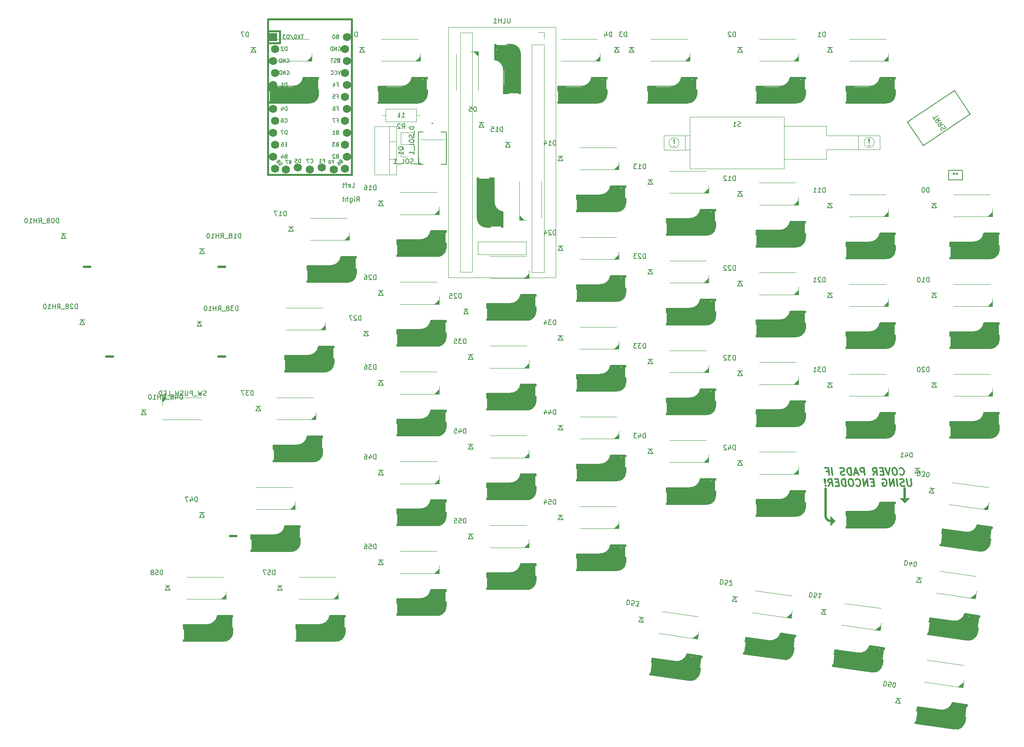
<source format=gbo>
%TF.GenerationSoftware,KiCad,Pcbnew,(6.0.5-0)*%
%TF.CreationDate,2023-02-03T13:19:04-08:00*%
%TF.ProjectId,ergodonk_pcb,6572676f-646f-46e6-9b5f-7063622e6b69,rev?*%
%TF.SameCoordinates,Original*%
%TF.FileFunction,Legend,Bot*%
%TF.FilePolarity,Positive*%
%FSLAX46Y46*%
G04 Gerber Fmt 4.6, Leading zero omitted, Abs format (unit mm)*
G04 Created by KiCad (PCBNEW (6.0.5-0)) date 2023-02-03 13:19:04*
%MOMM*%
%LPD*%
G01*
G04 APERTURE LIST*
%ADD10C,0.300000*%
%ADD11C,0.150000*%
%ADD12C,1.000000*%
%ADD13C,0.120000*%
%ADD14C,3.500000*%
%ADD15C,0.400000*%
%ADD16C,0.500000*%
%ADD17C,3.000000*%
%ADD18C,0.800000*%
%ADD19C,0.100000*%
%ADD20C,0.381000*%
%ADD21C,0.127000*%
%ADD22C,0.200000*%
%ADD23R,1.752600X1.752600*%
%ADD24C,1.752600*%
G04 APERTURE END LIST*
D10*
%TO.C,SWLH_ROT1*%
X180625366Y-121285571D02*
X180777151Y-122499857D01*
X180723580Y-122642714D01*
X180661080Y-122714142D01*
X180527151Y-122785571D01*
X180241437Y-122785571D01*
X180089651Y-122714142D01*
X180009294Y-122642714D01*
X179920008Y-122499857D01*
X179768223Y-121285571D01*
X179303937Y-122714142D02*
X179098580Y-122785571D01*
X178741437Y-122785571D01*
X178589651Y-122714142D01*
X178509294Y-122642714D01*
X178420008Y-122499857D01*
X178402151Y-122357000D01*
X178455723Y-122214142D01*
X178518223Y-122142714D01*
X178652151Y-122071285D01*
X178928937Y-121999857D01*
X179062866Y-121928428D01*
X179125366Y-121857000D01*
X179178937Y-121714142D01*
X179161080Y-121571285D01*
X179071794Y-121428428D01*
X178991437Y-121357000D01*
X178839651Y-121285571D01*
X178482508Y-121285571D01*
X178277151Y-121357000D01*
X177812866Y-122785571D02*
X177625366Y-121285571D01*
X177098580Y-122785571D02*
X176911080Y-121285571D01*
X176241437Y-122785571D01*
X176053937Y-121285571D01*
X174562866Y-121357000D02*
X174696794Y-121285571D01*
X174911080Y-121285571D01*
X175134294Y-121357000D01*
X175295008Y-121499857D01*
X175384294Y-121642714D01*
X175491437Y-121928428D01*
X175518223Y-122142714D01*
X175482508Y-122428428D01*
X175428937Y-122571285D01*
X175303937Y-122714142D01*
X175098580Y-122785571D01*
X174955723Y-122785571D01*
X174732508Y-122714142D01*
X174652151Y-122642714D01*
X174589651Y-122142714D01*
X174875366Y-122142714D01*
X172786080Y-121999857D02*
X172286080Y-121999857D01*
X172170008Y-122785571D02*
X172884294Y-122785571D01*
X172696794Y-121285571D01*
X171982508Y-121285571D01*
X171527151Y-122785571D02*
X171339651Y-121285571D01*
X170670008Y-122785571D01*
X170482508Y-121285571D01*
X169080723Y-122642714D02*
X169161080Y-122714142D01*
X169384294Y-122785571D01*
X169527151Y-122785571D01*
X169732508Y-122714142D01*
X169857508Y-122571285D01*
X169911080Y-122428428D01*
X169946794Y-122142714D01*
X169920008Y-121928428D01*
X169812866Y-121642714D01*
X169723580Y-121499857D01*
X169562866Y-121357000D01*
X169339651Y-121285571D01*
X169196794Y-121285571D01*
X168991437Y-121357000D01*
X168928937Y-121428428D01*
X167982508Y-121285571D02*
X167696794Y-121285571D01*
X167562866Y-121357000D01*
X167437866Y-121499857D01*
X167402151Y-121785571D01*
X167464651Y-122285571D01*
X167571794Y-122571285D01*
X167732508Y-122714142D01*
X167884294Y-122785571D01*
X168170008Y-122785571D01*
X168303937Y-122714142D01*
X168428937Y-122571285D01*
X168464651Y-122285571D01*
X168402151Y-121785571D01*
X168295008Y-121499857D01*
X168134294Y-121357000D01*
X167982508Y-121285571D01*
X166884294Y-122785571D02*
X166696794Y-121285571D01*
X166339651Y-121285571D01*
X166134294Y-121357000D01*
X166009294Y-121499857D01*
X165955723Y-121642714D01*
X165920008Y-121928428D01*
X165946794Y-122142714D01*
X166053937Y-122428428D01*
X166143223Y-122571285D01*
X166303937Y-122714142D01*
X166527151Y-122785571D01*
X166884294Y-122785571D01*
X165286080Y-121999857D02*
X164786080Y-121999857D01*
X164670008Y-122785571D02*
X165384294Y-122785571D01*
X165196794Y-121285571D01*
X164482508Y-121285571D01*
X163170008Y-122785571D02*
X163580723Y-122071285D01*
X164027151Y-122785571D02*
X163839651Y-121285571D01*
X163268223Y-121285571D01*
X163134294Y-121357000D01*
X163071794Y-121428428D01*
X163018223Y-121571285D01*
X163045008Y-121785571D01*
X163134294Y-121928428D01*
X163214651Y-121999857D01*
X163366437Y-122071285D01*
X163937866Y-122071285D01*
X162509294Y-122642714D02*
X162446794Y-122714142D01*
X162527151Y-122785571D01*
X162589651Y-122714142D01*
X162509294Y-122642714D01*
X162527151Y-122785571D01*
X162455723Y-122214142D02*
X162420008Y-121357000D01*
X162339651Y-121285571D01*
X162277151Y-121357000D01*
X162455723Y-122214142D01*
X162339651Y-121285571D01*
X178346437Y-120308714D02*
X178426794Y-120380142D01*
X178650008Y-120451571D01*
X178792866Y-120451571D01*
X178998223Y-120380142D01*
X179123223Y-120237285D01*
X179176794Y-120094428D01*
X179212508Y-119808714D01*
X179185723Y-119594428D01*
X179078580Y-119308714D01*
X178989294Y-119165857D01*
X178828580Y-119023000D01*
X178605366Y-118951571D01*
X178462508Y-118951571D01*
X178257151Y-119023000D01*
X178194651Y-119094428D01*
X177248223Y-118951571D02*
X176962508Y-118951571D01*
X176828580Y-119023000D01*
X176703580Y-119165857D01*
X176667866Y-119451571D01*
X176730366Y-119951571D01*
X176837508Y-120237285D01*
X176998223Y-120380142D01*
X177150008Y-120451571D01*
X177435723Y-120451571D01*
X177569651Y-120380142D01*
X177694651Y-120237285D01*
X177730366Y-119951571D01*
X177667866Y-119451571D01*
X177560723Y-119165857D01*
X177400008Y-119023000D01*
X177248223Y-118951571D01*
X176176794Y-118951571D02*
X175864294Y-120451571D01*
X175176794Y-118951571D01*
X174766080Y-119665857D02*
X174266080Y-119665857D01*
X174150008Y-120451571D02*
X174864294Y-120451571D01*
X174676794Y-118951571D01*
X173962508Y-118951571D01*
X172650008Y-120451571D02*
X173060723Y-119737285D01*
X173507151Y-120451571D02*
X173319651Y-118951571D01*
X172748223Y-118951571D01*
X172614294Y-119023000D01*
X172551794Y-119094428D01*
X172498223Y-119237285D01*
X172525008Y-119451571D01*
X172614294Y-119594428D01*
X172694651Y-119665857D01*
X172846437Y-119737285D01*
X173417866Y-119737285D01*
X170864294Y-120451571D02*
X170676794Y-118951571D01*
X170105366Y-118951571D01*
X169971437Y-119023000D01*
X169908937Y-119094428D01*
X169855366Y-119237285D01*
X169882151Y-119451571D01*
X169971437Y-119594428D01*
X170051794Y-119665857D01*
X170203580Y-119737285D01*
X170775008Y-119737285D01*
X169382151Y-120023000D02*
X168667866Y-120023000D01*
X169578580Y-120451571D02*
X168891080Y-118951571D01*
X168578580Y-120451571D01*
X168078580Y-120451571D02*
X167891080Y-118951571D01*
X167533937Y-118951571D01*
X167328580Y-119023000D01*
X167203580Y-119165857D01*
X167150008Y-119308714D01*
X167114294Y-119594428D01*
X167141080Y-119808714D01*
X167248223Y-120094428D01*
X167337508Y-120237285D01*
X167498223Y-120380142D01*
X167721437Y-120451571D01*
X168078580Y-120451571D01*
X166641080Y-120380142D02*
X166435723Y-120451571D01*
X166078580Y-120451571D01*
X165926794Y-120380142D01*
X165846437Y-120308714D01*
X165757151Y-120165857D01*
X165739294Y-120023000D01*
X165792866Y-119880142D01*
X165855366Y-119808714D01*
X165989294Y-119737285D01*
X166266080Y-119665857D01*
X166400008Y-119594428D01*
X166462508Y-119523000D01*
X166516080Y-119380142D01*
X166498223Y-119237285D01*
X166408937Y-119094428D01*
X166328580Y-119023000D01*
X166176794Y-118951571D01*
X165819651Y-118951571D01*
X165614294Y-119023000D01*
X164007151Y-120451571D02*
X163819651Y-118951571D01*
X162694651Y-119665857D02*
X163194651Y-119665857D01*
X163292866Y-120451571D02*
X163105366Y-118951571D01*
X162391080Y-118951571D01*
D11*
%TO.C,U1*%
X58907666Y-37550857D02*
X59174333Y-37550857D01*
X59174333Y-37969904D02*
X59174333Y-37169904D01*
X58793380Y-37169904D01*
X58145761Y-37436571D02*
X58145761Y-37969904D01*
X58336238Y-37131809D02*
X58526714Y-37703238D01*
X58031476Y-37703238D01*
X58753333Y-32831809D02*
X58639047Y-32869904D01*
X58448571Y-32869904D01*
X58372380Y-32831809D01*
X58334285Y-32793714D01*
X58296190Y-32717523D01*
X58296190Y-32641333D01*
X58334285Y-32565142D01*
X58372380Y-32527047D01*
X58448571Y-32488952D01*
X58600952Y-32450857D01*
X58677142Y-32412761D01*
X58715238Y-32374666D01*
X58753333Y-32298476D01*
X58753333Y-32222285D01*
X58715238Y-32146095D01*
X58677142Y-32108000D01*
X58600952Y-32069904D01*
X58410476Y-32069904D01*
X58296190Y-32108000D01*
X58067619Y-32069904D02*
X57610476Y-32069904D01*
X57839047Y-32869904D02*
X57839047Y-32069904D01*
X58907666Y-40090857D02*
X59174333Y-40090857D01*
X59174333Y-40509904D02*
X59174333Y-39709904D01*
X58793380Y-39709904D01*
X58107666Y-39709904D02*
X58488619Y-39709904D01*
X58526714Y-40090857D01*
X58488619Y-40052761D01*
X58412428Y-40014666D01*
X58221952Y-40014666D01*
X58145761Y-40052761D01*
X58107666Y-40090857D01*
X58069571Y-40167047D01*
X58069571Y-40357523D01*
X58107666Y-40433714D01*
X58145761Y-40471809D01*
X58221952Y-40509904D01*
X58412428Y-40509904D01*
X58488619Y-40471809D01*
X58526714Y-40433714D01*
X58907666Y-45170857D02*
X59174333Y-45170857D01*
X59174333Y-45589904D02*
X59174333Y-44789904D01*
X58793380Y-44789904D01*
X58564809Y-44789904D02*
X58031476Y-44789904D01*
X58374333Y-45589904D01*
X51798604Y-27009904D02*
X51341461Y-27009904D01*
X51570032Y-27809904D02*
X51570032Y-27009904D01*
X51150985Y-27009904D02*
X50617651Y-27809904D01*
X50617651Y-27009904D02*
X51150985Y-27809904D01*
X50160508Y-27009904D02*
X50084318Y-27009904D01*
X50008128Y-27048000D01*
X49970032Y-27086095D01*
X49931937Y-27162285D01*
X49893842Y-27314666D01*
X49893842Y-27505142D01*
X49931937Y-27657523D01*
X49970032Y-27733714D01*
X50008128Y-27771809D01*
X50084318Y-27809904D01*
X50160508Y-27809904D01*
X50236699Y-27771809D01*
X50274794Y-27733714D01*
X50312889Y-27657523D01*
X50350985Y-27505142D01*
X50350985Y-27314666D01*
X50312889Y-27162285D01*
X50274794Y-27086095D01*
X50236699Y-27048000D01*
X50160508Y-27009904D01*
X48979556Y-26971809D02*
X49665270Y-28000380D01*
X48712889Y-27809904D02*
X48712889Y-27009904D01*
X48522413Y-27009904D01*
X48408128Y-27048000D01*
X48331937Y-27124190D01*
X48293842Y-27200380D01*
X48255747Y-27352761D01*
X48255747Y-27467047D01*
X48293842Y-27619428D01*
X48331937Y-27695619D01*
X48408128Y-27771809D01*
X48522413Y-27809904D01*
X48712889Y-27809904D01*
X47989080Y-27009904D02*
X47493842Y-27009904D01*
X47760508Y-27314666D01*
X47646223Y-27314666D01*
X47570032Y-27352761D01*
X47531937Y-27390857D01*
X47493842Y-27467047D01*
X47493842Y-27657523D01*
X47531937Y-27733714D01*
X47570032Y-27771809D01*
X47646223Y-27809904D01*
X47874794Y-27809904D01*
X47950985Y-27771809D01*
X47989080Y-27733714D01*
X58964809Y-47710857D02*
X58850523Y-47748952D01*
X58812428Y-47787047D01*
X58774333Y-47863238D01*
X58774333Y-47977523D01*
X58812428Y-48053714D01*
X58850523Y-48091809D01*
X58926714Y-48129904D01*
X59231476Y-48129904D01*
X59231476Y-47329904D01*
X58964809Y-47329904D01*
X58888619Y-47368000D01*
X58850523Y-47406095D01*
X58812428Y-47482285D01*
X58812428Y-47558476D01*
X58850523Y-47634666D01*
X58888619Y-47672761D01*
X58964809Y-47710857D01*
X59231476Y-47710857D01*
X58012428Y-48129904D02*
X58469571Y-48129904D01*
X58241000Y-48129904D02*
X58241000Y-47329904D01*
X58317190Y-47444190D01*
X58393380Y-47520380D01*
X58469571Y-47558476D01*
X57913333Y-53968000D02*
X58146666Y-53968000D01*
X58146666Y-54334666D02*
X58146666Y-53634666D01*
X57813333Y-53634666D01*
X57413333Y-53634666D02*
X57346666Y-53634666D01*
X57280000Y-53668000D01*
X57246666Y-53701333D01*
X57213333Y-53768000D01*
X57180000Y-53901333D01*
X57180000Y-54068000D01*
X57213333Y-54201333D01*
X57246666Y-54268000D01*
X57280000Y-54301333D01*
X57346666Y-54334666D01*
X57413333Y-54334666D01*
X57480000Y-54301333D01*
X57513333Y-54268000D01*
X57546666Y-54201333D01*
X57580000Y-54068000D01*
X57580000Y-53901333D01*
X57546666Y-53768000D01*
X57513333Y-53701333D01*
X57480000Y-53668000D01*
X57413333Y-53634666D01*
X58964809Y-50250857D02*
X58850523Y-50288952D01*
X58812428Y-50327047D01*
X58774333Y-50403238D01*
X58774333Y-50517523D01*
X58812428Y-50593714D01*
X58850523Y-50631809D01*
X58926714Y-50669904D01*
X59231476Y-50669904D01*
X59231476Y-49869904D01*
X58964809Y-49869904D01*
X58888619Y-49908000D01*
X58850523Y-49946095D01*
X58812428Y-50022285D01*
X58812428Y-50098476D01*
X58850523Y-50174666D01*
X58888619Y-50212761D01*
X58964809Y-50250857D01*
X59231476Y-50250857D01*
X58507666Y-49869904D02*
X58012428Y-49869904D01*
X58279095Y-50174666D01*
X58164809Y-50174666D01*
X58088619Y-50212761D01*
X58050523Y-50250857D01*
X58012428Y-50327047D01*
X58012428Y-50517523D01*
X58050523Y-50593714D01*
X58088619Y-50631809D01*
X58164809Y-50669904D01*
X58393380Y-50669904D01*
X58469571Y-50631809D01*
X58507666Y-50593714D01*
X51230476Y-54179904D02*
X51230476Y-53379904D01*
X51040000Y-53379904D01*
X50925714Y-53418000D01*
X50849523Y-53494190D01*
X50811428Y-53570380D01*
X50773333Y-53722761D01*
X50773333Y-53837047D01*
X50811428Y-53989428D01*
X50849523Y-54065619D01*
X50925714Y-54141809D01*
X51040000Y-54179904D01*
X51230476Y-54179904D01*
X50049523Y-53379904D02*
X50430476Y-53379904D01*
X50468571Y-53760857D01*
X50430476Y-53722761D01*
X50354285Y-53684666D01*
X50163809Y-53684666D01*
X50087619Y-53722761D01*
X50049523Y-53760857D01*
X50011428Y-53837047D01*
X50011428Y-54027523D01*
X50049523Y-54103714D01*
X50087619Y-54141809D01*
X50163809Y-54179904D01*
X50354285Y-54179904D01*
X50430476Y-54141809D01*
X50468571Y-54103714D01*
X53313333Y-54103714D02*
X53351428Y-54141809D01*
X53465714Y-54179904D01*
X53541904Y-54179904D01*
X53656190Y-54141809D01*
X53732380Y-54065619D01*
X53770476Y-53989428D01*
X53808571Y-53837047D01*
X53808571Y-53722761D01*
X53770476Y-53570380D01*
X53732380Y-53494190D01*
X53656190Y-53418000D01*
X53541904Y-53379904D01*
X53465714Y-53379904D01*
X53351428Y-53418000D01*
X53313333Y-53456095D01*
X53046666Y-53379904D02*
X52513333Y-53379904D01*
X52856190Y-54179904D01*
X48309476Y-30349904D02*
X48309476Y-29549904D01*
X48119000Y-29549904D01*
X48004714Y-29588000D01*
X47928523Y-29664190D01*
X47890428Y-29740380D01*
X47852333Y-29892761D01*
X47852333Y-30007047D01*
X47890428Y-30159428D01*
X47928523Y-30235619D01*
X48004714Y-30311809D01*
X48119000Y-30349904D01*
X48309476Y-30349904D01*
X47547571Y-29626095D02*
X47509476Y-29588000D01*
X47433285Y-29549904D01*
X47242809Y-29549904D01*
X47166619Y-29588000D01*
X47128523Y-29626095D01*
X47090428Y-29702285D01*
X47090428Y-29778476D01*
X47128523Y-29892761D01*
X47585666Y-30349904D01*
X47090428Y-30349904D01*
X59250523Y-29588000D02*
X59326714Y-29549904D01*
X59441000Y-29549904D01*
X59555285Y-29588000D01*
X59631476Y-29664190D01*
X59669571Y-29740380D01*
X59707666Y-29892761D01*
X59707666Y-30007047D01*
X59669571Y-30159428D01*
X59631476Y-30235619D01*
X59555285Y-30311809D01*
X59441000Y-30349904D01*
X59364809Y-30349904D01*
X59250523Y-30311809D01*
X59212428Y-30273714D01*
X59212428Y-30007047D01*
X59364809Y-30007047D01*
X58869571Y-30349904D02*
X58869571Y-29549904D01*
X58412428Y-30349904D01*
X58412428Y-29549904D01*
X58031476Y-30349904D02*
X58031476Y-29549904D01*
X57841000Y-29549904D01*
X57726714Y-29588000D01*
X57650523Y-29664190D01*
X57612428Y-29740380D01*
X57574333Y-29892761D01*
X57574333Y-30007047D01*
X57612428Y-30159428D01*
X57650523Y-30235619D01*
X57726714Y-30311809D01*
X57841000Y-30349904D01*
X58031476Y-30349904D01*
X48271380Y-50250857D02*
X48004714Y-50250857D01*
X47890428Y-50669904D02*
X48271380Y-50669904D01*
X48271380Y-49869904D01*
X47890428Y-49869904D01*
X47204714Y-49869904D02*
X47357095Y-49869904D01*
X47433285Y-49908000D01*
X47471380Y-49946095D01*
X47547571Y-50060380D01*
X47585666Y-50212761D01*
X47585666Y-50517523D01*
X47547571Y-50593714D01*
X47509476Y-50631809D01*
X47433285Y-50669904D01*
X47280904Y-50669904D01*
X47204714Y-50631809D01*
X47166619Y-50593714D01*
X47128523Y-50517523D01*
X47128523Y-50327047D01*
X47166619Y-50250857D01*
X47204714Y-50212761D01*
X47280904Y-50174666D01*
X47433285Y-50174666D01*
X47509476Y-50212761D01*
X47547571Y-50250857D01*
X47585666Y-50327047D01*
X48309476Y-43049904D02*
X48309476Y-42249904D01*
X48119000Y-42249904D01*
X48004714Y-42288000D01*
X47928523Y-42364190D01*
X47890428Y-42440380D01*
X47852333Y-42592761D01*
X47852333Y-42707047D01*
X47890428Y-42859428D01*
X47928523Y-42935619D01*
X48004714Y-43011809D01*
X48119000Y-43049904D01*
X48309476Y-43049904D01*
X47166619Y-42516571D02*
X47166619Y-43049904D01*
X47357095Y-42211809D02*
X47547571Y-42783238D01*
X47052333Y-42783238D01*
X55986666Y-53760857D02*
X56253333Y-53760857D01*
X56253333Y-54179904D02*
X56253333Y-53379904D01*
X55872380Y-53379904D01*
X55148571Y-54179904D02*
X55605714Y-54179904D01*
X55377142Y-54179904D02*
X55377142Y-53379904D01*
X55453333Y-53494190D01*
X55529523Y-53570380D01*
X55605714Y-53608476D01*
X47852333Y-45513714D02*
X47890428Y-45551809D01*
X48004714Y-45589904D01*
X48080904Y-45589904D01*
X48195190Y-45551809D01*
X48271380Y-45475619D01*
X48309476Y-45399428D01*
X48347571Y-45247047D01*
X48347571Y-45132761D01*
X48309476Y-44980380D01*
X48271380Y-44904190D01*
X48195190Y-44828000D01*
X48080904Y-44789904D01*
X48004714Y-44789904D01*
X47890428Y-44828000D01*
X47852333Y-44866095D01*
X47166619Y-44789904D02*
X47319000Y-44789904D01*
X47395190Y-44828000D01*
X47433285Y-44866095D01*
X47509476Y-44980380D01*
X47547571Y-45132761D01*
X47547571Y-45437523D01*
X47509476Y-45513714D01*
X47471380Y-45551809D01*
X47395190Y-45589904D01*
X47242809Y-45589904D01*
X47166619Y-45551809D01*
X47128523Y-45513714D01*
X47090428Y-45437523D01*
X47090428Y-45247047D01*
X47128523Y-45170857D01*
X47166619Y-45132761D01*
X47242809Y-45094666D01*
X47395190Y-45094666D01*
X47471380Y-45132761D01*
X47509476Y-45170857D01*
X47547571Y-45247047D01*
X46544297Y-53953008D02*
X46638578Y-54000148D01*
X46685719Y-54000148D01*
X46756429Y-53976578D01*
X46827140Y-53905867D01*
X46850710Y-53835157D01*
X46850710Y-53788016D01*
X46827140Y-53717306D01*
X46638578Y-53528744D01*
X46143603Y-54023719D01*
X46308595Y-54188710D01*
X46379306Y-54212280D01*
X46426446Y-54212280D01*
X46497157Y-54188710D01*
X46544297Y-54141570D01*
X46567867Y-54070859D01*
X46567867Y-54023719D01*
X46544297Y-53953008D01*
X46379306Y-53788016D01*
X46874280Y-54754396D02*
X46638578Y-54518693D01*
X46850710Y-54259421D01*
X46850710Y-54306561D01*
X46874280Y-54377272D01*
X46992132Y-54495123D01*
X47062842Y-54518693D01*
X47109983Y-54518693D01*
X47180693Y-54495123D01*
X47298544Y-54377272D01*
X47322115Y-54306561D01*
X47322115Y-54259421D01*
X47298544Y-54188710D01*
X47180693Y-54070859D01*
X47109983Y-54047289D01*
X47062842Y-54047289D01*
X58907666Y-42630857D02*
X59174333Y-42630857D01*
X59174333Y-43049904D02*
X59174333Y-42249904D01*
X58793380Y-42249904D01*
X58145761Y-42249904D02*
X58298142Y-42249904D01*
X58374333Y-42288000D01*
X58412428Y-42326095D01*
X58488619Y-42440380D01*
X58526714Y-42592761D01*
X58526714Y-42897523D01*
X58488619Y-42973714D01*
X58450523Y-43011809D01*
X58374333Y-43049904D01*
X58221952Y-43049904D01*
X58145761Y-43011809D01*
X58107666Y-42973714D01*
X58069571Y-42897523D01*
X58069571Y-42707047D01*
X58107666Y-42630857D01*
X58145761Y-42592761D01*
X58221952Y-42554666D01*
X58374333Y-42554666D01*
X58450523Y-42592761D01*
X58488619Y-42630857D01*
X58526714Y-42707047D01*
X59707666Y-34629904D02*
X59441000Y-35429904D01*
X59174333Y-34629904D01*
X58450523Y-35353714D02*
X58488619Y-35391809D01*
X58602904Y-35429904D01*
X58679095Y-35429904D01*
X58793380Y-35391809D01*
X58869571Y-35315619D01*
X58907666Y-35239428D01*
X58945761Y-35087047D01*
X58945761Y-34972761D01*
X58907666Y-34820380D01*
X58869571Y-34744190D01*
X58793380Y-34668000D01*
X58679095Y-34629904D01*
X58602904Y-34629904D01*
X58488619Y-34668000D01*
X58450523Y-34706095D01*
X57650523Y-35353714D02*
X57688619Y-35391809D01*
X57802904Y-35429904D01*
X57879095Y-35429904D01*
X57993380Y-35391809D01*
X58069571Y-35315619D01*
X58107666Y-35239428D01*
X58145761Y-35087047D01*
X58145761Y-34972761D01*
X58107666Y-34820380D01*
X58069571Y-34744190D01*
X57993380Y-34668000D01*
X57879095Y-34629904D01*
X57802904Y-34629904D01*
X57688619Y-34668000D01*
X57650523Y-34706095D01*
X48328523Y-34668000D02*
X48404714Y-34629904D01*
X48519000Y-34629904D01*
X48633285Y-34668000D01*
X48709476Y-34744190D01*
X48747571Y-34820380D01*
X48785666Y-34972761D01*
X48785666Y-35087047D01*
X48747571Y-35239428D01*
X48709476Y-35315619D01*
X48633285Y-35391809D01*
X48519000Y-35429904D01*
X48442809Y-35429904D01*
X48328523Y-35391809D01*
X48290428Y-35353714D01*
X48290428Y-35087047D01*
X48442809Y-35087047D01*
X47947571Y-35429904D02*
X47947571Y-34629904D01*
X47490428Y-35429904D01*
X47490428Y-34629904D01*
X47109476Y-35429904D02*
X47109476Y-34629904D01*
X46919000Y-34629904D01*
X46804714Y-34668000D01*
X46728523Y-34744190D01*
X46690428Y-34820380D01*
X46652333Y-34972761D01*
X46652333Y-35087047D01*
X46690428Y-35239428D01*
X46728523Y-35315619D01*
X46804714Y-35391809D01*
X46919000Y-35429904D01*
X47109476Y-35429904D01*
X48309476Y-48129904D02*
X48309476Y-47329904D01*
X48119000Y-47329904D01*
X48004714Y-47368000D01*
X47928523Y-47444190D01*
X47890428Y-47520380D01*
X47852333Y-47672761D01*
X47852333Y-47787047D01*
X47890428Y-47939428D01*
X47928523Y-48015619D01*
X48004714Y-48091809D01*
X48119000Y-48129904D01*
X48309476Y-48129904D01*
X47585666Y-47329904D02*
X47052333Y-47329904D01*
X47395190Y-48129904D01*
X48309476Y-40509904D02*
X48309476Y-39709904D01*
X48119000Y-39709904D01*
X48004714Y-39748000D01*
X47928523Y-39824190D01*
X47890428Y-39900380D01*
X47852333Y-40052761D01*
X47852333Y-40167047D01*
X47890428Y-40319428D01*
X47928523Y-40395619D01*
X48004714Y-40471809D01*
X48119000Y-40509904D01*
X48309476Y-40509904D01*
X47357095Y-39709904D02*
X47280904Y-39709904D01*
X47204714Y-39748000D01*
X47166619Y-39786095D01*
X47128523Y-39862285D01*
X47090428Y-40014666D01*
X47090428Y-40205142D01*
X47128523Y-40357523D01*
X47166619Y-40433714D01*
X47204714Y-40471809D01*
X47280904Y-40509904D01*
X47357095Y-40509904D01*
X47433285Y-40471809D01*
X47471380Y-40433714D01*
X47509476Y-40357523D01*
X47547571Y-40205142D01*
X47547571Y-40014666D01*
X47509476Y-39862285D01*
X47471380Y-39786095D01*
X47433285Y-39748000D01*
X47357095Y-39709904D01*
X48328523Y-32128000D02*
X48404714Y-32089904D01*
X48519000Y-32089904D01*
X48633285Y-32128000D01*
X48709476Y-32204190D01*
X48747571Y-32280380D01*
X48785666Y-32432761D01*
X48785666Y-32547047D01*
X48747571Y-32699428D01*
X48709476Y-32775619D01*
X48633285Y-32851809D01*
X48519000Y-32889904D01*
X48442809Y-32889904D01*
X48328523Y-32851809D01*
X48290428Y-32813714D01*
X48290428Y-32547047D01*
X48442809Y-32547047D01*
X47947571Y-32889904D02*
X47947571Y-32089904D01*
X47490428Y-32889904D01*
X47490428Y-32089904D01*
X47109476Y-32889904D02*
X47109476Y-32089904D01*
X46919000Y-32089904D01*
X46804714Y-32128000D01*
X46728523Y-32204190D01*
X46690428Y-32280380D01*
X46652333Y-32432761D01*
X46652333Y-32547047D01*
X46690428Y-32699428D01*
X46728523Y-32775619D01*
X46804714Y-32851809D01*
X46919000Y-32889904D01*
X47109476Y-32889904D01*
X48963333Y-53968000D02*
X48863333Y-54001333D01*
X48830000Y-54034666D01*
X48796666Y-54101333D01*
X48796666Y-54201333D01*
X48830000Y-54268000D01*
X48863333Y-54301333D01*
X48930000Y-54334666D01*
X49196666Y-54334666D01*
X49196666Y-53634666D01*
X48963333Y-53634666D01*
X48896666Y-53668000D01*
X48863333Y-53701333D01*
X48830000Y-53768000D01*
X48830000Y-53834666D01*
X48863333Y-53901333D01*
X48896666Y-53934666D01*
X48963333Y-53968000D01*
X49196666Y-53968000D01*
X48563333Y-53634666D02*
X48096666Y-53634666D01*
X48396666Y-54334666D01*
X58964809Y-27390857D02*
X58850523Y-27428952D01*
X58812428Y-27467047D01*
X58774333Y-27543238D01*
X58774333Y-27657523D01*
X58812428Y-27733714D01*
X58850523Y-27771809D01*
X58926714Y-27809904D01*
X59231476Y-27809904D01*
X59231476Y-27009904D01*
X58964809Y-27009904D01*
X58888619Y-27048000D01*
X58850523Y-27086095D01*
X58812428Y-27162285D01*
X58812428Y-27238476D01*
X58850523Y-27314666D01*
X58888619Y-27352761D01*
X58964809Y-27390857D01*
X59231476Y-27390857D01*
X58279095Y-27009904D02*
X58202904Y-27009904D01*
X58126714Y-27048000D01*
X58088619Y-27086095D01*
X58050523Y-27162285D01*
X58012428Y-27314666D01*
X58012428Y-27505142D01*
X58050523Y-27657523D01*
X58088619Y-27733714D01*
X58126714Y-27771809D01*
X58202904Y-27809904D01*
X58279095Y-27809904D01*
X58355285Y-27771809D01*
X58393380Y-27733714D01*
X58431476Y-27657523D01*
X58469571Y-27505142D01*
X58469571Y-27314666D01*
X58431476Y-27162285D01*
X58393380Y-27086095D01*
X58355285Y-27048000D01*
X58279095Y-27009904D01*
X58964809Y-52790857D02*
X58850523Y-52828952D01*
X58812428Y-52867047D01*
X58774333Y-52943238D01*
X58774333Y-53057523D01*
X58812428Y-53133714D01*
X58850523Y-53171809D01*
X58926714Y-53209904D01*
X59231476Y-53209904D01*
X59231476Y-52409904D01*
X58964809Y-52409904D01*
X58888619Y-52448000D01*
X58850523Y-52486095D01*
X58812428Y-52562285D01*
X58812428Y-52638476D01*
X58850523Y-52714666D01*
X58888619Y-52752761D01*
X58964809Y-52790857D01*
X59231476Y-52790857D01*
X58469571Y-52486095D02*
X58431476Y-52448000D01*
X58355285Y-52409904D01*
X58164809Y-52409904D01*
X58088619Y-52448000D01*
X58050523Y-52486095D01*
X58012428Y-52562285D01*
X58012428Y-52638476D01*
X58050523Y-52752761D01*
X58507666Y-53209904D01*
X58012428Y-53209904D01*
X48309476Y-37969904D02*
X48309476Y-37169904D01*
X48119000Y-37169904D01*
X48004714Y-37208000D01*
X47928523Y-37284190D01*
X47890428Y-37360380D01*
X47852333Y-37512761D01*
X47852333Y-37627047D01*
X47890428Y-37779428D01*
X47928523Y-37855619D01*
X48004714Y-37931809D01*
X48119000Y-37969904D01*
X48309476Y-37969904D01*
X47090428Y-37969904D02*
X47547571Y-37969904D01*
X47319000Y-37969904D02*
X47319000Y-37169904D01*
X47395190Y-37284190D01*
X47471380Y-37360380D01*
X47547571Y-37398476D01*
X48042809Y-52790857D02*
X47928523Y-52828952D01*
X47890428Y-52867047D01*
X47852333Y-52943238D01*
X47852333Y-53057523D01*
X47890428Y-53133714D01*
X47928523Y-53171809D01*
X48004714Y-53209904D01*
X48309476Y-53209904D01*
X48309476Y-52409904D01*
X48042809Y-52409904D01*
X47966619Y-52448000D01*
X47928523Y-52486095D01*
X47890428Y-52562285D01*
X47890428Y-52638476D01*
X47928523Y-52714666D01*
X47966619Y-52752761D01*
X48042809Y-52790857D01*
X48309476Y-52790857D01*
X47166619Y-52676571D02*
X47166619Y-53209904D01*
X47357095Y-52371809D02*
X47547571Y-52943238D01*
X47052333Y-52943238D01*
X59744991Y-53882297D02*
X59697851Y-53976578D01*
X59697851Y-54023719D01*
X59721421Y-54094429D01*
X59792132Y-54165140D01*
X59862842Y-54188710D01*
X59909983Y-54188710D01*
X59980693Y-54165140D01*
X60169255Y-53976578D01*
X59674280Y-53481603D01*
X59509289Y-53646595D01*
X59485719Y-53717306D01*
X59485719Y-53764446D01*
X59509289Y-53835157D01*
X59556429Y-53882297D01*
X59627140Y-53905867D01*
X59674280Y-53905867D01*
X59744991Y-53882297D01*
X59909983Y-53717306D01*
X58967174Y-54188710D02*
X59061455Y-54094429D01*
X59132165Y-54070859D01*
X59179306Y-54070859D01*
X59297157Y-54094429D01*
X59415008Y-54165140D01*
X59603570Y-54353702D01*
X59627140Y-54424412D01*
X59627140Y-54471553D01*
X59603570Y-54542264D01*
X59509289Y-54636544D01*
X59438578Y-54660115D01*
X59391438Y-54660115D01*
X59320727Y-54636544D01*
X59202876Y-54518693D01*
X59179306Y-54447983D01*
X59179306Y-54400842D01*
X59202876Y-54330132D01*
X59297157Y-54235851D01*
X59367867Y-54212280D01*
X59415008Y-54212280D01*
X59485719Y-54235851D01*
%TO.C,JP1*%
X62118476Y-59380380D02*
X62594666Y-59380380D01*
X62594666Y-58380380D01*
X61404190Y-59332761D02*
X61499428Y-59380380D01*
X61689904Y-59380380D01*
X61785142Y-59332761D01*
X61832761Y-59237523D01*
X61832761Y-58856571D01*
X61785142Y-58761333D01*
X61689904Y-58713714D01*
X61499428Y-58713714D01*
X61404190Y-58761333D01*
X61356571Y-58856571D01*
X61356571Y-58951809D01*
X61832761Y-59047047D01*
X61070857Y-58713714D02*
X60689904Y-58713714D01*
X60928000Y-59380380D02*
X60928000Y-58523238D01*
X60880380Y-58428000D01*
X60785142Y-58380380D01*
X60689904Y-58380380D01*
X60499428Y-58713714D02*
X60118476Y-58713714D01*
X60356571Y-58380380D02*
X60356571Y-59237523D01*
X60308952Y-59332761D01*
X60213714Y-59380380D01*
X60118476Y-59380380D01*
X63047047Y-62380380D02*
X63380380Y-61904190D01*
X63618476Y-62380380D02*
X63618476Y-61380380D01*
X63237523Y-61380380D01*
X63142285Y-61428000D01*
X63094666Y-61475619D01*
X63047047Y-61570857D01*
X63047047Y-61713714D01*
X63094666Y-61808952D01*
X63142285Y-61856571D01*
X63237523Y-61904190D01*
X63618476Y-61904190D01*
X62618476Y-62380380D02*
X62618476Y-61713714D01*
X62618476Y-61380380D02*
X62666095Y-61428000D01*
X62618476Y-61475619D01*
X62570857Y-61428000D01*
X62618476Y-61380380D01*
X62618476Y-61475619D01*
X61713714Y-61713714D02*
X61713714Y-62523238D01*
X61761333Y-62618476D01*
X61808952Y-62666095D01*
X61904190Y-62713714D01*
X62047047Y-62713714D01*
X62142285Y-62666095D01*
X61713714Y-62332761D02*
X61808952Y-62380380D01*
X61999428Y-62380380D01*
X62094666Y-62332761D01*
X62142285Y-62285142D01*
X62189904Y-62189904D01*
X62189904Y-61904190D01*
X62142285Y-61808952D01*
X62094666Y-61761333D01*
X61999428Y-61713714D01*
X61808952Y-61713714D01*
X61713714Y-61761333D01*
X61237523Y-62380380D02*
X61237523Y-61380380D01*
X60808952Y-62380380D02*
X60808952Y-61856571D01*
X60856571Y-61761333D01*
X60951809Y-61713714D01*
X61094666Y-61713714D01*
X61189904Y-61761333D01*
X61237523Y-61808952D01*
X60475619Y-61713714D02*
X60094666Y-61713714D01*
X60332761Y-61380380D02*
X60332761Y-62237523D01*
X60285142Y-62332761D01*
X60189904Y-62380380D01*
X60094666Y-62380380D01*
%TO.C,D48_RH10*%
X26136202Y-104347380D02*
X26136202Y-103347380D01*
X25898107Y-103347380D01*
X25755250Y-103395000D01*
X25660011Y-103490238D01*
X25612392Y-103585476D01*
X25564773Y-103775952D01*
X25564773Y-103918809D01*
X25612392Y-104109285D01*
X25660011Y-104204523D01*
X25755250Y-104299761D01*
X25898107Y-104347380D01*
X26136202Y-104347380D01*
X24707630Y-103680714D02*
X24707630Y-104347380D01*
X24945726Y-103299761D02*
X25183821Y-104014047D01*
X24564773Y-104014047D01*
X24040964Y-103775952D02*
X24136202Y-103728333D01*
X24183821Y-103680714D01*
X24231440Y-103585476D01*
X24231440Y-103537857D01*
X24183821Y-103442619D01*
X24136202Y-103395000D01*
X24040964Y-103347380D01*
X23850488Y-103347380D01*
X23755250Y-103395000D01*
X23707630Y-103442619D01*
X23660011Y-103537857D01*
X23660011Y-103585476D01*
X23707630Y-103680714D01*
X23755250Y-103728333D01*
X23850488Y-103775952D01*
X24040964Y-103775952D01*
X24136202Y-103823571D01*
X24183821Y-103871190D01*
X24231440Y-103966428D01*
X24231440Y-104156904D01*
X24183821Y-104252142D01*
X24136202Y-104299761D01*
X24040964Y-104347380D01*
X23850488Y-104347380D01*
X23755250Y-104299761D01*
X23707630Y-104252142D01*
X23660011Y-104156904D01*
X23660011Y-103966428D01*
X23707630Y-103871190D01*
X23755250Y-103823571D01*
X23850488Y-103775952D01*
X23469535Y-104442619D02*
X22707630Y-104442619D01*
X21898107Y-104347380D02*
X22231440Y-103871190D01*
X22469535Y-104347380D02*
X22469535Y-103347380D01*
X22088583Y-103347380D01*
X21993345Y-103395000D01*
X21945726Y-103442619D01*
X21898107Y-103537857D01*
X21898107Y-103680714D01*
X21945726Y-103775952D01*
X21993345Y-103823571D01*
X22088583Y-103871190D01*
X22469535Y-103871190D01*
X21469535Y-104347380D02*
X21469535Y-103347380D01*
X21469535Y-103823571D02*
X20898107Y-103823571D01*
X20898107Y-104347380D02*
X20898107Y-103347380D01*
X19898107Y-104347380D02*
X20469535Y-104347380D01*
X20183821Y-104347380D02*
X20183821Y-103347380D01*
X20279059Y-103490238D01*
X20374297Y-103585476D01*
X20469535Y-103633095D01*
X19279059Y-103347380D02*
X19183821Y-103347380D01*
X19088583Y-103395000D01*
X19040964Y-103442619D01*
X18993345Y-103537857D01*
X18945726Y-103728333D01*
X18945726Y-103966428D01*
X18993345Y-104156904D01*
X19040964Y-104252142D01*
X19088583Y-104299761D01*
X19183821Y-104347380D01*
X19279059Y-104347380D01*
X19374297Y-104299761D01*
X19421916Y-104252142D01*
X19469535Y-104156904D01*
X19517154Y-103966428D01*
X19517154Y-103728333D01*
X19469535Y-103537857D01*
X19421916Y-103442619D01*
X19374297Y-103395000D01*
X19279059Y-103347380D01*
%TO.C,D38_RH10*%
X37942452Y-85577380D02*
X37942452Y-84577380D01*
X37704357Y-84577380D01*
X37561500Y-84625000D01*
X37466261Y-84720238D01*
X37418642Y-84815476D01*
X37371023Y-85005952D01*
X37371023Y-85148809D01*
X37418642Y-85339285D01*
X37466261Y-85434523D01*
X37561500Y-85529761D01*
X37704357Y-85577380D01*
X37942452Y-85577380D01*
X37037690Y-84577380D02*
X36418642Y-84577380D01*
X36751976Y-84958333D01*
X36609119Y-84958333D01*
X36513880Y-85005952D01*
X36466261Y-85053571D01*
X36418642Y-85148809D01*
X36418642Y-85386904D01*
X36466261Y-85482142D01*
X36513880Y-85529761D01*
X36609119Y-85577380D01*
X36894833Y-85577380D01*
X36990071Y-85529761D01*
X37037690Y-85482142D01*
X35847214Y-85005952D02*
X35942452Y-84958333D01*
X35990071Y-84910714D01*
X36037690Y-84815476D01*
X36037690Y-84767857D01*
X35990071Y-84672619D01*
X35942452Y-84625000D01*
X35847214Y-84577380D01*
X35656738Y-84577380D01*
X35561500Y-84625000D01*
X35513880Y-84672619D01*
X35466261Y-84767857D01*
X35466261Y-84815476D01*
X35513880Y-84910714D01*
X35561500Y-84958333D01*
X35656738Y-85005952D01*
X35847214Y-85005952D01*
X35942452Y-85053571D01*
X35990071Y-85101190D01*
X36037690Y-85196428D01*
X36037690Y-85386904D01*
X35990071Y-85482142D01*
X35942452Y-85529761D01*
X35847214Y-85577380D01*
X35656738Y-85577380D01*
X35561500Y-85529761D01*
X35513880Y-85482142D01*
X35466261Y-85386904D01*
X35466261Y-85196428D01*
X35513880Y-85101190D01*
X35561500Y-85053571D01*
X35656738Y-85005952D01*
X35275785Y-85672619D02*
X34513880Y-85672619D01*
X33704357Y-85577380D02*
X34037690Y-85101190D01*
X34275785Y-85577380D02*
X34275785Y-84577380D01*
X33894833Y-84577380D01*
X33799595Y-84625000D01*
X33751976Y-84672619D01*
X33704357Y-84767857D01*
X33704357Y-84910714D01*
X33751976Y-85005952D01*
X33799595Y-85053571D01*
X33894833Y-85101190D01*
X34275785Y-85101190D01*
X33275785Y-85577380D02*
X33275785Y-84577380D01*
X33275785Y-85053571D02*
X32704357Y-85053571D01*
X32704357Y-85577380D02*
X32704357Y-84577380D01*
X31704357Y-85577380D02*
X32275785Y-85577380D01*
X31990071Y-85577380D02*
X31990071Y-84577380D01*
X32085309Y-84720238D01*
X32180547Y-84815476D01*
X32275785Y-84863095D01*
X31085309Y-84577380D02*
X30990071Y-84577380D01*
X30894833Y-84625000D01*
X30847214Y-84672619D01*
X30799595Y-84767857D01*
X30751976Y-84958333D01*
X30751976Y-85196428D01*
X30799595Y-85386904D01*
X30847214Y-85482142D01*
X30894833Y-85529761D01*
X30990071Y-85577380D01*
X31085309Y-85577380D01*
X31180547Y-85529761D01*
X31228166Y-85482142D01*
X31275785Y-85386904D01*
X31323404Y-85196428D01*
X31323404Y-84958333D01*
X31275785Y-84767857D01*
X31228166Y-84672619D01*
X31180547Y-84625000D01*
X31085309Y-84577380D01*
%TO.C,J1*%
X185308056Y-44521346D02*
X185625939Y-44996194D01*
X186297982Y-44202475D02*
X185466997Y-44758770D01*
X186960238Y-45191742D02*
X186379100Y-45179650D01*
X186642355Y-44716894D02*
X185811371Y-45273189D01*
X186023293Y-45589755D01*
X186115844Y-45642406D01*
X186181905Y-45655486D01*
X186287537Y-45642076D01*
X186406249Y-45562606D01*
X186458900Y-45470054D01*
X186471980Y-45403993D01*
X186458570Y-45298362D01*
X186246648Y-44981796D01*
X187516534Y-46022726D02*
X186935395Y-46010634D01*
X187198651Y-45547878D02*
X186367666Y-46104174D01*
X186579589Y-46420739D01*
X186672140Y-46473390D01*
X186738201Y-46486471D01*
X186843832Y-46473061D01*
X186962544Y-46393590D01*
X187015196Y-46301039D01*
X187028276Y-46234978D01*
X187014866Y-46129346D01*
X186802944Y-45812781D01*
X187688886Y-46365782D02*
X187807927Y-46458004D01*
X187940378Y-46655857D01*
X187953788Y-46761489D01*
X187940708Y-46827550D01*
X187888057Y-46920101D01*
X187808915Y-46973082D01*
X187703284Y-46986492D01*
X187637223Y-46973411D01*
X187544671Y-46920760D01*
X187399140Y-46788968D01*
X187306588Y-46736316D01*
X187240528Y-46723236D01*
X187134896Y-46736646D01*
X187055754Y-46789626D01*
X187003103Y-46882178D01*
X186990023Y-46948239D01*
X187003433Y-47053870D01*
X187135884Y-47251724D01*
X187254926Y-47343945D01*
%TO.C,D18_RH10*%
X38522452Y-70152380D02*
X38522452Y-69152380D01*
X38284357Y-69152380D01*
X38141500Y-69200000D01*
X38046261Y-69295238D01*
X37998642Y-69390476D01*
X37951023Y-69580952D01*
X37951023Y-69723809D01*
X37998642Y-69914285D01*
X38046261Y-70009523D01*
X38141500Y-70104761D01*
X38284357Y-70152380D01*
X38522452Y-70152380D01*
X36998642Y-70152380D02*
X37570071Y-70152380D01*
X37284357Y-70152380D02*
X37284357Y-69152380D01*
X37379595Y-69295238D01*
X37474833Y-69390476D01*
X37570071Y-69438095D01*
X36427214Y-69580952D02*
X36522452Y-69533333D01*
X36570071Y-69485714D01*
X36617690Y-69390476D01*
X36617690Y-69342857D01*
X36570071Y-69247619D01*
X36522452Y-69200000D01*
X36427214Y-69152380D01*
X36236738Y-69152380D01*
X36141500Y-69200000D01*
X36093880Y-69247619D01*
X36046261Y-69342857D01*
X36046261Y-69390476D01*
X36093880Y-69485714D01*
X36141500Y-69533333D01*
X36236738Y-69580952D01*
X36427214Y-69580952D01*
X36522452Y-69628571D01*
X36570071Y-69676190D01*
X36617690Y-69771428D01*
X36617690Y-69961904D01*
X36570071Y-70057142D01*
X36522452Y-70104761D01*
X36427214Y-70152380D01*
X36236738Y-70152380D01*
X36141500Y-70104761D01*
X36093880Y-70057142D01*
X36046261Y-69961904D01*
X36046261Y-69771428D01*
X36093880Y-69676190D01*
X36141500Y-69628571D01*
X36236738Y-69580952D01*
X35855785Y-70247619D02*
X35093880Y-70247619D01*
X34284357Y-70152380D02*
X34617690Y-69676190D01*
X34855785Y-70152380D02*
X34855785Y-69152380D01*
X34474833Y-69152380D01*
X34379595Y-69200000D01*
X34331976Y-69247619D01*
X34284357Y-69342857D01*
X34284357Y-69485714D01*
X34331976Y-69580952D01*
X34379595Y-69628571D01*
X34474833Y-69676190D01*
X34855785Y-69676190D01*
X33855785Y-70152380D02*
X33855785Y-69152380D01*
X33855785Y-69628571D02*
X33284357Y-69628571D01*
X33284357Y-70152380D02*
X33284357Y-69152380D01*
X32284357Y-70152380D02*
X32855785Y-70152380D01*
X32570071Y-70152380D02*
X32570071Y-69152380D01*
X32665309Y-69295238D01*
X32760547Y-69390476D01*
X32855785Y-69438095D01*
X31665309Y-69152380D02*
X31570071Y-69152380D01*
X31474833Y-69200000D01*
X31427214Y-69247619D01*
X31379595Y-69342857D01*
X31331976Y-69533333D01*
X31331976Y-69771428D01*
X31379595Y-69961904D01*
X31427214Y-70057142D01*
X31474833Y-70104761D01*
X31570071Y-70152380D01*
X31665309Y-70152380D01*
X31760547Y-70104761D01*
X31808166Y-70057142D01*
X31855785Y-69961904D01*
X31903404Y-69771428D01*
X31903404Y-69533333D01*
X31855785Y-69342857D01*
X31808166Y-69247619D01*
X31760547Y-69200000D01*
X31665309Y-69152380D01*
%TO.C,R1*%
X190396638Y-56292395D02*
X190396638Y-56485919D01*
X190590161Y-56408509D02*
X190396638Y-56485919D01*
X190203114Y-56408509D01*
X190512752Y-56640738D02*
X190396638Y-56485919D01*
X190280523Y-56640738D01*
X189777361Y-56292395D02*
X189777361Y-56485919D01*
X189970885Y-56408509D02*
X189777361Y-56485919D01*
X189583838Y-56408509D01*
X189893476Y-56640738D02*
X189777361Y-56485919D01*
X189661247Y-56640738D01*
%TO.C,D58*%
X21945654Y-141641380D02*
X21945654Y-140641380D01*
X21707559Y-140641380D01*
X21564702Y-140689000D01*
X21469464Y-140784238D01*
X21421845Y-140879476D01*
X21374226Y-141069952D01*
X21374226Y-141212809D01*
X21421845Y-141403285D01*
X21469464Y-141498523D01*
X21564702Y-141593761D01*
X21707559Y-141641380D01*
X21945654Y-141641380D01*
X20469464Y-140641380D02*
X20945654Y-140641380D01*
X20993273Y-141117571D01*
X20945654Y-141069952D01*
X20850416Y-141022333D01*
X20612321Y-141022333D01*
X20517083Y-141069952D01*
X20469464Y-141117571D01*
X20421845Y-141212809D01*
X20421845Y-141450904D01*
X20469464Y-141546142D01*
X20517083Y-141593761D01*
X20612321Y-141641380D01*
X20850416Y-141641380D01*
X20945654Y-141593761D01*
X20993273Y-141546142D01*
X19850416Y-141069952D02*
X19945654Y-141022333D01*
X19993273Y-140974714D01*
X20040892Y-140879476D01*
X20040892Y-140831857D01*
X19993273Y-140736619D01*
X19945654Y-140689000D01*
X19850416Y-140641380D01*
X19659940Y-140641380D01*
X19564702Y-140689000D01*
X19517083Y-140736619D01*
X19469464Y-140831857D01*
X19469464Y-140879476D01*
X19517083Y-140974714D01*
X19564702Y-141022333D01*
X19659940Y-141069952D01*
X19850416Y-141069952D01*
X19945654Y-141117571D01*
X19993273Y-141165190D01*
X20040892Y-141260428D01*
X20040892Y-141450904D01*
X19993273Y-141546142D01*
X19945654Y-141593761D01*
X19850416Y-141641380D01*
X19659940Y-141641380D01*
X19564702Y-141593761D01*
X19517083Y-141546142D01*
X19469464Y-141450904D01*
X19469464Y-141260428D01*
X19517083Y-141165190D01*
X19564702Y-141117571D01*
X19659940Y-141069952D01*
%TO.C,D17*%
X48139404Y-65441380D02*
X48139404Y-64441380D01*
X47901309Y-64441380D01*
X47758452Y-64489000D01*
X47663214Y-64584238D01*
X47615595Y-64679476D01*
X47567976Y-64869952D01*
X47567976Y-65012809D01*
X47615595Y-65203285D01*
X47663214Y-65298523D01*
X47758452Y-65393761D01*
X47901309Y-65441380D01*
X48139404Y-65441380D01*
X46615595Y-65441380D02*
X47187023Y-65441380D01*
X46901309Y-65441380D02*
X46901309Y-64441380D01*
X46996547Y-64584238D01*
X47091785Y-64679476D01*
X47187023Y-64727095D01*
X46282261Y-64441380D02*
X45615595Y-64441380D01*
X46044166Y-65441380D01*
%TO.C,D55*%
X86239404Y-130641380D02*
X86239404Y-129641380D01*
X86001309Y-129641380D01*
X85858452Y-129689000D01*
X85763214Y-129784238D01*
X85715595Y-129879476D01*
X85667976Y-130069952D01*
X85667976Y-130212809D01*
X85715595Y-130403285D01*
X85763214Y-130498523D01*
X85858452Y-130593761D01*
X86001309Y-130641380D01*
X86239404Y-130641380D01*
X84763214Y-129641380D02*
X85239404Y-129641380D01*
X85287023Y-130117571D01*
X85239404Y-130069952D01*
X85144166Y-130022333D01*
X84906071Y-130022333D01*
X84810833Y-130069952D01*
X84763214Y-130117571D01*
X84715595Y-130212809D01*
X84715595Y-130450904D01*
X84763214Y-130546142D01*
X84810833Y-130593761D01*
X84906071Y-130641380D01*
X85144166Y-130641380D01*
X85239404Y-130593761D01*
X85287023Y-130546142D01*
X83810833Y-129641380D02*
X84287023Y-129641380D01*
X84334642Y-130117571D01*
X84287023Y-130069952D01*
X84191785Y-130022333D01*
X83953690Y-130022333D01*
X83858452Y-130069952D01*
X83810833Y-130117571D01*
X83763214Y-130212809D01*
X83763214Y-130450904D01*
X83810833Y-130546142D01*
X83858452Y-130593761D01*
X83953690Y-130641380D01*
X84191785Y-130641380D01*
X84287023Y-130593761D01*
X84334642Y-130546142D01*
%TO.C,D46*%
X67189404Y-117091380D02*
X67189404Y-116091380D01*
X66951309Y-116091380D01*
X66808452Y-116139000D01*
X66713214Y-116234238D01*
X66665595Y-116329476D01*
X66617976Y-116519952D01*
X66617976Y-116662809D01*
X66665595Y-116853285D01*
X66713214Y-116948523D01*
X66808452Y-117043761D01*
X66951309Y-117091380D01*
X67189404Y-117091380D01*
X65760833Y-116424714D02*
X65760833Y-117091380D01*
X65998928Y-116043761D02*
X66237023Y-116758047D01*
X65617976Y-116758047D01*
X64808452Y-116091380D02*
X64998928Y-116091380D01*
X65094166Y-116139000D01*
X65141785Y-116186619D01*
X65237023Y-116329476D01*
X65284642Y-116519952D01*
X65284642Y-116900904D01*
X65237023Y-116996142D01*
X65189404Y-117043761D01*
X65094166Y-117091380D01*
X64903690Y-117091380D01*
X64808452Y-117043761D01*
X64760833Y-116996142D01*
X64713214Y-116900904D01*
X64713214Y-116662809D01*
X64760833Y-116567571D01*
X64808452Y-116519952D01*
X64903690Y-116472333D01*
X65094166Y-116472333D01*
X65189404Y-116519952D01*
X65237023Y-116567571D01*
X65284642Y-116662809D01*
%TO.C,D40*%
X179428573Y-138591569D02*
X179289400Y-139581838D01*
X179525178Y-139614974D01*
X179673272Y-139587700D01*
X179780838Y-139506644D01*
X179841248Y-139418960D01*
X179914913Y-139236964D01*
X179934795Y-139095498D01*
X179914148Y-138900248D01*
X179880247Y-138799309D01*
X179799190Y-138691743D01*
X179664351Y-138624706D01*
X179428573Y-138591569D01*
X180750459Y-139450567D02*
X180843241Y-138790388D01*
X180461663Y-139794675D02*
X180325294Y-139054205D01*
X180938317Y-139140359D01*
X181411403Y-139880066D02*
X181505714Y-139893320D01*
X181606652Y-139859419D01*
X181660435Y-139818891D01*
X181720846Y-139731207D01*
X181794510Y-139549212D01*
X181827647Y-139313434D01*
X181807000Y-139118184D01*
X181773099Y-139017245D01*
X181732571Y-138963462D01*
X181644887Y-138903052D01*
X181550576Y-138889798D01*
X181449637Y-138923699D01*
X181395854Y-138964227D01*
X181335444Y-139051911D01*
X181261779Y-139233906D01*
X181228643Y-139469684D01*
X181249289Y-139664934D01*
X181283190Y-139765872D01*
X181323719Y-139819655D01*
X181411403Y-139880066D01*
%TO.C,D15*%
X94062404Y-47517380D02*
X94062404Y-46517380D01*
X93824309Y-46517380D01*
X93681452Y-46565000D01*
X93586214Y-46660238D01*
X93538595Y-46755476D01*
X93490976Y-46945952D01*
X93490976Y-47088809D01*
X93538595Y-47279285D01*
X93586214Y-47374523D01*
X93681452Y-47469761D01*
X93824309Y-47517380D01*
X94062404Y-47517380D01*
X92538595Y-47517380D02*
X93110023Y-47517380D01*
X92824309Y-47517380D02*
X92824309Y-46517380D01*
X92919547Y-46660238D01*
X93014785Y-46755476D01*
X93110023Y-46803095D01*
X91633833Y-46517380D02*
X92110023Y-46517380D01*
X92157642Y-46993571D01*
X92110023Y-46945952D01*
X92014785Y-46898333D01*
X91776690Y-46898333D01*
X91681452Y-46945952D01*
X91633833Y-46993571D01*
X91586214Y-47088809D01*
X91586214Y-47326904D01*
X91633833Y-47422142D01*
X91681452Y-47469761D01*
X91776690Y-47517380D01*
X92014785Y-47517380D01*
X92110023Y-47469761D01*
X92157642Y-47422142D01*
%TO.C,D54*%
X105289404Y-126641380D02*
X105289404Y-125641380D01*
X105051309Y-125641380D01*
X104908452Y-125689000D01*
X104813214Y-125784238D01*
X104765595Y-125879476D01*
X104717976Y-126069952D01*
X104717976Y-126212809D01*
X104765595Y-126403285D01*
X104813214Y-126498523D01*
X104908452Y-126593761D01*
X105051309Y-126641380D01*
X105289404Y-126641380D01*
X103813214Y-125641380D02*
X104289404Y-125641380D01*
X104337023Y-126117571D01*
X104289404Y-126069952D01*
X104194166Y-126022333D01*
X103956071Y-126022333D01*
X103860833Y-126069952D01*
X103813214Y-126117571D01*
X103765595Y-126212809D01*
X103765595Y-126450904D01*
X103813214Y-126546142D01*
X103860833Y-126593761D01*
X103956071Y-126641380D01*
X104194166Y-126641380D01*
X104289404Y-126593761D01*
X104337023Y-126546142D01*
X102908452Y-125974714D02*
X102908452Y-126641380D01*
X103146547Y-125593761D02*
X103384642Y-126308047D01*
X102765595Y-126308047D01*
%TO.C,D56*%
X67189404Y-136141380D02*
X67189404Y-135141380D01*
X66951309Y-135141380D01*
X66808452Y-135189000D01*
X66713214Y-135284238D01*
X66665595Y-135379476D01*
X66617976Y-135569952D01*
X66617976Y-135712809D01*
X66665595Y-135903285D01*
X66713214Y-135998523D01*
X66808452Y-136093761D01*
X66951309Y-136141380D01*
X67189404Y-136141380D01*
X65713214Y-135141380D02*
X66189404Y-135141380D01*
X66237023Y-135617571D01*
X66189404Y-135569952D01*
X66094166Y-135522333D01*
X65856071Y-135522333D01*
X65760833Y-135569952D01*
X65713214Y-135617571D01*
X65665595Y-135712809D01*
X65665595Y-135950904D01*
X65713214Y-136046142D01*
X65760833Y-136093761D01*
X65856071Y-136141380D01*
X66094166Y-136141380D01*
X66189404Y-136093761D01*
X66237023Y-136046142D01*
X64808452Y-135141380D02*
X64998928Y-135141380D01*
X65094166Y-135189000D01*
X65141785Y-135236619D01*
X65237023Y-135379476D01*
X65284642Y-135569952D01*
X65284642Y-135950904D01*
X65237023Y-136046142D01*
X65189404Y-136093761D01*
X65094166Y-136141380D01*
X64903690Y-136141380D01*
X64808452Y-136093761D01*
X64760833Y-136046142D01*
X64713214Y-135950904D01*
X64713214Y-135712809D01*
X64760833Y-135617571D01*
X64808452Y-135569952D01*
X64903690Y-135522333D01*
X65094166Y-135522333D01*
X65189404Y-135569952D01*
X65237023Y-135617571D01*
X65284642Y-135712809D01*
%TO.C,D5*%
X88474404Y-43278380D02*
X88474404Y-42278380D01*
X88236309Y-42278380D01*
X88093452Y-42326000D01*
X87998214Y-42421238D01*
X87950595Y-42516476D01*
X87902976Y-42706952D01*
X87902976Y-42849809D01*
X87950595Y-43040285D01*
X87998214Y-43135523D01*
X88093452Y-43230761D01*
X88236309Y-43278380D01*
X88474404Y-43278380D01*
X86998214Y-42278380D02*
X87474404Y-42278380D01*
X87522023Y-42754571D01*
X87474404Y-42706952D01*
X87379166Y-42659333D01*
X87141071Y-42659333D01*
X87045833Y-42706952D01*
X86998214Y-42754571D01*
X86950595Y-42849809D01*
X86950595Y-43087904D01*
X86998214Y-43183142D01*
X87045833Y-43230761D01*
X87141071Y-43278380D01*
X87379166Y-43278380D01*
X87474404Y-43230761D01*
X87522023Y-43183142D01*
%TO.C,D13*%
X124339404Y-55441380D02*
X124339404Y-54441380D01*
X124101309Y-54441380D01*
X123958452Y-54489000D01*
X123863214Y-54584238D01*
X123815595Y-54679476D01*
X123767976Y-54869952D01*
X123767976Y-55012809D01*
X123815595Y-55203285D01*
X123863214Y-55298523D01*
X123958452Y-55393761D01*
X124101309Y-55441380D01*
X124339404Y-55441380D01*
X122815595Y-55441380D02*
X123387023Y-55441380D01*
X123101309Y-55441380D02*
X123101309Y-54441380D01*
X123196547Y-54584238D01*
X123291785Y-54679476D01*
X123387023Y-54727095D01*
X122482261Y-54441380D02*
X121863214Y-54441380D01*
X122196547Y-54822333D01*
X122053690Y-54822333D01*
X121958452Y-54869952D01*
X121910833Y-54917571D01*
X121863214Y-55012809D01*
X121863214Y-55250904D01*
X121910833Y-55346142D01*
X121958452Y-55393761D01*
X122053690Y-55441380D01*
X122339404Y-55441380D01*
X122434642Y-55393761D01*
X122482261Y-55346142D01*
%TO.C,D32*%
X143389404Y-96041380D02*
X143389404Y-95041380D01*
X143151309Y-95041380D01*
X143008452Y-95089000D01*
X142913214Y-95184238D01*
X142865595Y-95279476D01*
X142817976Y-95469952D01*
X142817976Y-95612809D01*
X142865595Y-95803285D01*
X142913214Y-95898523D01*
X143008452Y-95993761D01*
X143151309Y-96041380D01*
X143389404Y-96041380D01*
X142484642Y-95041380D02*
X141865595Y-95041380D01*
X142198928Y-95422333D01*
X142056071Y-95422333D01*
X141960833Y-95469952D01*
X141913214Y-95517571D01*
X141865595Y-95612809D01*
X141865595Y-95850904D01*
X141913214Y-95946142D01*
X141960833Y-95993761D01*
X142056071Y-96041380D01*
X142341785Y-96041380D01*
X142437023Y-95993761D01*
X142484642Y-95946142D01*
X141484642Y-95136619D02*
X141437023Y-95089000D01*
X141341785Y-95041380D01*
X141103690Y-95041380D01*
X141008452Y-95089000D01*
X140960833Y-95136619D01*
X140913214Y-95231857D01*
X140913214Y-95327095D01*
X140960833Y-95469952D01*
X141532261Y-96041380D01*
X140913214Y-96041380D01*
%TO.C,D26*%
X67189404Y-78991380D02*
X67189404Y-77991380D01*
X66951309Y-77991380D01*
X66808452Y-78039000D01*
X66713214Y-78134238D01*
X66665595Y-78229476D01*
X66617976Y-78419952D01*
X66617976Y-78562809D01*
X66665595Y-78753285D01*
X66713214Y-78848523D01*
X66808452Y-78943761D01*
X66951309Y-78991380D01*
X67189404Y-78991380D01*
X66237023Y-78086619D02*
X66189404Y-78039000D01*
X66094166Y-77991380D01*
X65856071Y-77991380D01*
X65760833Y-78039000D01*
X65713214Y-78086619D01*
X65665595Y-78181857D01*
X65665595Y-78277095D01*
X65713214Y-78419952D01*
X66284642Y-78991380D01*
X65665595Y-78991380D01*
X64808452Y-77991380D02*
X64998928Y-77991380D01*
X65094166Y-78039000D01*
X65141785Y-78086619D01*
X65237023Y-78229476D01*
X65284642Y-78419952D01*
X65284642Y-78800904D01*
X65237023Y-78896142D01*
X65189404Y-78943761D01*
X65094166Y-78991380D01*
X64903690Y-78991380D01*
X64808452Y-78943761D01*
X64760833Y-78896142D01*
X64713214Y-78800904D01*
X64713214Y-78562809D01*
X64760833Y-78467571D01*
X64808452Y-78419952D01*
X64903690Y-78372333D01*
X65094166Y-78372333D01*
X65189404Y-78419952D01*
X65237023Y-78467571D01*
X65284642Y-78562809D01*
%TO.C,D7*%
X40139404Y-27391380D02*
X40139404Y-26391380D01*
X39901309Y-26391380D01*
X39758452Y-26439000D01*
X39663214Y-26534238D01*
X39615595Y-26629476D01*
X39567976Y-26819952D01*
X39567976Y-26962809D01*
X39615595Y-27153285D01*
X39663214Y-27248523D01*
X39758452Y-27343761D01*
X39901309Y-27391380D01*
X40139404Y-27391380D01*
X39234642Y-26391380D02*
X38567976Y-26391380D01*
X38996547Y-27391380D01*
%TO.C,D2*%
X143389404Y-27391380D02*
X143389404Y-26391380D01*
X143151309Y-26391380D01*
X143008452Y-26439000D01*
X142913214Y-26534238D01*
X142865595Y-26629476D01*
X142817976Y-26819952D01*
X142817976Y-26962809D01*
X142865595Y-27153285D01*
X142913214Y-27248523D01*
X143008452Y-27343761D01*
X143151309Y-27391380D01*
X143389404Y-27391380D01*
X142437023Y-26486619D02*
X142389404Y-26439000D01*
X142294166Y-26391380D01*
X142056071Y-26391380D01*
X141960833Y-26439000D01*
X141913214Y-26486619D01*
X141865595Y-26581857D01*
X141865595Y-26677095D01*
X141913214Y-26819952D01*
X142484642Y-27391380D01*
X141865595Y-27391380D01*
%TO.C,Q1*%
X73044619Y-51465761D02*
X72997000Y-51370523D01*
X72901761Y-51275285D01*
X72758904Y-51132428D01*
X72711285Y-51037190D01*
X72711285Y-50941952D01*
X72949380Y-50989571D02*
X72901761Y-50894333D01*
X72806523Y-50799095D01*
X72616047Y-50751476D01*
X72282714Y-50751476D01*
X72092238Y-50799095D01*
X71997000Y-50894333D01*
X71949380Y-50989571D01*
X71949380Y-51180047D01*
X71997000Y-51275285D01*
X72092238Y-51370523D01*
X72282714Y-51418142D01*
X72616047Y-51418142D01*
X72806523Y-51370523D01*
X72901761Y-51275285D01*
X72949380Y-51180047D01*
X72949380Y-50989571D01*
X72949380Y-52370523D02*
X72949380Y-51799095D01*
X72949380Y-52084809D02*
X71949380Y-52084809D01*
X72092238Y-51989571D01*
X72187476Y-51894333D01*
X72235095Y-51799095D01*
%TO.C,D0*%
X184489404Y-60441380D02*
X184489404Y-59441380D01*
X184251309Y-59441380D01*
X184108452Y-59489000D01*
X184013214Y-59584238D01*
X183965595Y-59679476D01*
X183917976Y-59869952D01*
X183917976Y-60012809D01*
X183965595Y-60203285D01*
X184013214Y-60298523D01*
X184108452Y-60393761D01*
X184251309Y-60441380D01*
X184489404Y-60441380D01*
X183298928Y-59441380D02*
X183203690Y-59441380D01*
X183108452Y-59489000D01*
X183060833Y-59536619D01*
X183013214Y-59631857D01*
X182965595Y-59822333D01*
X182965595Y-60060428D01*
X183013214Y-60250904D01*
X183060833Y-60346142D01*
X183108452Y-60393761D01*
X183203690Y-60441380D01*
X183298928Y-60441380D01*
X183394166Y-60393761D01*
X183441785Y-60346142D01*
X183489404Y-60250904D01*
X183537023Y-60060428D01*
X183537023Y-59822333D01*
X183489404Y-59631857D01*
X183441785Y-59536619D01*
X183394166Y-59489000D01*
X183298928Y-59441380D01*
%TO.C,D21*%
X162439404Y-79491380D02*
X162439404Y-78491380D01*
X162201309Y-78491380D01*
X162058452Y-78539000D01*
X161963214Y-78634238D01*
X161915595Y-78729476D01*
X161867976Y-78919952D01*
X161867976Y-79062809D01*
X161915595Y-79253285D01*
X161963214Y-79348523D01*
X162058452Y-79443761D01*
X162201309Y-79491380D01*
X162439404Y-79491380D01*
X161487023Y-78586619D02*
X161439404Y-78539000D01*
X161344166Y-78491380D01*
X161106071Y-78491380D01*
X161010833Y-78539000D01*
X160963214Y-78586619D01*
X160915595Y-78681857D01*
X160915595Y-78777095D01*
X160963214Y-78919952D01*
X161534642Y-79491380D01*
X160915595Y-79491380D01*
X159963214Y-79491380D02*
X160534642Y-79491380D01*
X160248928Y-79491380D02*
X160248928Y-78491380D01*
X160344166Y-78634238D01*
X160439404Y-78729476D01*
X160534642Y-78777095D01*
%TO.C,D37*%
X41154404Y-103541380D02*
X41154404Y-102541380D01*
X40916309Y-102541380D01*
X40773452Y-102589000D01*
X40678214Y-102684238D01*
X40630595Y-102779476D01*
X40582976Y-102969952D01*
X40582976Y-103112809D01*
X40630595Y-103303285D01*
X40678214Y-103398523D01*
X40773452Y-103493761D01*
X40916309Y-103541380D01*
X41154404Y-103541380D01*
X40249642Y-102541380D02*
X39630595Y-102541380D01*
X39963928Y-102922333D01*
X39821071Y-102922333D01*
X39725833Y-102969952D01*
X39678214Y-103017571D01*
X39630595Y-103112809D01*
X39630595Y-103350904D01*
X39678214Y-103446142D01*
X39725833Y-103493761D01*
X39821071Y-103541380D01*
X40106785Y-103541380D01*
X40202023Y-103493761D01*
X40249642Y-103446142D01*
X39297261Y-102541380D02*
X38630595Y-102541380D01*
X39059166Y-103541380D01*
%TO.C,D42*%
X143389404Y-115091380D02*
X143389404Y-114091380D01*
X143151309Y-114091380D01*
X143008452Y-114139000D01*
X142913214Y-114234238D01*
X142865595Y-114329476D01*
X142817976Y-114519952D01*
X142817976Y-114662809D01*
X142865595Y-114853285D01*
X142913214Y-114948523D01*
X143008452Y-115043761D01*
X143151309Y-115091380D01*
X143389404Y-115091380D01*
X141960833Y-114424714D02*
X141960833Y-115091380D01*
X142198928Y-114043761D02*
X142437023Y-114758047D01*
X141817976Y-114758047D01*
X141484642Y-114186619D02*
X141437023Y-114139000D01*
X141341785Y-114091380D01*
X141103690Y-114091380D01*
X141008452Y-114139000D01*
X140960833Y-114186619D01*
X140913214Y-114281857D01*
X140913214Y-114377095D01*
X140960833Y-114519952D01*
X141532261Y-115091380D01*
X140913214Y-115091380D01*
%TO.C,D33*%
X124339404Y-93541380D02*
X124339404Y-92541380D01*
X124101309Y-92541380D01*
X123958452Y-92589000D01*
X123863214Y-92684238D01*
X123815595Y-92779476D01*
X123767976Y-92969952D01*
X123767976Y-93112809D01*
X123815595Y-93303285D01*
X123863214Y-93398523D01*
X123958452Y-93493761D01*
X124101309Y-93541380D01*
X124339404Y-93541380D01*
X123434642Y-92541380D02*
X122815595Y-92541380D01*
X123148928Y-92922333D01*
X123006071Y-92922333D01*
X122910833Y-92969952D01*
X122863214Y-93017571D01*
X122815595Y-93112809D01*
X122815595Y-93350904D01*
X122863214Y-93446142D01*
X122910833Y-93493761D01*
X123006071Y-93541380D01*
X123291785Y-93541380D01*
X123387023Y-93493761D01*
X123434642Y-93446142D01*
X122482261Y-92541380D02*
X121863214Y-92541380D01*
X122196547Y-92922333D01*
X122053690Y-92922333D01*
X121958452Y-92969952D01*
X121910833Y-93017571D01*
X121863214Y-93112809D01*
X121863214Y-93350904D01*
X121910833Y-93446142D01*
X121958452Y-93493761D01*
X122053690Y-93541380D01*
X122339404Y-93541380D01*
X122434642Y-93493761D01*
X122482261Y-93446142D01*
%TO.C,D11*%
X162439404Y-60441380D02*
X162439404Y-59441380D01*
X162201309Y-59441380D01*
X162058452Y-59489000D01*
X161963214Y-59584238D01*
X161915595Y-59679476D01*
X161867976Y-59869952D01*
X161867976Y-60012809D01*
X161915595Y-60203285D01*
X161963214Y-60298523D01*
X162058452Y-60393761D01*
X162201309Y-60441380D01*
X162439404Y-60441380D01*
X160915595Y-60441380D02*
X161487023Y-60441380D01*
X161201309Y-60441380D02*
X161201309Y-59441380D01*
X161296547Y-59584238D01*
X161391785Y-59679476D01*
X161487023Y-59727095D01*
X159963214Y-60441380D02*
X160534642Y-60441380D01*
X160248928Y-60441380D02*
X160248928Y-59441380D01*
X160344166Y-59584238D01*
X160439404Y-59679476D01*
X160534642Y-59727095D01*
%TO.C,D27*%
X64026904Y-87614880D02*
X64026904Y-86614880D01*
X63788809Y-86614880D01*
X63645952Y-86662500D01*
X63550714Y-86757738D01*
X63503095Y-86852976D01*
X63455476Y-87043452D01*
X63455476Y-87186309D01*
X63503095Y-87376785D01*
X63550714Y-87472023D01*
X63645952Y-87567261D01*
X63788809Y-87614880D01*
X64026904Y-87614880D01*
X63074523Y-86710119D02*
X63026904Y-86662500D01*
X62931666Y-86614880D01*
X62693571Y-86614880D01*
X62598333Y-86662500D01*
X62550714Y-86710119D01*
X62503095Y-86805357D01*
X62503095Y-86900595D01*
X62550714Y-87043452D01*
X63122142Y-87614880D01*
X62503095Y-87614880D01*
X62169761Y-86614880D02*
X61503095Y-86614880D01*
X61931666Y-87614880D01*
%TO.C,S1*%
X144478904Y-46415761D02*
X144336047Y-46463380D01*
X144097952Y-46463380D01*
X144002714Y-46415761D01*
X143955095Y-46368142D01*
X143907476Y-46272904D01*
X143907476Y-46177666D01*
X143955095Y-46082428D01*
X144002714Y-46034809D01*
X144097952Y-45987190D01*
X144288428Y-45939571D01*
X144383666Y-45891952D01*
X144431285Y-45844333D01*
X144478904Y-45749095D01*
X144478904Y-45653857D01*
X144431285Y-45558619D01*
X144383666Y-45511000D01*
X144288428Y-45463380D01*
X144050333Y-45463380D01*
X143907476Y-45511000D01*
X142955095Y-46463380D02*
X143526523Y-46463380D01*
X143240809Y-46463380D02*
X143240809Y-45463380D01*
X143336047Y-45606238D01*
X143431285Y-45701476D01*
X143526523Y-45749095D01*
X171792000Y-50446714D02*
X171720571Y-50518142D01*
X171792000Y-50589571D01*
X171863428Y-50518142D01*
X171792000Y-50446714D01*
X171792000Y-50589571D01*
X171792000Y-50018142D02*
X171863428Y-49161000D01*
X171792000Y-49089571D01*
X171720571Y-49161000D01*
X171792000Y-50018142D01*
X171792000Y-49089571D01*
X130417000Y-50546714D02*
X130345571Y-50618142D01*
X130417000Y-50689571D01*
X130488428Y-50618142D01*
X130417000Y-50546714D01*
X130417000Y-50689571D01*
X130417000Y-50118142D02*
X130488428Y-49261000D01*
X130417000Y-49189571D01*
X130345571Y-49261000D01*
X130417000Y-50118142D01*
X130417000Y-49189571D01*
%TO.C,D12*%
X143389404Y-57941380D02*
X143389404Y-56941380D01*
X143151309Y-56941380D01*
X143008452Y-56989000D01*
X142913214Y-57084238D01*
X142865595Y-57179476D01*
X142817976Y-57369952D01*
X142817976Y-57512809D01*
X142865595Y-57703285D01*
X142913214Y-57798523D01*
X143008452Y-57893761D01*
X143151309Y-57941380D01*
X143389404Y-57941380D01*
X141865595Y-57941380D02*
X142437023Y-57941380D01*
X142151309Y-57941380D02*
X142151309Y-56941380D01*
X142246547Y-57084238D01*
X142341785Y-57179476D01*
X142437023Y-57227095D01*
X141484642Y-57036619D02*
X141437023Y-56989000D01*
X141341785Y-56941380D01*
X141103690Y-56941380D01*
X141008452Y-56989000D01*
X140960833Y-57036619D01*
X140913214Y-57131857D01*
X140913214Y-57227095D01*
X140960833Y-57369952D01*
X141532261Y-57941380D01*
X140913214Y-57941380D01*
%TO.C,D25*%
X85239404Y-82913380D02*
X85239404Y-81913380D01*
X85001309Y-81913380D01*
X84858452Y-81961000D01*
X84763214Y-82056238D01*
X84715595Y-82151476D01*
X84667976Y-82341952D01*
X84667976Y-82484809D01*
X84715595Y-82675285D01*
X84763214Y-82770523D01*
X84858452Y-82865761D01*
X85001309Y-82913380D01*
X85239404Y-82913380D01*
X84287023Y-82008619D02*
X84239404Y-81961000D01*
X84144166Y-81913380D01*
X83906071Y-81913380D01*
X83810833Y-81961000D01*
X83763214Y-82008619D01*
X83715595Y-82103857D01*
X83715595Y-82199095D01*
X83763214Y-82341952D01*
X84334642Y-82913380D01*
X83715595Y-82913380D01*
X82810833Y-81913380D02*
X83287023Y-81913380D01*
X83334642Y-82389571D01*
X83287023Y-82341952D01*
X83191785Y-82294333D01*
X82953690Y-82294333D01*
X82858452Y-82341952D01*
X82810833Y-82389571D01*
X82763214Y-82484809D01*
X82763214Y-82722904D01*
X82810833Y-82818142D01*
X82858452Y-82865761D01*
X82953690Y-82913380D01*
X83191785Y-82913380D01*
X83287023Y-82865761D01*
X83334642Y-82818142D01*
%TO.C,D34*%
X105289404Y-88541380D02*
X105289404Y-87541380D01*
X105051309Y-87541380D01*
X104908452Y-87589000D01*
X104813214Y-87684238D01*
X104765595Y-87779476D01*
X104717976Y-87969952D01*
X104717976Y-88112809D01*
X104765595Y-88303285D01*
X104813214Y-88398523D01*
X104908452Y-88493761D01*
X105051309Y-88541380D01*
X105289404Y-88541380D01*
X104384642Y-87541380D02*
X103765595Y-87541380D01*
X104098928Y-87922333D01*
X103956071Y-87922333D01*
X103860833Y-87969952D01*
X103813214Y-88017571D01*
X103765595Y-88112809D01*
X103765595Y-88350904D01*
X103813214Y-88446142D01*
X103860833Y-88493761D01*
X103956071Y-88541380D01*
X104241785Y-88541380D01*
X104337023Y-88493761D01*
X104384642Y-88446142D01*
X102908452Y-87874714D02*
X102908452Y-88541380D01*
X103146547Y-87493761D02*
X103384642Y-88208047D01*
X102765595Y-88208047D01*
%TO.C,D4*%
X117189404Y-27391380D02*
X117189404Y-26391380D01*
X116951309Y-26391380D01*
X116808452Y-26439000D01*
X116713214Y-26534238D01*
X116665595Y-26629476D01*
X116617976Y-26819952D01*
X116617976Y-26962809D01*
X116665595Y-27153285D01*
X116713214Y-27248523D01*
X116808452Y-27343761D01*
X116951309Y-27391380D01*
X117189404Y-27391380D01*
X115760833Y-26724714D02*
X115760833Y-27391380D01*
X115998928Y-26343761D02*
X116237023Y-27058047D01*
X115617976Y-27058047D01*
%TO.C,D50*%
X174990541Y-164225295D02*
X174851368Y-165215564D01*
X175087146Y-165248700D01*
X175235240Y-165221426D01*
X175342806Y-165140370D01*
X175403216Y-165052686D01*
X175476881Y-164870690D01*
X175496763Y-164729224D01*
X175476116Y-164533974D01*
X175442215Y-164433035D01*
X175361158Y-164325469D01*
X175226319Y-164258432D01*
X174990541Y-164225295D01*
X176313192Y-165421010D02*
X175841636Y-165354737D01*
X175860753Y-164876553D01*
X175901281Y-164930336D01*
X175988965Y-164990746D01*
X176224743Y-165023883D01*
X176325682Y-164989982D01*
X176379465Y-164949453D01*
X176439875Y-164861769D01*
X176473012Y-164625991D01*
X176439110Y-164525053D01*
X176398582Y-164471270D01*
X176310898Y-164410860D01*
X176075120Y-164377723D01*
X175974182Y-164411624D01*
X175920399Y-164452152D01*
X176973371Y-165513792D02*
X177067682Y-165527046D01*
X177168620Y-165493145D01*
X177222403Y-165452617D01*
X177282814Y-165364933D01*
X177356478Y-165182938D01*
X177389615Y-164947160D01*
X177368968Y-164751910D01*
X177335067Y-164650971D01*
X177294539Y-164597188D01*
X177206855Y-164536778D01*
X177112544Y-164523524D01*
X177011605Y-164557425D01*
X176957822Y-164597953D01*
X176897412Y-164685637D01*
X176823747Y-164867632D01*
X176790611Y-165103410D01*
X176811257Y-165298660D01*
X176845158Y-165399598D01*
X176885687Y-165453381D01*
X176973371Y-165513792D01*
%TO.C,D51*%
X159206022Y-145352099D02*
X159066849Y-146342368D01*
X159302627Y-146375504D01*
X159450721Y-146348230D01*
X159558287Y-146267174D01*
X159618697Y-146179490D01*
X159692362Y-145997494D01*
X159712244Y-145856028D01*
X159691597Y-145660778D01*
X159657696Y-145559839D01*
X159576639Y-145452273D01*
X159441800Y-145385236D01*
X159206022Y-145352099D01*
X160528673Y-146547814D02*
X160057117Y-146481541D01*
X160076234Y-146003357D01*
X160116762Y-146057140D01*
X160204446Y-146117550D01*
X160440224Y-146150687D01*
X160541163Y-146116786D01*
X160594946Y-146076257D01*
X160655356Y-145988573D01*
X160688493Y-145752795D01*
X160654591Y-145651857D01*
X160614063Y-145598074D01*
X160526379Y-145537664D01*
X160290601Y-145504527D01*
X160189663Y-145538428D01*
X160135880Y-145578956D01*
X161658114Y-145696719D02*
X161092247Y-145617191D01*
X161375180Y-145656955D02*
X161236007Y-146647223D01*
X161161578Y-146492501D01*
X161080521Y-146384936D01*
X160992837Y-146324525D01*
%TO.C,D1*%
X162439404Y-27391380D02*
X162439404Y-26391380D01*
X162201309Y-26391380D01*
X162058452Y-26439000D01*
X161963214Y-26534238D01*
X161915595Y-26629476D01*
X161867976Y-26819952D01*
X161867976Y-26962809D01*
X161915595Y-27153285D01*
X161963214Y-27248523D01*
X162058452Y-27343761D01*
X162201309Y-27391380D01*
X162439404Y-27391380D01*
X160915595Y-27391380D02*
X161487023Y-27391380D01*
X161201309Y-27391380D02*
X161201309Y-26391380D01*
X161296547Y-26534238D01*
X161391785Y-26629476D01*
X161487023Y-26677095D01*
%TO.C,D47*%
X29260654Y-126085380D02*
X29260654Y-125085380D01*
X29022559Y-125085380D01*
X28879702Y-125133000D01*
X28784464Y-125228238D01*
X28736845Y-125323476D01*
X28689226Y-125513952D01*
X28689226Y-125656809D01*
X28736845Y-125847285D01*
X28784464Y-125942523D01*
X28879702Y-126037761D01*
X29022559Y-126085380D01*
X29260654Y-126085380D01*
X27832083Y-125418714D02*
X27832083Y-126085380D01*
X28070178Y-125037761D02*
X28308273Y-125752047D01*
X27689226Y-125752047D01*
X27403511Y-125085380D02*
X26736845Y-125085380D01*
X27165416Y-126085380D01*
%TO.C,D6*%
X63189404Y-27391380D02*
X63189404Y-26391380D01*
X62951309Y-26391380D01*
X62808452Y-26439000D01*
X62713214Y-26534238D01*
X62665595Y-26629476D01*
X62617976Y-26819952D01*
X62617976Y-26962809D01*
X62665595Y-27153285D01*
X62713214Y-27248523D01*
X62808452Y-27343761D01*
X62951309Y-27391380D01*
X63189404Y-27391380D01*
X61760833Y-26391380D02*
X61951309Y-26391380D01*
X62046547Y-26439000D01*
X62094166Y-26486619D01*
X62189404Y-26629476D01*
X62237023Y-26819952D01*
X62237023Y-27200904D01*
X62189404Y-27296142D01*
X62141785Y-27343761D01*
X62046547Y-27391380D01*
X61856071Y-27391380D01*
X61760833Y-27343761D01*
X61713214Y-27296142D01*
X61665595Y-27200904D01*
X61665595Y-26962809D01*
X61713214Y-26867571D01*
X61760833Y-26819952D01*
X61856071Y-26772333D01*
X62046547Y-26772333D01*
X62141785Y-26819952D01*
X62189404Y-26867571D01*
X62237023Y-26962809D01*
%TO.C,D24*%
X105289404Y-69491380D02*
X105289404Y-68491380D01*
X105051309Y-68491380D01*
X104908452Y-68539000D01*
X104813214Y-68634238D01*
X104765595Y-68729476D01*
X104717976Y-68919952D01*
X104717976Y-69062809D01*
X104765595Y-69253285D01*
X104813214Y-69348523D01*
X104908452Y-69443761D01*
X105051309Y-69491380D01*
X105289404Y-69491380D01*
X104337023Y-68586619D02*
X104289404Y-68539000D01*
X104194166Y-68491380D01*
X103956071Y-68491380D01*
X103860833Y-68539000D01*
X103813214Y-68586619D01*
X103765595Y-68681857D01*
X103765595Y-68777095D01*
X103813214Y-68919952D01*
X104384642Y-69491380D01*
X103765595Y-69491380D01*
X102908452Y-68824714D02*
X102908452Y-69491380D01*
X103146547Y-68443761D02*
X103384642Y-69158047D01*
X102765595Y-69158047D01*
%TO.C,D3*%
X120339404Y-27391380D02*
X120339404Y-26391380D01*
X120101309Y-26391380D01*
X119958452Y-26439000D01*
X119863214Y-26534238D01*
X119815595Y-26629476D01*
X119767976Y-26819952D01*
X119767976Y-26962809D01*
X119815595Y-27153285D01*
X119863214Y-27248523D01*
X119958452Y-27343761D01*
X120101309Y-27391380D01*
X120339404Y-27391380D01*
X119434642Y-26391380D02*
X118815595Y-26391380D01*
X119148928Y-26772333D01*
X119006071Y-26772333D01*
X118910833Y-26819952D01*
X118863214Y-26867571D01*
X118815595Y-26962809D01*
X118815595Y-27200904D01*
X118863214Y-27296142D01*
X118910833Y-27343761D01*
X119006071Y-27391380D01*
X119291785Y-27391380D01*
X119387023Y-27343761D01*
X119434642Y-27296142D01*
%TO.C,D16*%
X67189404Y-59941380D02*
X67189404Y-58941380D01*
X66951309Y-58941380D01*
X66808452Y-58989000D01*
X66713214Y-59084238D01*
X66665595Y-59179476D01*
X66617976Y-59369952D01*
X66617976Y-59512809D01*
X66665595Y-59703285D01*
X66713214Y-59798523D01*
X66808452Y-59893761D01*
X66951309Y-59941380D01*
X67189404Y-59941380D01*
X65665595Y-59941380D02*
X66237023Y-59941380D01*
X65951309Y-59941380D02*
X65951309Y-58941380D01*
X66046547Y-59084238D01*
X66141785Y-59179476D01*
X66237023Y-59227095D01*
X64808452Y-58941380D02*
X64998928Y-58941380D01*
X65094166Y-58989000D01*
X65141785Y-59036619D01*
X65237023Y-59179476D01*
X65284642Y-59369952D01*
X65284642Y-59750904D01*
X65237023Y-59846142D01*
X65189404Y-59893761D01*
X65094166Y-59941380D01*
X64903690Y-59941380D01*
X64808452Y-59893761D01*
X64760833Y-59846142D01*
X64713214Y-59750904D01*
X64713214Y-59512809D01*
X64760833Y-59417571D01*
X64808452Y-59369952D01*
X64903690Y-59322333D01*
X65094166Y-59322333D01*
X65189404Y-59369952D01*
X65237023Y-59417571D01*
X65284642Y-59512809D01*
%TO.C,D35*%
X86239404Y-92541380D02*
X86239404Y-91541380D01*
X86001309Y-91541380D01*
X85858452Y-91589000D01*
X85763214Y-91684238D01*
X85715595Y-91779476D01*
X85667976Y-91969952D01*
X85667976Y-92112809D01*
X85715595Y-92303285D01*
X85763214Y-92398523D01*
X85858452Y-92493761D01*
X86001309Y-92541380D01*
X86239404Y-92541380D01*
X85334642Y-91541380D02*
X84715595Y-91541380D01*
X85048928Y-91922333D01*
X84906071Y-91922333D01*
X84810833Y-91969952D01*
X84763214Y-92017571D01*
X84715595Y-92112809D01*
X84715595Y-92350904D01*
X84763214Y-92446142D01*
X84810833Y-92493761D01*
X84906071Y-92541380D01*
X85191785Y-92541380D01*
X85287023Y-92493761D01*
X85334642Y-92446142D01*
X83810833Y-91541380D02*
X84287023Y-91541380D01*
X84334642Y-92017571D01*
X84287023Y-91969952D01*
X84191785Y-91922333D01*
X83953690Y-91922333D01*
X83858452Y-91969952D01*
X83810833Y-92017571D01*
X83763214Y-92112809D01*
X83763214Y-92350904D01*
X83810833Y-92446142D01*
X83858452Y-92493761D01*
X83953690Y-92541380D01*
X84191785Y-92541380D01*
X84287023Y-92493761D01*
X84334642Y-92446142D01*
%TO.C,D43*%
X124339404Y-112591380D02*
X124339404Y-111591380D01*
X124101309Y-111591380D01*
X123958452Y-111639000D01*
X123863214Y-111734238D01*
X123815595Y-111829476D01*
X123767976Y-112019952D01*
X123767976Y-112162809D01*
X123815595Y-112353285D01*
X123863214Y-112448523D01*
X123958452Y-112543761D01*
X124101309Y-112591380D01*
X124339404Y-112591380D01*
X122910833Y-111924714D02*
X122910833Y-112591380D01*
X123148928Y-111543761D02*
X123387023Y-112258047D01*
X122767976Y-112258047D01*
X122482261Y-111591380D02*
X121863214Y-111591380D01*
X122196547Y-111972333D01*
X122053690Y-111972333D01*
X121958452Y-112019952D01*
X121910833Y-112067571D01*
X121863214Y-112162809D01*
X121863214Y-112400904D01*
X121910833Y-112496142D01*
X121958452Y-112543761D01*
X122053690Y-112591380D01*
X122339404Y-112591380D01*
X122434642Y-112543761D01*
X122482261Y-112496142D01*
%TO.C,D_SOL_1*%
X75235880Y-46499238D02*
X74235880Y-46499238D01*
X74235880Y-46737333D01*
X74283500Y-46880190D01*
X74378738Y-46975428D01*
X74473976Y-47023047D01*
X74664452Y-47070666D01*
X74807309Y-47070666D01*
X74997785Y-47023047D01*
X75093023Y-46975428D01*
X75188261Y-46880190D01*
X75235880Y-46737333D01*
X75235880Y-46499238D01*
X75331119Y-47261142D02*
X75331119Y-48023047D01*
X75188261Y-48213523D02*
X75235880Y-48356380D01*
X75235880Y-48594476D01*
X75188261Y-48689714D01*
X75140642Y-48737333D01*
X75045404Y-48784952D01*
X74950166Y-48784952D01*
X74854928Y-48737333D01*
X74807309Y-48689714D01*
X74759690Y-48594476D01*
X74712071Y-48404000D01*
X74664452Y-48308761D01*
X74616833Y-48261142D01*
X74521595Y-48213523D01*
X74426357Y-48213523D01*
X74331119Y-48261142D01*
X74283500Y-48308761D01*
X74235880Y-48404000D01*
X74235880Y-48642095D01*
X74283500Y-48784952D01*
X74235880Y-49404000D02*
X74235880Y-49594476D01*
X74283500Y-49689714D01*
X74378738Y-49784952D01*
X74569214Y-49832571D01*
X74902547Y-49832571D01*
X75093023Y-49784952D01*
X75188261Y-49689714D01*
X75235880Y-49594476D01*
X75235880Y-49404000D01*
X75188261Y-49308761D01*
X75093023Y-49213523D01*
X74902547Y-49165904D01*
X74569214Y-49165904D01*
X74378738Y-49213523D01*
X74283500Y-49308761D01*
X74235880Y-49404000D01*
X75235880Y-50737333D02*
X75235880Y-50261142D01*
X74235880Y-50261142D01*
X75331119Y-50832571D02*
X75331119Y-51594476D01*
X75235880Y-52356380D02*
X75235880Y-51784952D01*
X75235880Y-52070666D02*
X74235880Y-52070666D01*
X74378738Y-51975428D01*
X74473976Y-51880190D01*
X74521595Y-51784952D01*
%TO.C,D45*%
X86239404Y-111591380D02*
X86239404Y-110591380D01*
X86001309Y-110591380D01*
X85858452Y-110639000D01*
X85763214Y-110734238D01*
X85715595Y-110829476D01*
X85667976Y-111019952D01*
X85667976Y-111162809D01*
X85715595Y-111353285D01*
X85763214Y-111448523D01*
X85858452Y-111543761D01*
X86001309Y-111591380D01*
X86239404Y-111591380D01*
X84810833Y-110924714D02*
X84810833Y-111591380D01*
X85048928Y-110543761D02*
X85287023Y-111258047D01*
X84667976Y-111258047D01*
X83810833Y-110591380D02*
X84287023Y-110591380D01*
X84334642Y-111067571D01*
X84287023Y-111019952D01*
X84191785Y-110972333D01*
X83953690Y-110972333D01*
X83858452Y-111019952D01*
X83810833Y-111067571D01*
X83763214Y-111162809D01*
X83763214Y-111400904D01*
X83810833Y-111496142D01*
X83858452Y-111543761D01*
X83953690Y-111591380D01*
X84191785Y-111591380D01*
X84287023Y-111543761D01*
X84334642Y-111496142D01*
%TO.C,D22*%
X143389404Y-76991380D02*
X143389404Y-75991380D01*
X143151309Y-75991380D01*
X143008452Y-76039000D01*
X142913214Y-76134238D01*
X142865595Y-76229476D01*
X142817976Y-76419952D01*
X142817976Y-76562809D01*
X142865595Y-76753285D01*
X142913214Y-76848523D01*
X143008452Y-76943761D01*
X143151309Y-76991380D01*
X143389404Y-76991380D01*
X142437023Y-76086619D02*
X142389404Y-76039000D01*
X142294166Y-75991380D01*
X142056071Y-75991380D01*
X141960833Y-76039000D01*
X141913214Y-76086619D01*
X141865595Y-76181857D01*
X141865595Y-76277095D01*
X141913214Y-76419952D01*
X142484642Y-76991380D01*
X141865595Y-76991380D01*
X141484642Y-76086619D02*
X141437023Y-76039000D01*
X141341785Y-75991380D01*
X141103690Y-75991380D01*
X141008452Y-76039000D01*
X140960833Y-76086619D01*
X140913214Y-76181857D01*
X140913214Y-76277095D01*
X140960833Y-76419952D01*
X141532261Y-76991380D01*
X140913214Y-76991380D01*
%TO.C,ULH1*%
X95620476Y-23487380D02*
X95620476Y-24296904D01*
X95572857Y-24392142D01*
X95525238Y-24439761D01*
X95430000Y-24487380D01*
X95239523Y-24487380D01*
X95144285Y-24439761D01*
X95096666Y-24392142D01*
X95049047Y-24296904D01*
X95049047Y-23487380D01*
X94096666Y-24487380D02*
X94572857Y-24487380D01*
X94572857Y-23487380D01*
X93763333Y-24487380D02*
X93763333Y-23487380D01*
X93763333Y-23963571D02*
X93191904Y-23963571D01*
X93191904Y-24487380D02*
X93191904Y-23487380D01*
X92191904Y-24487380D02*
X92763333Y-24487380D01*
X92477619Y-24487380D02*
X92477619Y-23487380D01*
X92572857Y-23630238D01*
X92668095Y-23725476D01*
X92763333Y-23773095D01*
%TO.C,D20*%
X184489404Y-98541380D02*
X184489404Y-97541380D01*
X184251309Y-97541380D01*
X184108452Y-97589000D01*
X184013214Y-97684238D01*
X183965595Y-97779476D01*
X183917976Y-97969952D01*
X183917976Y-98112809D01*
X183965595Y-98303285D01*
X184013214Y-98398523D01*
X184108452Y-98493761D01*
X184251309Y-98541380D01*
X184489404Y-98541380D01*
X183537023Y-97636619D02*
X183489404Y-97589000D01*
X183394166Y-97541380D01*
X183156071Y-97541380D01*
X183060833Y-97589000D01*
X183013214Y-97636619D01*
X182965595Y-97731857D01*
X182965595Y-97827095D01*
X183013214Y-97969952D01*
X183584642Y-98541380D01*
X182965595Y-98541380D01*
X182346547Y-97541380D02*
X182251309Y-97541380D01*
X182156071Y-97589000D01*
X182108452Y-97636619D01*
X182060833Y-97731857D01*
X182013214Y-97922333D01*
X182013214Y-98160428D01*
X182060833Y-98350904D01*
X182108452Y-98446142D01*
X182156071Y-98493761D01*
X182251309Y-98541380D01*
X182346547Y-98541380D01*
X182441785Y-98493761D01*
X182489404Y-98446142D01*
X182537023Y-98350904D01*
X182584642Y-98160428D01*
X182584642Y-97922333D01*
X182537023Y-97731857D01*
X182489404Y-97636619D01*
X182441785Y-97589000D01*
X182346547Y-97541380D01*
%TO.C,J_SOL_1*%
X76287000Y-53344380D02*
X76287000Y-54058666D01*
X76334619Y-54201523D01*
X76429857Y-54296761D01*
X76572714Y-54344380D01*
X76667952Y-54344380D01*
X76048904Y-54439619D02*
X75287000Y-54439619D01*
X75096523Y-54296761D02*
X74953666Y-54344380D01*
X74715571Y-54344380D01*
X74620333Y-54296761D01*
X74572714Y-54249142D01*
X74525095Y-54153904D01*
X74525095Y-54058666D01*
X74572714Y-53963428D01*
X74620333Y-53915809D01*
X74715571Y-53868190D01*
X74906047Y-53820571D01*
X75001285Y-53772952D01*
X75048904Y-53725333D01*
X75096523Y-53630095D01*
X75096523Y-53534857D01*
X75048904Y-53439619D01*
X75001285Y-53392000D01*
X74906047Y-53344380D01*
X74667952Y-53344380D01*
X74525095Y-53392000D01*
X73906047Y-53344380D02*
X73715571Y-53344380D01*
X73620333Y-53392000D01*
X73525095Y-53487238D01*
X73477476Y-53677714D01*
X73477476Y-54011047D01*
X73525095Y-54201523D01*
X73620333Y-54296761D01*
X73715571Y-54344380D01*
X73906047Y-54344380D01*
X74001285Y-54296761D01*
X74096523Y-54201523D01*
X74144142Y-54011047D01*
X74144142Y-53677714D01*
X74096523Y-53487238D01*
X74001285Y-53392000D01*
X73906047Y-53344380D01*
X72572714Y-54344380D02*
X73048904Y-54344380D01*
X73048904Y-53344380D01*
X72477476Y-54439619D02*
X71715571Y-54439619D01*
X70953666Y-54344380D02*
X71525095Y-54344380D01*
X71239380Y-54344380D02*
X71239380Y-53344380D01*
X71334619Y-53487238D01*
X71429857Y-53582476D01*
X71525095Y-53630095D01*
%TO.C,D14*%
X105289404Y-50441380D02*
X105289404Y-49441380D01*
X105051309Y-49441380D01*
X104908452Y-49489000D01*
X104813214Y-49584238D01*
X104765595Y-49679476D01*
X104717976Y-49869952D01*
X104717976Y-50012809D01*
X104765595Y-50203285D01*
X104813214Y-50298523D01*
X104908452Y-50393761D01*
X105051309Y-50441380D01*
X105289404Y-50441380D01*
X103765595Y-50441380D02*
X104337023Y-50441380D01*
X104051309Y-50441380D02*
X104051309Y-49441380D01*
X104146547Y-49584238D01*
X104241785Y-49679476D01*
X104337023Y-49727095D01*
X102908452Y-49774714D02*
X102908452Y-50441380D01*
X103146547Y-49393761D02*
X103384642Y-50108047D01*
X102765595Y-50108047D01*
%TO.C,D31*%
X162439404Y-98541380D02*
X162439404Y-97541380D01*
X162201309Y-97541380D01*
X162058452Y-97589000D01*
X161963214Y-97684238D01*
X161915595Y-97779476D01*
X161867976Y-97969952D01*
X161867976Y-98112809D01*
X161915595Y-98303285D01*
X161963214Y-98398523D01*
X162058452Y-98493761D01*
X162201309Y-98541380D01*
X162439404Y-98541380D01*
X161534642Y-97541380D02*
X160915595Y-97541380D01*
X161248928Y-97922333D01*
X161106071Y-97922333D01*
X161010833Y-97969952D01*
X160963214Y-98017571D01*
X160915595Y-98112809D01*
X160915595Y-98350904D01*
X160963214Y-98446142D01*
X161010833Y-98493761D01*
X161106071Y-98541380D01*
X161391785Y-98541380D01*
X161487023Y-98493761D01*
X161534642Y-98446142D01*
X159963214Y-98541380D02*
X160534642Y-98541380D01*
X160248928Y-98541380D02*
X160248928Y-97541380D01*
X160344166Y-97684238D01*
X160439404Y-97779476D01*
X160534642Y-97827095D01*
%TO.C,D44*%
X105289404Y-107591380D02*
X105289404Y-106591380D01*
X105051309Y-106591380D01*
X104908452Y-106639000D01*
X104813214Y-106734238D01*
X104765595Y-106829476D01*
X104717976Y-107019952D01*
X104717976Y-107162809D01*
X104765595Y-107353285D01*
X104813214Y-107448523D01*
X104908452Y-107543761D01*
X105051309Y-107591380D01*
X105289404Y-107591380D01*
X103860833Y-106924714D02*
X103860833Y-107591380D01*
X104098928Y-106543761D02*
X104337023Y-107258047D01*
X103717976Y-107258047D01*
X102908452Y-106924714D02*
X102908452Y-107591380D01*
X103146547Y-106543761D02*
X103384642Y-107258047D01*
X102765595Y-107258047D01*
%TO.C,D52*%
X140319541Y-142635295D02*
X140180368Y-143625564D01*
X140416146Y-143658700D01*
X140564240Y-143631426D01*
X140671806Y-143550370D01*
X140732216Y-143462686D01*
X140805881Y-143280690D01*
X140825763Y-143139224D01*
X140805116Y-142943974D01*
X140771215Y-142843035D01*
X140690158Y-142735469D01*
X140555319Y-142668432D01*
X140319541Y-142635295D01*
X141642192Y-143831010D02*
X141170636Y-143764737D01*
X141189753Y-143286553D01*
X141230281Y-143340336D01*
X141317965Y-143400746D01*
X141553743Y-143433883D01*
X141654682Y-143399982D01*
X141708465Y-143359453D01*
X141768875Y-143271769D01*
X141802012Y-143035991D01*
X141768110Y-142935053D01*
X141727582Y-142881270D01*
X141639898Y-142820860D01*
X141404120Y-142787723D01*
X141303182Y-142821624D01*
X141249399Y-142862152D01*
X142079847Y-143796344D02*
X142120375Y-143850127D01*
X142208059Y-143910537D01*
X142443838Y-143943673D01*
X142544776Y-143909772D01*
X142598559Y-143869244D01*
X142658969Y-143781560D01*
X142672224Y-143687249D01*
X142644950Y-143539155D01*
X142158610Y-142893760D01*
X142771633Y-142979915D01*
%TO.C,D36*%
X67189404Y-98041380D02*
X67189404Y-97041380D01*
X66951309Y-97041380D01*
X66808452Y-97089000D01*
X66713214Y-97184238D01*
X66665595Y-97279476D01*
X66617976Y-97469952D01*
X66617976Y-97612809D01*
X66665595Y-97803285D01*
X66713214Y-97898523D01*
X66808452Y-97993761D01*
X66951309Y-98041380D01*
X67189404Y-98041380D01*
X66284642Y-97041380D02*
X65665595Y-97041380D01*
X65998928Y-97422333D01*
X65856071Y-97422333D01*
X65760833Y-97469952D01*
X65713214Y-97517571D01*
X65665595Y-97612809D01*
X65665595Y-97850904D01*
X65713214Y-97946142D01*
X65760833Y-97993761D01*
X65856071Y-98041380D01*
X66141785Y-98041380D01*
X66237023Y-97993761D01*
X66284642Y-97946142D01*
X64808452Y-97041380D02*
X64998928Y-97041380D01*
X65094166Y-97089000D01*
X65141785Y-97136619D01*
X65237023Y-97279476D01*
X65284642Y-97469952D01*
X65284642Y-97850904D01*
X65237023Y-97946142D01*
X65189404Y-97993761D01*
X65094166Y-98041380D01*
X64903690Y-98041380D01*
X64808452Y-97993761D01*
X64760833Y-97946142D01*
X64713214Y-97850904D01*
X64713214Y-97612809D01*
X64760833Y-97517571D01*
X64808452Y-97469952D01*
X64903690Y-97422333D01*
X65094166Y-97422333D01*
X65189404Y-97469952D01*
X65237023Y-97517571D01*
X65284642Y-97612809D01*
%TO.C,SW48_RH10*%
X31193750Y-103542261D02*
X31050892Y-103589880D01*
X30812797Y-103589880D01*
X30717559Y-103542261D01*
X30669940Y-103494642D01*
X30622321Y-103399404D01*
X30622321Y-103304166D01*
X30669940Y-103208928D01*
X30717559Y-103161309D01*
X30812797Y-103113690D01*
X31003273Y-103066071D01*
X31098511Y-103018452D01*
X31146130Y-102970833D01*
X31193750Y-102875595D01*
X31193750Y-102780357D01*
X31146130Y-102685119D01*
X31098511Y-102637500D01*
X31003273Y-102589880D01*
X30765178Y-102589880D01*
X30622321Y-102637500D01*
X30288988Y-102589880D02*
X30050892Y-103589880D01*
X29860416Y-102875595D01*
X29669940Y-103589880D01*
X29431845Y-102589880D01*
X29288988Y-103685119D02*
X28527083Y-103685119D01*
X28288988Y-103589880D02*
X28288988Y-102589880D01*
X27908035Y-102589880D01*
X27812797Y-102637500D01*
X27765178Y-102685119D01*
X27717559Y-102780357D01*
X27717559Y-102923214D01*
X27765178Y-103018452D01*
X27812797Y-103066071D01*
X27908035Y-103113690D01*
X28288988Y-103113690D01*
X27288988Y-102589880D02*
X27288988Y-103399404D01*
X27241369Y-103494642D01*
X27193750Y-103542261D01*
X27098511Y-103589880D01*
X26908035Y-103589880D01*
X26812797Y-103542261D01*
X26765178Y-103494642D01*
X26717559Y-103399404D01*
X26717559Y-102589880D01*
X26288988Y-103542261D02*
X26146130Y-103589880D01*
X25908035Y-103589880D01*
X25812797Y-103542261D01*
X25765178Y-103494642D01*
X25717559Y-103399404D01*
X25717559Y-103304166D01*
X25765178Y-103208928D01*
X25812797Y-103161309D01*
X25908035Y-103113690D01*
X26098511Y-103066071D01*
X26193750Y-103018452D01*
X26241369Y-102970833D01*
X26288988Y-102875595D01*
X26288988Y-102780357D01*
X26241369Y-102685119D01*
X26193750Y-102637500D01*
X26098511Y-102589880D01*
X25860416Y-102589880D01*
X25717559Y-102637500D01*
X25288988Y-103589880D02*
X25288988Y-102589880D01*
X25288988Y-103066071D02*
X24717559Y-103066071D01*
X24717559Y-103589880D02*
X24717559Y-102589880D01*
X24479464Y-103685119D02*
X23717559Y-103685119D01*
X23003273Y-103589880D02*
X23479464Y-103589880D01*
X23479464Y-102589880D01*
X22669940Y-103066071D02*
X22336607Y-103066071D01*
X22193750Y-103589880D02*
X22669940Y-103589880D01*
X22669940Y-102589880D01*
X22193750Y-102589880D01*
X21765178Y-103589880D02*
X21765178Y-102589880D01*
X21527083Y-102589880D01*
X21384226Y-102637500D01*
X21288988Y-102732738D01*
X21241369Y-102827976D01*
X21193750Y-103018452D01*
X21193750Y-103161309D01*
X21241369Y-103351785D01*
X21288988Y-103447023D01*
X21384226Y-103542261D01*
X21527083Y-103589880D01*
X21765178Y-103589880D01*
%TO.C,D41*%
X180930404Y-116684380D02*
X180930404Y-115684380D01*
X180692309Y-115684380D01*
X180549452Y-115732000D01*
X180454214Y-115827238D01*
X180406595Y-115922476D01*
X180358976Y-116112952D01*
X180358976Y-116255809D01*
X180406595Y-116446285D01*
X180454214Y-116541523D01*
X180549452Y-116636761D01*
X180692309Y-116684380D01*
X180930404Y-116684380D01*
X179501833Y-116017714D02*
X179501833Y-116684380D01*
X179739928Y-115636761D02*
X179978023Y-116351047D01*
X179358976Y-116351047D01*
X178454214Y-116684380D02*
X179025642Y-116684380D01*
X178739928Y-116684380D02*
X178739928Y-115684380D01*
X178835166Y-115827238D01*
X178930404Y-115922476D01*
X179025642Y-115970095D01*
%TO.C,D28_RH10*%
X3860654Y-85172880D02*
X3860654Y-84172880D01*
X3622559Y-84172880D01*
X3479702Y-84220500D01*
X3384464Y-84315738D01*
X3336845Y-84410976D01*
X3289226Y-84601452D01*
X3289226Y-84744309D01*
X3336845Y-84934785D01*
X3384464Y-85030023D01*
X3479702Y-85125261D01*
X3622559Y-85172880D01*
X3860654Y-85172880D01*
X2908273Y-84268119D02*
X2860654Y-84220500D01*
X2765416Y-84172880D01*
X2527321Y-84172880D01*
X2432083Y-84220500D01*
X2384464Y-84268119D01*
X2336845Y-84363357D01*
X2336845Y-84458595D01*
X2384464Y-84601452D01*
X2955892Y-85172880D01*
X2336845Y-85172880D01*
X1765416Y-84601452D02*
X1860654Y-84553833D01*
X1908273Y-84506214D01*
X1955892Y-84410976D01*
X1955892Y-84363357D01*
X1908273Y-84268119D01*
X1860654Y-84220500D01*
X1765416Y-84172880D01*
X1574940Y-84172880D01*
X1479702Y-84220500D01*
X1432083Y-84268119D01*
X1384464Y-84363357D01*
X1384464Y-84410976D01*
X1432083Y-84506214D01*
X1479702Y-84553833D01*
X1574940Y-84601452D01*
X1765416Y-84601452D01*
X1860654Y-84649071D01*
X1908273Y-84696690D01*
X1955892Y-84791928D01*
X1955892Y-84982404D01*
X1908273Y-85077642D01*
X1860654Y-85125261D01*
X1765416Y-85172880D01*
X1574940Y-85172880D01*
X1479702Y-85125261D01*
X1432083Y-85077642D01*
X1384464Y-84982404D01*
X1384464Y-84791928D01*
X1432083Y-84696690D01*
X1479702Y-84649071D01*
X1574940Y-84601452D01*
X1193988Y-85268119D02*
X432083Y-85268119D01*
X-377440Y-85172880D02*
X-44107Y-84696690D01*
X193988Y-85172880D02*
X193988Y-84172880D01*
X-186964Y-84172880D01*
X-282202Y-84220500D01*
X-329821Y-84268119D01*
X-377440Y-84363357D01*
X-377440Y-84506214D01*
X-329821Y-84601452D01*
X-282202Y-84649071D01*
X-186964Y-84696690D01*
X193988Y-84696690D01*
X-806011Y-85172880D02*
X-806011Y-84172880D01*
X-806011Y-84649071D02*
X-1377440Y-84649071D01*
X-1377440Y-85172880D02*
X-1377440Y-84172880D01*
X-2377440Y-85172880D02*
X-1806011Y-85172880D01*
X-2091726Y-85172880D02*
X-2091726Y-84172880D01*
X-1996488Y-84315738D01*
X-1901250Y-84410976D01*
X-1806011Y-84458595D01*
X-2996488Y-84172880D02*
X-3091726Y-84172880D01*
X-3186964Y-84220500D01*
X-3234583Y-84268119D01*
X-3282202Y-84363357D01*
X-3329821Y-84553833D01*
X-3329821Y-84791928D01*
X-3282202Y-84982404D01*
X-3234583Y-85077642D01*
X-3186964Y-85125261D01*
X-3091726Y-85172880D01*
X-2996488Y-85172880D01*
X-2901250Y-85125261D01*
X-2853630Y-85077642D01*
X-2806011Y-84982404D01*
X-2758392Y-84791928D01*
X-2758392Y-84553833D01*
X-2806011Y-84363357D01*
X-2853630Y-84268119D01*
X-2901250Y-84220500D01*
X-2996488Y-84172880D01*
%TO.C,R2*%
X72693666Y-46903380D02*
X73027000Y-46427190D01*
X73265095Y-46903380D02*
X73265095Y-45903380D01*
X72884142Y-45903380D01*
X72788904Y-45951000D01*
X72741285Y-45998619D01*
X72693666Y-46093857D01*
X72693666Y-46236714D01*
X72741285Y-46331952D01*
X72788904Y-46379571D01*
X72884142Y-46427190D01*
X73265095Y-46427190D01*
X72312714Y-45998619D02*
X72265095Y-45951000D01*
X72169857Y-45903380D01*
X71931761Y-45903380D01*
X71836523Y-45951000D01*
X71788904Y-45998619D01*
X71741285Y-46093857D01*
X71741285Y-46189095D01*
X71788904Y-46331952D01*
X72360333Y-46903380D01*
X71741285Y-46903380D01*
X72641047Y-44533380D02*
X73212476Y-44533380D01*
X72926761Y-44533380D02*
X72926761Y-43533380D01*
X73022000Y-43676238D01*
X73117238Y-43771476D01*
X73212476Y-43819095D01*
X72212476Y-44533380D02*
X72212476Y-43533380D01*
X72117238Y-44152428D02*
X71831523Y-44533380D01*
X71831523Y-43866714D02*
X72212476Y-44247666D01*
%TO.C,D23*%
X124339404Y-74491380D02*
X124339404Y-73491380D01*
X124101309Y-73491380D01*
X123958452Y-73539000D01*
X123863214Y-73634238D01*
X123815595Y-73729476D01*
X123767976Y-73919952D01*
X123767976Y-74062809D01*
X123815595Y-74253285D01*
X123863214Y-74348523D01*
X123958452Y-74443761D01*
X124101309Y-74491380D01*
X124339404Y-74491380D01*
X123387023Y-73586619D02*
X123339404Y-73539000D01*
X123244166Y-73491380D01*
X123006071Y-73491380D01*
X122910833Y-73539000D01*
X122863214Y-73586619D01*
X122815595Y-73681857D01*
X122815595Y-73777095D01*
X122863214Y-73919952D01*
X123434642Y-74491380D01*
X122815595Y-74491380D01*
X122482261Y-73491380D02*
X121863214Y-73491380D01*
X122196547Y-73872333D01*
X122053690Y-73872333D01*
X121958452Y-73919952D01*
X121910833Y-73967571D01*
X121863214Y-74062809D01*
X121863214Y-74300904D01*
X121910833Y-74396142D01*
X121958452Y-74443761D01*
X122053690Y-74491380D01*
X122339404Y-74491380D01*
X122434642Y-74443761D01*
X122482261Y-74396142D01*
%TO.C,D08_RH10*%
X-108095Y-66929130D02*
X-108095Y-65929130D01*
X-346190Y-65929130D01*
X-489047Y-65976750D01*
X-584285Y-66071988D01*
X-631904Y-66167226D01*
X-679523Y-66357702D01*
X-679523Y-66500559D01*
X-631904Y-66691035D01*
X-584285Y-66786273D01*
X-489047Y-66881511D01*
X-346190Y-66929130D01*
X-108095Y-66929130D01*
X-1298571Y-65929130D02*
X-1393809Y-65929130D01*
X-1489047Y-65976750D01*
X-1536666Y-66024369D01*
X-1584285Y-66119607D01*
X-1631904Y-66310083D01*
X-1631904Y-66548178D01*
X-1584285Y-66738654D01*
X-1536666Y-66833892D01*
X-1489047Y-66881511D01*
X-1393809Y-66929130D01*
X-1298571Y-66929130D01*
X-1203333Y-66881511D01*
X-1155714Y-66833892D01*
X-1108095Y-66738654D01*
X-1060476Y-66548178D01*
X-1060476Y-66310083D01*
X-1108095Y-66119607D01*
X-1155714Y-66024369D01*
X-1203333Y-65976750D01*
X-1298571Y-65929130D01*
X-2203333Y-66357702D02*
X-2108095Y-66310083D01*
X-2060476Y-66262464D01*
X-2012857Y-66167226D01*
X-2012857Y-66119607D01*
X-2060476Y-66024369D01*
X-2108095Y-65976750D01*
X-2203333Y-65929130D01*
X-2393809Y-65929130D01*
X-2489047Y-65976750D01*
X-2536666Y-66024369D01*
X-2584285Y-66119607D01*
X-2584285Y-66167226D01*
X-2536666Y-66262464D01*
X-2489047Y-66310083D01*
X-2393809Y-66357702D01*
X-2203333Y-66357702D01*
X-2108095Y-66405321D01*
X-2060476Y-66452940D01*
X-2012857Y-66548178D01*
X-2012857Y-66738654D01*
X-2060476Y-66833892D01*
X-2108095Y-66881511D01*
X-2203333Y-66929130D01*
X-2393809Y-66929130D01*
X-2489047Y-66881511D01*
X-2536666Y-66833892D01*
X-2584285Y-66738654D01*
X-2584285Y-66548178D01*
X-2536666Y-66452940D01*
X-2489047Y-66405321D01*
X-2393809Y-66357702D01*
X-2774761Y-67024369D02*
X-3536666Y-67024369D01*
X-4346190Y-66929130D02*
X-4012857Y-66452940D01*
X-3774761Y-66929130D02*
X-3774761Y-65929130D01*
X-4155714Y-65929130D01*
X-4250952Y-65976750D01*
X-4298571Y-66024369D01*
X-4346190Y-66119607D01*
X-4346190Y-66262464D01*
X-4298571Y-66357702D01*
X-4250952Y-66405321D01*
X-4155714Y-66452940D01*
X-3774761Y-66452940D01*
X-4774761Y-66929130D02*
X-4774761Y-65929130D01*
X-4774761Y-66405321D02*
X-5346190Y-66405321D01*
X-5346190Y-66929130D02*
X-5346190Y-65929130D01*
X-6346190Y-66929130D02*
X-5774761Y-66929130D01*
X-6060476Y-66929130D02*
X-6060476Y-65929130D01*
X-5965238Y-66071988D01*
X-5870000Y-66167226D01*
X-5774761Y-66214845D01*
X-6965238Y-65929130D02*
X-7060476Y-65929130D01*
X-7155714Y-65976750D01*
X-7203333Y-66024369D01*
X-7250952Y-66119607D01*
X-7298571Y-66310083D01*
X-7298571Y-66548178D01*
X-7250952Y-66738654D01*
X-7203333Y-66833892D01*
X-7155714Y-66881511D01*
X-7060476Y-66929130D01*
X-6965238Y-66929130D01*
X-6870000Y-66881511D01*
X-6822380Y-66833892D01*
X-6774761Y-66738654D01*
X-6727142Y-66548178D01*
X-6727142Y-66310083D01*
X-6774761Y-66119607D01*
X-6822380Y-66024369D01*
X-6870000Y-65976750D01*
X-6965238Y-65929130D01*
%TO.C,D30*%
X182139060Y-119598491D02*
X181999887Y-120588760D01*
X182235665Y-120621896D01*
X182383759Y-120594622D01*
X182491325Y-120513566D01*
X182551735Y-120425882D01*
X182625400Y-120243886D01*
X182645282Y-120102420D01*
X182624635Y-119907170D01*
X182590734Y-119806231D01*
X182509677Y-119698665D01*
X182374838Y-119631628D01*
X182139060Y-119598491D01*
X182895843Y-120714678D02*
X183508867Y-120800833D01*
X183231796Y-120377197D01*
X183373262Y-120397079D01*
X183474201Y-120363178D01*
X183527984Y-120322649D01*
X183588394Y-120234965D01*
X183621531Y-119999187D01*
X183587629Y-119898249D01*
X183547101Y-119844466D01*
X183459417Y-119784056D01*
X183176483Y-119744292D01*
X183075545Y-119778193D01*
X183021762Y-119818721D01*
X184121890Y-120886988D02*
X184216201Y-120900242D01*
X184317139Y-120866341D01*
X184370922Y-120825813D01*
X184431333Y-120738129D01*
X184504997Y-120556134D01*
X184538134Y-120320356D01*
X184517487Y-120125106D01*
X184483586Y-120024167D01*
X184443058Y-119970384D01*
X184355374Y-119909974D01*
X184261063Y-119896720D01*
X184160124Y-119930621D01*
X184106341Y-119971149D01*
X184045931Y-120058833D01*
X183972266Y-120240828D01*
X183939130Y-120476606D01*
X183959776Y-120671856D01*
X183993677Y-120772794D01*
X184034206Y-120826577D01*
X184121890Y-120886988D01*
%TO.C,D10*%
X184489404Y-79491380D02*
X184489404Y-78491380D01*
X184251309Y-78491380D01*
X184108452Y-78539000D01*
X184013214Y-78634238D01*
X183965595Y-78729476D01*
X183917976Y-78919952D01*
X183917976Y-79062809D01*
X183965595Y-79253285D01*
X184013214Y-79348523D01*
X184108452Y-79443761D01*
X184251309Y-79491380D01*
X184489404Y-79491380D01*
X182965595Y-79491380D02*
X183537023Y-79491380D01*
X183251309Y-79491380D02*
X183251309Y-78491380D01*
X183346547Y-78634238D01*
X183441785Y-78729476D01*
X183537023Y-78777095D01*
X182346547Y-78491380D02*
X182251309Y-78491380D01*
X182156071Y-78539000D01*
X182108452Y-78586619D01*
X182060833Y-78681857D01*
X182013214Y-78872333D01*
X182013214Y-79110428D01*
X182060833Y-79300904D01*
X182108452Y-79396142D01*
X182156071Y-79443761D01*
X182251309Y-79491380D01*
X182346547Y-79491380D01*
X182441785Y-79443761D01*
X182489404Y-79396142D01*
X182537023Y-79300904D01*
X182584642Y-79110428D01*
X182584642Y-78872333D01*
X182537023Y-78681857D01*
X182489404Y-78586619D01*
X182441785Y-78539000D01*
X182346547Y-78491380D01*
%TO.C,D57*%
X45758154Y-141641380D02*
X45758154Y-140641380D01*
X45520059Y-140641380D01*
X45377202Y-140689000D01*
X45281964Y-140784238D01*
X45234345Y-140879476D01*
X45186726Y-141069952D01*
X45186726Y-141212809D01*
X45234345Y-141403285D01*
X45281964Y-141498523D01*
X45377202Y-141593761D01*
X45520059Y-141641380D01*
X45758154Y-141641380D01*
X44281964Y-140641380D02*
X44758154Y-140641380D01*
X44805773Y-141117571D01*
X44758154Y-141069952D01*
X44662916Y-141022333D01*
X44424821Y-141022333D01*
X44329583Y-141069952D01*
X44281964Y-141117571D01*
X44234345Y-141212809D01*
X44234345Y-141450904D01*
X44281964Y-141546142D01*
X44329583Y-141593761D01*
X44424821Y-141641380D01*
X44662916Y-141641380D01*
X44758154Y-141593761D01*
X44805773Y-141546142D01*
X43901011Y-140641380D02*
X43234345Y-140641380D01*
X43662916Y-141641380D01*
%TO.C,D53*%
X120507541Y-146973569D02*
X120368368Y-147963838D01*
X120604146Y-147996974D01*
X120752240Y-147969700D01*
X120859806Y-147888644D01*
X120920216Y-147800960D01*
X120993881Y-147618964D01*
X121013763Y-147477498D01*
X120993116Y-147282248D01*
X120959215Y-147181309D01*
X120878158Y-147073743D01*
X120743319Y-147006706D01*
X120507541Y-146973569D01*
X121830192Y-148169284D02*
X121358636Y-148103011D01*
X121377753Y-147624827D01*
X121418281Y-147678610D01*
X121505965Y-147739020D01*
X121741743Y-147772157D01*
X121842682Y-147738256D01*
X121896465Y-147697727D01*
X121956875Y-147610043D01*
X121990012Y-147374265D01*
X121956110Y-147273327D01*
X121915582Y-147219544D01*
X121827898Y-147159134D01*
X121592120Y-147125997D01*
X121491182Y-147159898D01*
X121437399Y-147200426D01*
X122207437Y-148222302D02*
X122820460Y-148308457D01*
X122543389Y-147884821D01*
X122684856Y-147904702D01*
X122785794Y-147870801D01*
X122839577Y-147830273D01*
X122899988Y-147742589D01*
X122933124Y-147506811D01*
X122899223Y-147405873D01*
X122858695Y-147352090D01*
X122771011Y-147291679D01*
X122488077Y-147251916D01*
X122387138Y-147285817D01*
X122333355Y-147326345D01*
D12*
%TO.C,SW14*%
X110400000Y-63975000D02*
X110400000Y-61475000D01*
D13*
X118700000Y-55626000D02*
X118700000Y-53975000D01*
D14*
X111700000Y-62775000D02*
X118400000Y-62775000D01*
D15*
X109900000Y-61875000D02*
X109900000Y-61175000D01*
D11*
X120000000Y-59435000D02*
X120200000Y-59435000D01*
X120200000Y-59075000D02*
X116920000Y-59075000D01*
X114700000Y-60975000D02*
X109700000Y-60975000D01*
D10*
X120100000Y-61775001D02*
X120100000Y-62675000D01*
D15*
X109900000Y-64375000D02*
X111300000Y-64375000D01*
D13*
X110400000Y-55626000D02*
X118700000Y-55626000D01*
D11*
X109920000Y-61975000D02*
X109920000Y-64225000D01*
X109700000Y-61975000D02*
X109900000Y-61975000D01*
X109700000Y-60975000D02*
X109700000Y-61975000D01*
X109900000Y-64225000D02*
X109700000Y-64225000D01*
D16*
X120000000Y-59275000D02*
X117300000Y-59275000D01*
D17*
X118470000Y-63075000D02*
X118470000Y-60835000D01*
D16*
X110000000Y-61275000D02*
X111400000Y-61275000D01*
D11*
X120200000Y-59075000D02*
X120200000Y-59435000D01*
X120200000Y-61675000D02*
X120000000Y-61675000D01*
X109700000Y-64575000D02*
X118100001Y-64575000D01*
D18*
X119600000Y-59575000D02*
X119600000Y-61374999D01*
D13*
X118200000Y-50926000D02*
X110400000Y-50926000D01*
D11*
X119970000Y-61675000D02*
X119970000Y-59435000D01*
X109700000Y-64225000D02*
X109700000Y-64575000D01*
X120200000Y-62675000D02*
X120200000Y-61675000D01*
X114700000Y-60975000D02*
G75*
G03*
X116916318Y-59096471I65000J2170000D01*
G01*
D12*
X115100000Y-61375000D02*
G75*
G03*
X117316318Y-59496471I65000J2170000D01*
G01*
D11*
X118100001Y-64575000D02*
G75*
G03*
X120200000Y-62674999I99999J2000000D01*
G01*
G36*
X118700000Y-55626000D02*
G01*
X117692000Y-55626000D01*
X118700000Y-54610000D01*
X118700000Y-55626000D01*
G37*
D19*
X118700000Y-55626000D02*
X117692000Y-55626000D01*
X118700000Y-54610000D01*
X118700000Y-55626000D01*
D14*
%TO.C,SW35*%
X92650000Y-104875000D02*
X99350000Y-104875000D01*
D11*
X90650000Y-106675000D02*
X99050001Y-106675000D01*
D13*
X99650000Y-97726000D02*
X99650000Y-96075000D01*
D11*
X101150000Y-101175000D02*
X101150000Y-101535000D01*
D10*
X101050000Y-103875001D02*
X101050000Y-104775000D01*
D16*
X90950000Y-103375000D02*
X92350000Y-103375000D01*
D15*
X90850000Y-103975000D02*
X90850000Y-103275000D01*
D11*
X90850000Y-106325000D02*
X90650000Y-106325000D01*
X90650000Y-106325000D02*
X90650000Y-106675000D01*
X100950000Y-101535000D02*
X101150000Y-101535000D01*
D16*
X100950000Y-101375000D02*
X98250000Y-101375000D01*
D11*
X90650000Y-104075000D02*
X90850000Y-104075000D01*
X101150000Y-104775000D02*
X101150000Y-103775000D01*
X100920000Y-103775000D02*
X100920000Y-101535000D01*
X90870000Y-104075000D02*
X90870000Y-106325000D01*
D15*
X90850000Y-106475000D02*
X92250000Y-106475000D01*
D11*
X90650000Y-103075000D02*
X90650000Y-104075000D01*
X101150000Y-103775000D02*
X100950000Y-103775000D01*
D18*
X100550000Y-101675000D02*
X100550000Y-103474999D01*
D11*
X101150000Y-101175000D02*
X97870000Y-101175000D01*
D17*
X99420000Y-105175000D02*
X99420000Y-102935000D01*
D13*
X91350000Y-97726000D02*
X99650000Y-97726000D01*
D11*
X95650000Y-103075000D02*
X90650000Y-103075000D01*
D12*
X91350000Y-106075000D02*
X91350000Y-103575000D01*
D13*
X99150000Y-93026000D02*
X91350000Y-93026000D01*
D11*
X99050001Y-106675000D02*
G75*
G03*
X101150000Y-104774999I99999J2000000D01*
G01*
D12*
X96050000Y-103475000D02*
G75*
G03*
X98266318Y-101596471I65000J2170000D01*
G01*
D11*
X95650000Y-103075000D02*
G75*
G03*
X97866318Y-101196471I65000J2170000D01*
G01*
G36*
X99650000Y-97726000D02*
G01*
X98642000Y-97726000D01*
X99650000Y-96710000D01*
X99650000Y-97726000D01*
G37*
D19*
X99650000Y-97726000D02*
X98642000Y-97726000D01*
X99650000Y-96710000D01*
X99650000Y-97726000D01*
D16*
%TO.C,SW18_RH10*%
X33800000Y-76275000D02*
X35200000Y-76275000D01*
D11*
%TO.C,SW51*%
X174614063Y-160672118D02*
X174753236Y-159681850D01*
D18*
X174451339Y-157518783D02*
X174200827Y-159301265D01*
D11*
X164313669Y-158517613D02*
X164511723Y-158545448D01*
X174866930Y-157435815D02*
X175064984Y-157463650D01*
X175115086Y-157107153D02*
X171867007Y-156650665D01*
D13*
X174109692Y-153482959D02*
X174339467Y-151848026D01*
D11*
X164531528Y-158548231D02*
X164218389Y-160776334D01*
D13*
X174268672Y-148759112D02*
X166544581Y-147673562D01*
D11*
X174525474Y-159649840D02*
X174837222Y-157431640D01*
X175115086Y-157107153D02*
X175064984Y-157463650D01*
X163951819Y-161092310D02*
X172270072Y-162261364D01*
X164000530Y-160745716D02*
X163951819Y-161092310D01*
X164452843Y-157527345D02*
X164313669Y-158517613D01*
D12*
X164728511Y-160595570D02*
X165076444Y-158119900D01*
D16*
X174889198Y-157277372D02*
X172215474Y-156901605D01*
D15*
X164525640Y-158446421D02*
X164623062Y-157753233D01*
D17*
X172845230Y-160827456D02*
X173156978Y-158609256D01*
D11*
X164198584Y-160773551D02*
X164000530Y-160745716D01*
D13*
X165890467Y-152327822D02*
X174109692Y-153482959D01*
D10*
X174640292Y-159766961D02*
X174515036Y-160658201D01*
D15*
X164177708Y-160922091D02*
X165564083Y-161116933D01*
D11*
X169404183Y-158223210D02*
X164452843Y-157527345D01*
D14*
X166182867Y-159588174D02*
X172817663Y-160520633D01*
D16*
X164708171Y-157866177D02*
X166094546Y-158061020D01*
D11*
X174753236Y-159681850D02*
X174555183Y-159654016D01*
D12*
X169744621Y-158674987D02*
G75*
G03*
X172200811Y-157123191I366373J2139836D01*
G01*
D11*
X169404183Y-158223211D02*
G75*
G03*
X171860373Y-156671415I366373J2139836D01*
G01*
X172270072Y-162261364D02*
G75*
G03*
X174614063Y-160672117I377372J1966619D01*
G01*
G36*
X174109692Y-153482959D02*
G01*
X173111502Y-153342672D01*
X174251092Y-152476847D01*
X174109692Y-153482959D01*
G37*
D19*
X174109692Y-153482959D02*
X173111502Y-153342672D01*
X174251092Y-152476847D01*
X174109692Y-153482959D01*
D11*
%TO.C,SW33*%
X139250000Y-104775000D02*
X139050000Y-104775000D01*
D18*
X138650000Y-102675000D02*
X138650000Y-104474999D01*
D11*
X128750000Y-104075000D02*
X128750000Y-105075000D01*
D15*
X128950000Y-104975000D02*
X128950000Y-104275000D01*
D11*
X139250000Y-102175000D02*
X135970000Y-102175000D01*
D17*
X137520000Y-106175000D02*
X137520000Y-103935000D01*
D15*
X128950000Y-107475000D02*
X130350000Y-107475000D01*
D11*
X128750000Y-105075000D02*
X128950000Y-105075000D01*
D16*
X129050000Y-104375000D02*
X130450000Y-104375000D01*
D11*
X133750000Y-104075000D02*
X128750000Y-104075000D01*
X128970000Y-105075000D02*
X128970000Y-107325000D01*
D10*
X139150000Y-104875001D02*
X139150000Y-105775000D01*
D11*
X139250000Y-105775000D02*
X139250000Y-104775000D01*
D12*
X129450000Y-107075000D02*
X129450000Y-104575000D01*
D14*
X130750000Y-105875000D02*
X137450000Y-105875000D01*
D11*
X139020000Y-104775000D02*
X139020000Y-102535000D01*
D13*
X137750000Y-98726000D02*
X137750000Y-97075000D01*
D11*
X139050000Y-102535000D02*
X139250000Y-102535000D01*
D13*
X129450000Y-98726000D02*
X137750000Y-98726000D01*
D11*
X128750000Y-107325000D02*
X128750000Y-107675000D01*
X128950000Y-107325000D02*
X128750000Y-107325000D01*
D16*
X139050000Y-102375000D02*
X136350000Y-102375000D01*
D11*
X128750000Y-107675000D02*
X137150001Y-107675000D01*
X139250000Y-102175000D02*
X139250000Y-102535000D01*
D13*
X137250000Y-94026000D02*
X129450000Y-94026000D01*
D11*
X137150001Y-107675000D02*
G75*
G03*
X139250000Y-105774999I99999J2000000D01*
G01*
X133750000Y-104075000D02*
G75*
G03*
X135966318Y-102196471I65000J2170000D01*
G01*
D12*
X134150000Y-104475000D02*
G75*
G03*
X136366318Y-102596471I65000J2170000D01*
G01*
G36*
X137750000Y-98726000D02*
G01*
X136742000Y-98726000D01*
X137750000Y-97710000D01*
X137750000Y-98726000D01*
G37*
D19*
X137750000Y-98726000D02*
X136742000Y-98726000D01*
X137750000Y-97710000D01*
X137750000Y-98726000D01*
D16*
%TO.C,SW28_RH10*%
X9987500Y-95325000D02*
X11387500Y-95325000D01*
D11*
%TO.C,SW16*%
X76600000Y-70475000D02*
X71600000Y-70475000D01*
D15*
X71800000Y-71375000D02*
X71800000Y-70675000D01*
D16*
X71900000Y-70775000D02*
X73300000Y-70775000D01*
X81900000Y-68775000D02*
X79200000Y-68775000D01*
D12*
X72300000Y-73475000D02*
X72300000Y-70975000D01*
D11*
X82100000Y-68575000D02*
X82100000Y-68935000D01*
X71600000Y-71475000D02*
X71800000Y-71475000D01*
D14*
X73600000Y-72275000D02*
X80300000Y-72275000D01*
D11*
X81900000Y-68935000D02*
X82100000Y-68935000D01*
D15*
X71800000Y-73875000D02*
X73200000Y-73875000D01*
D11*
X71600000Y-70475000D02*
X71600000Y-71475000D01*
X71800000Y-73725000D02*
X71600000Y-73725000D01*
D18*
X81500000Y-69075000D02*
X81500000Y-70874999D01*
D11*
X71600000Y-73725000D02*
X71600000Y-74075000D01*
D13*
X80600000Y-65126000D02*
X80600000Y-63475000D01*
D11*
X82100000Y-71175000D02*
X81900000Y-71175000D01*
X82100000Y-72175000D02*
X82100000Y-71175000D01*
X82100000Y-68575000D02*
X78820000Y-68575000D01*
X81870000Y-71175000D02*
X81870000Y-68935000D01*
D13*
X80100000Y-60426000D02*
X72300000Y-60426000D01*
D11*
X71820000Y-71475000D02*
X71820000Y-73725000D01*
X71600000Y-74075000D02*
X80000001Y-74075000D01*
D13*
X72300000Y-65126000D02*
X80600000Y-65126000D01*
D10*
X82000000Y-71275001D02*
X82000000Y-72175000D01*
D17*
X80370000Y-72575000D02*
X80370000Y-70335000D01*
D11*
X76600000Y-70475000D02*
G75*
G03*
X78816318Y-68596471I65000J2170000D01*
G01*
X80000001Y-74075000D02*
G75*
G03*
X82100000Y-72174999I99999J2000000D01*
G01*
D12*
X77000000Y-70875000D02*
G75*
G03*
X79216318Y-68996471I65000J2170000D01*
G01*
G36*
X80600000Y-65126000D02*
G01*
X79592000Y-65126000D01*
X80600000Y-64110000D01*
X80600000Y-65126000D01*
G37*
D19*
X80600000Y-65126000D02*
X79592000Y-65126000D01*
X80600000Y-64110000D01*
X80600000Y-65126000D01*
D11*
%TO.C,SW45*%
X100920000Y-122825000D02*
X100920000Y-120585000D01*
D13*
X99650000Y-116776000D02*
X99650000Y-115125000D01*
D11*
X101150000Y-123825000D02*
X101150000Y-122825000D01*
X90650000Y-125375000D02*
X90650000Y-125725000D01*
X101150000Y-122825000D02*
X100950000Y-122825000D01*
D10*
X101050000Y-122925001D02*
X101050000Y-123825000D01*
D11*
X101150000Y-120225000D02*
X101150000Y-120585000D01*
D15*
X90850000Y-123025000D02*
X90850000Y-122325000D01*
D17*
X99420000Y-124225000D02*
X99420000Y-121985000D01*
D12*
X91350000Y-125125000D02*
X91350000Y-122625000D01*
D11*
X90650000Y-125725000D02*
X99050001Y-125725000D01*
X90650000Y-122125000D02*
X90650000Y-123125000D01*
X90850000Y-125375000D02*
X90650000Y-125375000D01*
X95650000Y-122125000D02*
X90650000Y-122125000D01*
D13*
X91350000Y-116776000D02*
X99650000Y-116776000D01*
D11*
X101150000Y-120225000D02*
X97870000Y-120225000D01*
D18*
X100550000Y-120725000D02*
X100550000Y-122524999D01*
D15*
X90850000Y-125525000D02*
X92250000Y-125525000D01*
D11*
X100950000Y-120585000D02*
X101150000Y-120585000D01*
D13*
X99150000Y-112076000D02*
X91350000Y-112076000D01*
D16*
X100950000Y-120425000D02*
X98250000Y-120425000D01*
X90950000Y-122425000D02*
X92350000Y-122425000D01*
D14*
X92650000Y-123925000D02*
X99350000Y-123925000D01*
D11*
X90650000Y-123125000D02*
X90850000Y-123125000D01*
X90870000Y-123125000D02*
X90870000Y-125375000D01*
D12*
X96050000Y-122525000D02*
G75*
G03*
X98266318Y-120646471I65000J2170000D01*
G01*
D11*
X95650000Y-122125000D02*
G75*
G03*
X97866318Y-120246471I65000J2170000D01*
G01*
X99050001Y-125725000D02*
G75*
G03*
X101150000Y-123824999I99999J2000000D01*
G01*
G36*
X99650000Y-116776000D02*
G01*
X98642000Y-116776000D01*
X99650000Y-115760000D01*
X99650000Y-116776000D01*
G37*
D19*
X99650000Y-116776000D02*
X98642000Y-116776000D01*
X99650000Y-115760000D01*
X99650000Y-116776000D01*
D14*
%TO.C,SW6*%
X69600000Y-39725000D02*
X76300000Y-39725000D01*
D13*
X68300000Y-32576000D02*
X76600000Y-32576000D01*
D11*
X67820000Y-38925000D02*
X67820000Y-41175000D01*
D15*
X67800000Y-38825000D02*
X67800000Y-38125000D01*
X67800000Y-41325000D02*
X69200000Y-41325000D01*
D18*
X77500000Y-36525000D02*
X77500000Y-38324999D01*
D11*
X67800000Y-41175000D02*
X67600000Y-41175000D01*
X78100000Y-39625000D02*
X78100000Y-38625000D01*
X67600000Y-37925000D02*
X67600000Y-38925000D01*
X78100000Y-36025000D02*
X78100000Y-36385000D01*
X78100000Y-36025000D02*
X74820000Y-36025000D01*
D12*
X68300000Y-40925000D02*
X68300000Y-38425000D01*
D11*
X77870000Y-38625000D02*
X77870000Y-36385000D01*
D16*
X67900000Y-38225000D02*
X69300000Y-38225000D01*
D11*
X67600000Y-41525000D02*
X76000001Y-41525000D01*
X72600000Y-37925000D02*
X67600000Y-37925000D01*
X67600000Y-41175000D02*
X67600000Y-41525000D01*
D13*
X76600000Y-32576000D02*
X76600000Y-30925000D01*
D11*
X67600000Y-38925000D02*
X67800000Y-38925000D01*
D17*
X76370000Y-40025000D02*
X76370000Y-37785000D01*
D11*
X77900000Y-36385000D02*
X78100000Y-36385000D01*
D13*
X76100000Y-27876000D02*
X68300000Y-27876000D01*
D16*
X77900000Y-36225000D02*
X75200000Y-36225000D01*
D11*
X78100000Y-38625000D02*
X77900000Y-38625000D01*
D10*
X78000000Y-38725001D02*
X78000000Y-39625000D01*
D12*
X73000000Y-38325000D02*
G75*
G03*
X75216318Y-36446471I65000J2170000D01*
G01*
D11*
X72600000Y-37925000D02*
G75*
G03*
X74816318Y-36046471I65000J2170000D01*
G01*
X76000001Y-41525000D02*
G75*
G03*
X78100000Y-39624999I99999J2000000D01*
G01*
G36*
X76600000Y-32576000D02*
G01*
X75592000Y-32576000D01*
X76600000Y-31560000D01*
X76600000Y-32576000D01*
G37*
D19*
X76600000Y-32576000D02*
X75592000Y-32576000D01*
X76600000Y-31560000D01*
X76600000Y-32576000D01*
D11*
%TO.C,SW55*%
X100950000Y-139635000D02*
X101150000Y-139635000D01*
D13*
X99650000Y-135826000D02*
X99650000Y-134175000D01*
D10*
X101050000Y-141975001D02*
X101050000Y-142875000D01*
D11*
X100920000Y-141875000D02*
X100920000Y-139635000D01*
X90650000Y-144775000D02*
X99050001Y-144775000D01*
X101150000Y-142875000D02*
X101150000Y-141875000D01*
X90870000Y-142175000D02*
X90870000Y-144425000D01*
X95650000Y-141175000D02*
X90650000Y-141175000D01*
D13*
X99150000Y-131126000D02*
X91350000Y-131126000D01*
D11*
X101150000Y-139275000D02*
X97870000Y-139275000D01*
D16*
X100950000Y-139475000D02*
X98250000Y-139475000D01*
D18*
X100550000Y-139775000D02*
X100550000Y-141574999D01*
D13*
X91350000Y-135826000D02*
X99650000Y-135826000D01*
D11*
X101150000Y-139275000D02*
X101150000Y-139635000D01*
X90650000Y-141175000D02*
X90650000Y-142175000D01*
X90650000Y-144425000D02*
X90650000Y-144775000D01*
D16*
X90950000Y-141475000D02*
X92350000Y-141475000D01*
D11*
X90850000Y-144425000D02*
X90650000Y-144425000D01*
D17*
X99420000Y-143275000D02*
X99420000Y-141035000D01*
D12*
X91350000Y-144175000D02*
X91350000Y-141675000D01*
D11*
X101150000Y-141875000D02*
X100950000Y-141875000D01*
D14*
X92650000Y-142975000D02*
X99350000Y-142975000D01*
D15*
X90850000Y-144575000D02*
X92250000Y-144575000D01*
D11*
X90650000Y-142175000D02*
X90850000Y-142175000D01*
D15*
X90850000Y-142075000D02*
X90850000Y-141375000D01*
D11*
X95650000Y-141175000D02*
G75*
G03*
X97866318Y-139296471I65000J2170000D01*
G01*
D12*
X96050000Y-141575000D02*
G75*
G03*
X98266318Y-139696471I65000J2170000D01*
G01*
D11*
X99050001Y-144775000D02*
G75*
G03*
X101150000Y-142874999I99999J2000000D01*
G01*
G36*
X99650000Y-135826000D02*
G01*
X98642000Y-135826000D01*
X99650000Y-134810000D01*
X99650000Y-135826000D01*
G37*
D19*
X99650000Y-135826000D02*
X98642000Y-135826000D01*
X99650000Y-134810000D01*
X99650000Y-135826000D01*
D14*
%TO.C,SW5*%
X96050000Y-37525000D02*
X96050000Y-30825000D01*
D11*
X94950000Y-29255000D02*
X92710000Y-29255000D01*
D13*
X84201000Y-31025000D02*
X84201000Y-38825000D01*
D11*
X92350000Y-29025000D02*
X92710000Y-29025000D01*
X92350000Y-29025000D02*
X92350000Y-32305000D01*
D12*
X97250000Y-38825000D02*
X94750000Y-38825000D01*
D13*
X88901000Y-30525000D02*
X87250000Y-30525000D01*
D11*
X97500000Y-39525000D02*
X97850000Y-39525000D01*
D17*
X96350000Y-30755000D02*
X94110000Y-30755000D01*
D11*
X94250000Y-34525000D02*
X94250000Y-39525000D01*
D13*
X88901000Y-38825000D02*
X88901000Y-30525000D01*
D11*
X94950000Y-29025000D02*
X94950000Y-29225000D01*
X95250000Y-39525000D02*
X95250000Y-39325000D01*
X97850000Y-39525000D02*
X97850000Y-31124999D01*
X97500000Y-39325000D02*
X97500000Y-39525000D01*
D16*
X92550000Y-29225000D02*
X92550000Y-31925000D01*
D15*
X97650000Y-39325000D02*
X97650000Y-37925000D01*
X95150000Y-39325000D02*
X94450000Y-39325000D01*
D16*
X94550000Y-39225000D02*
X94550000Y-37825000D01*
D10*
X95050001Y-29125000D02*
X95950000Y-29125000D01*
D18*
X92850000Y-29625000D02*
X94649999Y-29625000D01*
D11*
X95950000Y-29025000D02*
X94950000Y-29025000D01*
X94250000Y-39525000D02*
X95250000Y-39525000D01*
X92710000Y-29225000D02*
X92710000Y-29025000D01*
X95250000Y-39305000D02*
X97500000Y-39305000D01*
X97850000Y-31124999D02*
G75*
G03*
X95949999Y-29025000I-2000000J99999D01*
G01*
D12*
X94650000Y-34125000D02*
G75*
G03*
X92771471Y-31908682I-2170000J65000D01*
G01*
D11*
X94250000Y-34525000D02*
G75*
G03*
X92371471Y-32308682I-2170000J65000D01*
G01*
G36*
X88901000Y-31533000D02*
G01*
X87885000Y-30525000D01*
X88901000Y-30525000D01*
X88901000Y-31533000D01*
G37*
D19*
X88901000Y-31533000D02*
X87885000Y-30525000D01*
X88901000Y-30525000D01*
X88901000Y-31533000D01*
D11*
%TO.C,SWLH_ROT1*%
X166822000Y-128125000D02*
X166822000Y-129125000D01*
X166822000Y-131725000D02*
X175222001Y-131725000D01*
D15*
X167022000Y-131525000D02*
X168422000Y-131525000D01*
D11*
X177322000Y-126225000D02*
X177322000Y-126585000D01*
D15*
X167022000Y-129025000D02*
X167022000Y-128325000D01*
D16*
X167122000Y-128425000D02*
X168522000Y-128425000D01*
D10*
X177222000Y-128925001D02*
X177222000Y-129825000D01*
D16*
X179324000Y-123272605D02*
X179324000Y-125453395D01*
D11*
X177322000Y-128825000D02*
X177122000Y-128825000D01*
X166822000Y-131375000D02*
X166822000Y-131725000D01*
D14*
X168822000Y-129925000D02*
X175522000Y-129925000D01*
D16*
X177122000Y-126425000D02*
X174422000Y-126425000D01*
D18*
X176722000Y-126725000D02*
X176722000Y-128524999D01*
D11*
X177322000Y-129825000D02*
X177322000Y-128825000D01*
X171822000Y-128125000D02*
X166822000Y-128125000D01*
X166822000Y-129125000D02*
X167022000Y-129125000D01*
D16*
X162560000Y-123303420D02*
X162560000Y-129189000D01*
D11*
X177092000Y-128825000D02*
X177092000Y-126585000D01*
X167022000Y-131375000D02*
X166822000Y-131375000D01*
D17*
X175592000Y-130225000D02*
X175592000Y-127985000D01*
D11*
X177322000Y-126225000D02*
X174042000Y-126225000D01*
X167042000Y-129125000D02*
X167042000Y-131375000D01*
X177122000Y-126585000D02*
X177322000Y-126585000D01*
D12*
X167522000Y-131125000D02*
X167522000Y-128625000D01*
D11*
X175222001Y-131725000D02*
G75*
G03*
X177322000Y-129824999I99999J2000000D01*
G01*
D16*
X162560000Y-129189000D02*
G75*
G03*
X163576000Y-130205000I1016002J2D01*
G01*
D12*
X172222000Y-128525000D02*
G75*
G03*
X174438318Y-126646471I65000J2170000D01*
G01*
D11*
X171822000Y-128125000D02*
G75*
G03*
X174038318Y-126246471I65000J2170000D01*
G01*
G36*
X164592000Y-130205000D02*
G01*
X163576000Y-131221000D01*
X163576000Y-129189000D01*
X164592000Y-130205000D01*
G37*
D13*
X164592000Y-130205000D02*
X163576000Y-131221000D01*
X163576000Y-129189000D01*
X164592000Y-130205000D01*
G36*
X179324000Y-126395000D02*
G01*
X178308000Y-125379000D01*
X180340000Y-125379000D01*
X179324000Y-126395000D01*
G37*
X179324000Y-126395000D02*
X178308000Y-125379000D01*
X180340000Y-125379000D01*
X179324000Y-126395000D01*
D11*
%TO.C,SW43*%
X128750000Y-126725000D02*
X137150001Y-126725000D01*
D16*
X139050000Y-121425000D02*
X136350000Y-121425000D01*
D11*
X128970000Y-124125000D02*
X128970000Y-126375000D01*
X139250000Y-121225000D02*
X139250000Y-121585000D01*
D14*
X130750000Y-124925000D02*
X137450000Y-124925000D01*
D11*
X128750000Y-124125000D02*
X128950000Y-124125000D01*
D18*
X138650000Y-121725000D02*
X138650000Y-123524999D01*
D11*
X139250000Y-121225000D02*
X135970000Y-121225000D01*
D13*
X129450000Y-117776000D02*
X137750000Y-117776000D01*
D12*
X129450000Y-126125000D02*
X129450000Y-123625000D01*
D15*
X128950000Y-124025000D02*
X128950000Y-123325000D01*
D13*
X137250000Y-113076000D02*
X129450000Y-113076000D01*
X137750000Y-117776000D02*
X137750000Y-116125000D01*
D11*
X139020000Y-123825000D02*
X139020000Y-121585000D01*
D15*
X128950000Y-126525000D02*
X130350000Y-126525000D01*
D11*
X139250000Y-123825000D02*
X139050000Y-123825000D01*
X139050000Y-121585000D02*
X139250000Y-121585000D01*
X128750000Y-126375000D02*
X128750000Y-126725000D01*
X139250000Y-124825000D02*
X139250000Y-123825000D01*
X133750000Y-123125000D02*
X128750000Y-123125000D01*
D17*
X137520000Y-125225000D02*
X137520000Y-122985000D01*
D11*
X128750000Y-123125000D02*
X128750000Y-124125000D01*
D16*
X129050000Y-123425000D02*
X130450000Y-123425000D01*
D10*
X139150000Y-123925001D02*
X139150000Y-124825000D01*
D11*
X128950000Y-126375000D02*
X128750000Y-126375000D01*
X133750000Y-123125000D02*
G75*
G03*
X135966318Y-121246471I65000J2170000D01*
G01*
D12*
X134150000Y-123525000D02*
G75*
G03*
X136366318Y-121646471I65000J2170000D01*
G01*
D11*
X137150001Y-126725000D02*
G75*
G03*
X139250000Y-124824999I99999J2000000D01*
G01*
G36*
X137750000Y-117776000D02*
G01*
X136742000Y-117776000D01*
X137750000Y-116760000D01*
X137750000Y-117776000D01*
G37*
D19*
X137750000Y-117776000D02*
X136742000Y-117776000D01*
X137750000Y-116760000D01*
X137750000Y-117776000D01*
D12*
%TO.C,SW50*%
X182267494Y-172679121D02*
X182615427Y-170203451D01*
D11*
X181852652Y-170601164D02*
X182050706Y-170628999D01*
X181991826Y-169610896D02*
X181852652Y-170601164D01*
D13*
X183429450Y-164411373D02*
X191648675Y-165566510D01*
D15*
X181716691Y-173005642D02*
X183103066Y-173200484D01*
D11*
X192405913Y-169519366D02*
X192603967Y-169547201D01*
X181737567Y-172857102D02*
X181539513Y-172829267D01*
D10*
X192179275Y-171850512D02*
X192054019Y-172741752D01*
D17*
X190384213Y-172911007D02*
X190695961Y-170692807D01*
D15*
X182064623Y-170529972D02*
X182162045Y-169836784D01*
D11*
X192064457Y-171733391D02*
X192376205Y-169515191D01*
X192654069Y-169190704D02*
X189405990Y-168734216D01*
D16*
X192428181Y-169360923D02*
X189754457Y-168985156D01*
D11*
X181490802Y-173175861D02*
X189809055Y-174344915D01*
D13*
X191648675Y-165566510D02*
X191878450Y-163931577D01*
D11*
X182070511Y-170631782D02*
X181757372Y-172859885D01*
X192292219Y-171765401D02*
X192094166Y-171737567D01*
D14*
X183721850Y-171671725D02*
X190356646Y-172604184D01*
D11*
X192654069Y-169190704D02*
X192603967Y-169547201D01*
D16*
X182247154Y-169949728D02*
X183633529Y-170144571D01*
D13*
X191807655Y-160842663D02*
X184083564Y-159757113D01*
D11*
X181539513Y-172829267D02*
X181490802Y-173175861D01*
X186943166Y-170306761D02*
X181991826Y-169610896D01*
D18*
X191990322Y-169602334D02*
X191739810Y-171384816D01*
D11*
X192153046Y-172755669D02*
X192292219Y-171765401D01*
X189809055Y-174344915D02*
G75*
G03*
X192153046Y-172755668I377372J1966619D01*
G01*
D12*
X187283604Y-170758538D02*
G75*
G03*
X189739794Y-169206742I366373J2139836D01*
G01*
D11*
X186943166Y-170306762D02*
G75*
G03*
X189399356Y-168754966I366373J2139836D01*
G01*
G36*
X191648675Y-165566510D02*
G01*
X190650485Y-165426223D01*
X191790075Y-164560398D01*
X191648675Y-165566510D01*
G37*
D19*
X191648675Y-165566510D02*
X190650485Y-165426223D01*
X191790075Y-164560398D01*
X191648675Y-165566510D01*
D18*
%TO.C,SW21*%
X176750000Y-88625000D02*
X176750000Y-90424999D01*
D11*
X177350000Y-88125000D02*
X177350000Y-88485000D01*
X166850000Y-93275000D02*
X166850000Y-93625000D01*
X166850000Y-91025000D02*
X167050000Y-91025000D01*
X166850000Y-93625000D02*
X175250001Y-93625000D01*
D15*
X167050000Y-93425000D02*
X168450000Y-93425000D01*
D14*
X168850000Y-91825000D02*
X175550000Y-91825000D01*
D16*
X177150000Y-88325000D02*
X174450000Y-88325000D01*
D13*
X167550000Y-84676000D02*
X175850000Y-84676000D01*
X175350000Y-79976000D02*
X167550000Y-79976000D01*
D11*
X167070000Y-91025000D02*
X167070000Y-93275000D01*
X167050000Y-93275000D02*
X166850000Y-93275000D01*
D17*
X175620000Y-92125000D02*
X175620000Y-89885000D01*
D11*
X177350000Y-91725000D02*
X177350000Y-90725000D01*
D13*
X175850000Y-84676000D02*
X175850000Y-83025000D01*
D11*
X177120000Y-90725000D02*
X177120000Y-88485000D01*
X177350000Y-90725000D02*
X177150000Y-90725000D01*
D10*
X177250000Y-90825001D02*
X177250000Y-91725000D01*
D11*
X171850000Y-90025000D02*
X166850000Y-90025000D01*
D12*
X167550000Y-93025000D02*
X167550000Y-90525000D01*
D15*
X167050000Y-90925000D02*
X167050000Y-90225000D01*
D11*
X177150000Y-88485000D02*
X177350000Y-88485000D01*
X177350000Y-88125000D02*
X174070000Y-88125000D01*
X166850000Y-90025000D02*
X166850000Y-91025000D01*
D16*
X167150000Y-90325000D02*
X168550000Y-90325000D01*
D12*
X172250000Y-90425000D02*
G75*
G03*
X174466318Y-88546471I65000J2170000D01*
G01*
D11*
X171850000Y-90025000D02*
G75*
G03*
X174066318Y-88146471I65000J2170000D01*
G01*
X175250001Y-93625000D02*
G75*
G03*
X177350000Y-91724999I99999J2000000D01*
G01*
G36*
X175850000Y-84676000D02*
G01*
X174842000Y-84676000D01*
X175850000Y-83660000D01*
X175850000Y-84676000D01*
G37*
D19*
X175850000Y-84676000D02*
X174842000Y-84676000D01*
X175850000Y-83660000D01*
X175850000Y-84676000D01*
D13*
%TO.C,SW4*%
X114700000Y-32576000D02*
X114700000Y-30925000D01*
D16*
X106000000Y-38225000D02*
X107400000Y-38225000D01*
D12*
X106400000Y-40925000D02*
X106400000Y-38425000D01*
D11*
X105700000Y-41175000D02*
X105700000Y-41525000D01*
D13*
X114200000Y-27876000D02*
X106400000Y-27876000D01*
D15*
X105900000Y-38825000D02*
X105900000Y-38125000D01*
D11*
X116200000Y-39625000D02*
X116200000Y-38625000D01*
X105700000Y-41525000D02*
X114100001Y-41525000D01*
X116000000Y-36385000D02*
X116200000Y-36385000D01*
D16*
X116000000Y-36225000D02*
X113300000Y-36225000D01*
D11*
X116200000Y-36025000D02*
X116200000Y-36385000D01*
D15*
X105900000Y-41325000D02*
X107300000Y-41325000D01*
D11*
X110700000Y-37925000D02*
X105700000Y-37925000D01*
X105920000Y-38925000D02*
X105920000Y-41175000D01*
D13*
X106400000Y-32576000D02*
X114700000Y-32576000D01*
D11*
X115970000Y-38625000D02*
X115970000Y-36385000D01*
X105900000Y-41175000D02*
X105700000Y-41175000D01*
X116200000Y-36025000D02*
X112920000Y-36025000D01*
X116200000Y-38625000D02*
X116000000Y-38625000D01*
D17*
X114470000Y-40025000D02*
X114470000Y-37785000D01*
D11*
X105700000Y-38925000D02*
X105900000Y-38925000D01*
D14*
X107700000Y-39725000D02*
X114400000Y-39725000D01*
D11*
X105700000Y-37925000D02*
X105700000Y-38925000D01*
D10*
X116100000Y-38725001D02*
X116100000Y-39625000D01*
D18*
X115600000Y-36525000D02*
X115600000Y-38324999D01*
D11*
X114100001Y-41525000D02*
G75*
G03*
X116200000Y-39624999I99999J2000000D01*
G01*
X110700000Y-37925000D02*
G75*
G03*
X112916318Y-36046471I65000J2170000D01*
G01*
D12*
X111100000Y-38325000D02*
G75*
G03*
X113316318Y-36446471I65000J2170000D01*
G01*
G36*
X114700000Y-32576000D02*
G01*
X113692000Y-32576000D01*
X114700000Y-31560000D01*
X114700000Y-32576000D01*
G37*
D19*
X114700000Y-32576000D02*
X113692000Y-32576000D01*
X114700000Y-31560000D01*
X114700000Y-32576000D01*
D20*
%TO.C,U1*%
X62070000Y-23638000D02*
X44290000Y-23638000D01*
X46830000Y-28718000D02*
X44290000Y-28718000D01*
X46830000Y-26178000D02*
X44290000Y-26178000D01*
X62070000Y-56658000D02*
X62070000Y-23638000D01*
X44290000Y-56658000D02*
X62070000Y-56658000D01*
X46830000Y-26178000D02*
X46830000Y-28718000D01*
X44290000Y-23638000D02*
X44290000Y-56658000D01*
G36*
X59524635Y-32867030D02*
G01*
X59424635Y-32867030D01*
X59424635Y-32067030D01*
X59524635Y-32067030D01*
X59524635Y-32867030D01*
G37*
D11*
X59524635Y-32867030D02*
X59424635Y-32867030D01*
X59424635Y-32067030D01*
X59524635Y-32067030D01*
X59524635Y-32867030D01*
G36*
X59524635Y-32167030D02*
G01*
X59024635Y-32167030D01*
X59024635Y-32067030D01*
X59524635Y-32067030D01*
X59524635Y-32167030D01*
G37*
X59524635Y-32167030D02*
X59024635Y-32167030D01*
X59024635Y-32067030D01*
X59524635Y-32067030D01*
X59524635Y-32167030D01*
G36*
X59324635Y-32567030D02*
G01*
X59224635Y-32567030D01*
X59224635Y-32467030D01*
X59324635Y-32467030D01*
X59324635Y-32567030D01*
G37*
X59324635Y-32567030D02*
X59224635Y-32567030D01*
X59224635Y-32467030D01*
X59324635Y-32467030D01*
X59324635Y-32567030D01*
G36*
X59124635Y-32867030D02*
G01*
X59024635Y-32867030D01*
X59024635Y-32667030D01*
X59124635Y-32667030D01*
X59124635Y-32867030D01*
G37*
X59124635Y-32867030D02*
X59024635Y-32867030D01*
X59024635Y-32667030D01*
X59124635Y-32667030D01*
X59124635Y-32867030D01*
G36*
X59124635Y-32367030D02*
G01*
X59024635Y-32367030D01*
X59024635Y-32067030D01*
X59124635Y-32067030D01*
X59124635Y-32367030D01*
G37*
X59124635Y-32367030D02*
X59024635Y-32367030D01*
X59024635Y-32067030D01*
X59124635Y-32067030D01*
X59124635Y-32367030D01*
%TO.C,SW53*%
X125277099Y-162517448D02*
X125228388Y-162864042D01*
X125729412Y-159299077D02*
X125590238Y-160289345D01*
D17*
X134121799Y-162599188D02*
X134433547Y-160380988D01*
D16*
X136165767Y-159049104D02*
X133492043Y-158673337D01*
D11*
X135890632Y-162443850D02*
X136029805Y-161453582D01*
D10*
X135916861Y-161538693D02*
X135791605Y-162429933D01*
D12*
X126005080Y-162367302D02*
X126353013Y-159891632D01*
D13*
X127167036Y-154099554D02*
X135386261Y-155254691D01*
X135386261Y-155254691D02*
X135616036Y-153619758D01*
D11*
X136143499Y-159207547D02*
X136341553Y-159235382D01*
X125228388Y-162864042D02*
X133546641Y-164033096D01*
X136391655Y-158878885D02*
X136341553Y-159235382D01*
X136391655Y-158878885D02*
X133143576Y-158422397D01*
D18*
X135727908Y-159290515D02*
X135477396Y-161072997D01*
D11*
X125590238Y-160289345D02*
X125788292Y-160317180D01*
D13*
X135545241Y-150530844D02*
X127821150Y-149445294D01*
D14*
X127459436Y-161359906D02*
X134094232Y-162292365D01*
D11*
X136029805Y-161453582D02*
X135831752Y-161425748D01*
X125475153Y-162545283D02*
X125277099Y-162517448D01*
X130680752Y-159994942D02*
X125729412Y-159299077D01*
X135802043Y-161421572D02*
X136113791Y-159203372D01*
D16*
X125984740Y-159637909D02*
X127371115Y-159832752D01*
D15*
X125802209Y-160218153D02*
X125899631Y-159524965D01*
D11*
X125808097Y-160319963D02*
X125494958Y-162548066D01*
D15*
X125454277Y-162693823D02*
X126840652Y-162888665D01*
D11*
X133546641Y-164033096D02*
G75*
G03*
X135890632Y-162443849I377372J1966619D01*
G01*
D12*
X131021190Y-160446719D02*
G75*
G03*
X133477380Y-158894923I366373J2139836D01*
G01*
D11*
X130680752Y-159994943D02*
G75*
G03*
X133136942Y-158443147I366373J2139836D01*
G01*
G36*
X135386261Y-155254691D02*
G01*
X134388071Y-155114404D01*
X135527661Y-154248579D01*
X135386261Y-155254691D01*
G37*
D19*
X135386261Y-155254691D02*
X134388071Y-155114404D01*
X135527661Y-154248579D01*
X135386261Y-155254691D01*
D13*
%TO.C,SW26*%
X80600000Y-84176000D02*
X80600000Y-82525000D01*
X72300000Y-84176000D02*
X80600000Y-84176000D01*
D11*
X82100000Y-91225000D02*
X82100000Y-90225000D01*
X76600000Y-89525000D02*
X71600000Y-89525000D01*
X82100000Y-90225000D02*
X81900000Y-90225000D01*
D14*
X73600000Y-91325000D02*
X80300000Y-91325000D01*
D16*
X71900000Y-89825000D02*
X73300000Y-89825000D01*
D15*
X71800000Y-92925000D02*
X73200000Y-92925000D01*
D10*
X82000000Y-90325001D02*
X82000000Y-91225000D01*
D16*
X81900000Y-87825000D02*
X79200000Y-87825000D01*
D11*
X82100000Y-87625000D02*
X78820000Y-87625000D01*
D17*
X80370000Y-91625000D02*
X80370000Y-89385000D01*
D11*
X82100000Y-87625000D02*
X82100000Y-87985000D01*
X71800000Y-92775000D02*
X71600000Y-92775000D01*
X81870000Y-90225000D02*
X81870000Y-87985000D01*
D15*
X71800000Y-90425000D02*
X71800000Y-89725000D01*
D11*
X71600000Y-92775000D02*
X71600000Y-93125000D01*
X71600000Y-93125000D02*
X80000001Y-93125000D01*
D18*
X81500000Y-88125000D02*
X81500000Y-89924999D01*
D11*
X81900000Y-87985000D02*
X82100000Y-87985000D01*
X71600000Y-90525000D02*
X71800000Y-90525000D01*
X71600000Y-89525000D02*
X71600000Y-90525000D01*
X71820000Y-90525000D02*
X71820000Y-92775000D01*
D13*
X80100000Y-79476000D02*
X72300000Y-79476000D01*
D12*
X72300000Y-92525000D02*
X72300000Y-90025000D01*
D11*
X80000001Y-93125000D02*
G75*
G03*
X82100000Y-91224999I99999J2000000D01*
G01*
D12*
X77000000Y-89925000D02*
G75*
G03*
X79216318Y-88046471I65000J2170000D01*
G01*
D11*
X76600000Y-89525000D02*
G75*
G03*
X78816318Y-87646471I65000J2170000D01*
G01*
G36*
X80600000Y-84176000D02*
G01*
X79592000Y-84176000D01*
X80600000Y-83160000D01*
X80600000Y-84176000D01*
G37*
D19*
X80600000Y-84176000D02*
X79592000Y-84176000D01*
X80600000Y-83160000D01*
X80600000Y-84176000D01*
D15*
%TO.C,SW12*%
X148000000Y-71875000D02*
X149400000Y-71875000D01*
D11*
X147800000Y-69475000D02*
X148000000Y-69475000D01*
D16*
X148100000Y-68775000D02*
X149500000Y-68775000D01*
D13*
X156300000Y-58426000D02*
X148500000Y-58426000D01*
D11*
X147800000Y-72075000D02*
X156200001Y-72075000D01*
D13*
X148500000Y-63126000D02*
X156800000Y-63126000D01*
D17*
X156570000Y-70575000D02*
X156570000Y-68335000D01*
D13*
X156800000Y-63126000D02*
X156800000Y-61475000D01*
D11*
X158300000Y-69175000D02*
X158100000Y-69175000D01*
X148020000Y-69475000D02*
X148020000Y-71725000D01*
X148000000Y-71725000D02*
X147800000Y-71725000D01*
D12*
X148500000Y-71475000D02*
X148500000Y-68975000D01*
D15*
X148000000Y-69375000D02*
X148000000Y-68675000D01*
D11*
X158070000Y-69175000D02*
X158070000Y-66935000D01*
X147800000Y-71725000D02*
X147800000Y-72075000D01*
D16*
X158100000Y-66775000D02*
X155400000Y-66775000D01*
D11*
X147800000Y-68475000D02*
X147800000Y-69475000D01*
X158300000Y-70175000D02*
X158300000Y-69175000D01*
X158100000Y-66935000D02*
X158300000Y-66935000D01*
D18*
X157700000Y-67075000D02*
X157700000Y-68874999D01*
D11*
X152800000Y-68475000D02*
X147800000Y-68475000D01*
X158300000Y-66575000D02*
X158300000Y-66935000D01*
D10*
X158200000Y-69275001D02*
X158200000Y-70175000D01*
D11*
X158300000Y-66575000D02*
X155020000Y-66575000D01*
D14*
X149800000Y-70275000D02*
X156500000Y-70275000D01*
D11*
X156200001Y-72075000D02*
G75*
G03*
X158300000Y-70174999I99999J2000000D01*
G01*
D12*
X153200000Y-68875000D02*
G75*
G03*
X155416318Y-66996471I65000J2170000D01*
G01*
D11*
X152800000Y-68475000D02*
G75*
G03*
X155016318Y-66596471I65000J2170000D01*
G01*
G36*
X156800000Y-63126000D02*
G01*
X155792000Y-63126000D01*
X156800000Y-62110000D01*
X156800000Y-63126000D01*
G37*
D19*
X156800000Y-63126000D02*
X155792000Y-63126000D01*
X156800000Y-62110000D01*
X156800000Y-63126000D01*
D11*
%TO.C,SW40*%
X184643073Y-150746289D02*
X184503899Y-151736557D01*
D18*
X194641569Y-150737727D02*
X194391057Y-152520209D01*
D11*
X195305316Y-150326097D02*
X192057237Y-149869609D01*
D10*
X194830522Y-152985905D02*
X194705266Y-153877145D01*
D11*
X195305316Y-150326097D02*
X195255214Y-150682594D01*
X194804293Y-153891062D02*
X194943466Y-152900794D01*
D17*
X193035460Y-154046400D02*
X193347208Y-151828200D01*
D15*
X184367938Y-154141035D02*
X185754313Y-154335877D01*
D11*
X184503899Y-151736557D02*
X184701953Y-151764392D01*
X184388814Y-153992495D02*
X184190760Y-153964660D01*
D13*
X186080697Y-145546766D02*
X194299922Y-146701903D01*
D16*
X184898401Y-151085121D02*
X186284776Y-151279964D01*
D11*
X184142049Y-154311254D02*
X192460302Y-155480308D01*
X184190760Y-153964660D02*
X184142049Y-154311254D01*
X184721758Y-151767175D02*
X184408619Y-153995278D01*
X195057160Y-150654759D02*
X195255214Y-150682594D01*
X194943466Y-152900794D02*
X194745413Y-152872960D01*
X189594413Y-151442154D02*
X184643073Y-150746289D01*
D13*
X194458902Y-141978056D02*
X186734811Y-140892506D01*
D12*
X184918741Y-153814514D02*
X185266674Y-151338844D01*
D14*
X186373097Y-152807118D02*
X193007893Y-153739577D01*
D13*
X194299922Y-146701903D02*
X194529697Y-145066970D01*
D15*
X184715870Y-151665365D02*
X184813292Y-150972177D01*
D16*
X195079428Y-150496316D02*
X192405704Y-150120549D01*
D11*
X194715704Y-152868784D02*
X195027452Y-150650584D01*
X192460302Y-155480308D02*
G75*
G03*
X194804293Y-153891061I377372J1966619D01*
G01*
D12*
X189934851Y-151893931D02*
G75*
G03*
X192391041Y-150342135I366373J2139836D01*
G01*
D11*
X189594413Y-151442155D02*
G75*
G03*
X192050603Y-149890359I366373J2139836D01*
G01*
G36*
X194299922Y-146701903D02*
G01*
X193301732Y-146561616D01*
X194441322Y-145695791D01*
X194299922Y-146701903D01*
G37*
D19*
X194299922Y-146701903D02*
X193301732Y-146561616D01*
X194441322Y-145695791D01*
X194299922Y-146701903D01*
D13*
%TO.C,SW44*%
X118700000Y-112776000D02*
X118700000Y-111125000D01*
D15*
X109900000Y-121525000D02*
X111300000Y-121525000D01*
D11*
X109920000Y-119125000D02*
X109920000Y-121375000D01*
X109900000Y-121375000D02*
X109700000Y-121375000D01*
X120200000Y-118825000D02*
X120000000Y-118825000D01*
X120200000Y-119825000D02*
X120200000Y-118825000D01*
D18*
X119600000Y-116725000D02*
X119600000Y-118524999D01*
D16*
X110000000Y-118425000D02*
X111400000Y-118425000D01*
D13*
X118200000Y-108076000D02*
X110400000Y-108076000D01*
D11*
X109700000Y-119125000D02*
X109900000Y-119125000D01*
X119970000Y-118825000D02*
X119970000Y-116585000D01*
X120200000Y-116225000D02*
X120200000Y-116585000D01*
D15*
X109900000Y-119025000D02*
X109900000Y-118325000D01*
D11*
X109700000Y-121375000D02*
X109700000Y-121725000D01*
X120200000Y-116225000D02*
X116920000Y-116225000D01*
D16*
X120000000Y-116425000D02*
X117300000Y-116425000D01*
D14*
X111700000Y-119925000D02*
X118400000Y-119925000D01*
D11*
X120000000Y-116585000D02*
X120200000Y-116585000D01*
D17*
X118470000Y-120225000D02*
X118470000Y-117985000D01*
D11*
X109700000Y-121725000D02*
X118100001Y-121725000D01*
D12*
X110400000Y-121125000D02*
X110400000Y-118625000D01*
D13*
X110400000Y-112776000D02*
X118700000Y-112776000D01*
D11*
X114700000Y-118125000D02*
X109700000Y-118125000D01*
D10*
X120100000Y-118925001D02*
X120100000Y-119825000D01*
D11*
X109700000Y-118125000D02*
X109700000Y-119125000D01*
X118100001Y-121725000D02*
G75*
G03*
X120200000Y-119824999I99999J2000000D01*
G01*
D12*
X115100000Y-118525000D02*
G75*
G03*
X117316318Y-116646471I65000J2170000D01*
G01*
D11*
X114700000Y-118125000D02*
G75*
G03*
X116916318Y-116246471I65000J2170000D01*
G01*
G36*
X118700000Y-112776000D02*
G01*
X117692000Y-112776000D01*
X118700000Y-111760000D01*
X118700000Y-112776000D01*
G37*
D19*
X118700000Y-112776000D02*
X117692000Y-112776000D01*
X118700000Y-111760000D01*
X118700000Y-112776000D01*
D16*
%TO.C,SW56*%
X81900000Y-144975000D02*
X79200000Y-144975000D01*
D11*
X82100000Y-144775000D02*
X82100000Y-145135000D01*
D17*
X80370000Y-148775000D02*
X80370000Y-146535000D01*
D11*
X71600000Y-147675000D02*
X71800000Y-147675000D01*
D15*
X71800000Y-150075000D02*
X73200000Y-150075000D01*
D10*
X82000000Y-147475001D02*
X82000000Y-148375000D01*
D15*
X71800000Y-147575000D02*
X71800000Y-146875000D01*
D11*
X71600000Y-150275000D02*
X80000001Y-150275000D01*
D12*
X72300000Y-149675000D02*
X72300000Y-147175000D01*
D11*
X82100000Y-144775000D02*
X78820000Y-144775000D01*
D18*
X81500000Y-145275000D02*
X81500000Y-147074999D01*
D13*
X72300000Y-141326000D02*
X80600000Y-141326000D01*
X80600000Y-141326000D02*
X80600000Y-139675000D01*
D11*
X71600000Y-146675000D02*
X71600000Y-147675000D01*
X82100000Y-147375000D02*
X81900000Y-147375000D01*
D16*
X71900000Y-146975000D02*
X73300000Y-146975000D01*
D11*
X71600000Y-149925000D02*
X71600000Y-150275000D01*
X71820000Y-147675000D02*
X71820000Y-149925000D01*
D14*
X73600000Y-148475000D02*
X80300000Y-148475000D01*
D11*
X81870000Y-147375000D02*
X81870000Y-145135000D01*
X81900000Y-145135000D02*
X82100000Y-145135000D01*
X76600000Y-146675000D02*
X71600000Y-146675000D01*
D13*
X80100000Y-136626000D02*
X72300000Y-136626000D01*
D11*
X71800000Y-149925000D02*
X71600000Y-149925000D01*
X82100000Y-148375000D02*
X82100000Y-147375000D01*
D12*
X77000000Y-147075000D02*
G75*
G03*
X79216318Y-145196471I65000J2170000D01*
G01*
D11*
X80000001Y-150275000D02*
G75*
G03*
X82100000Y-148374999I99999J2000000D01*
G01*
X76600000Y-146675000D02*
G75*
G03*
X78816318Y-144796471I65000J2170000D01*
G01*
G36*
X80600000Y-141326000D02*
G01*
X79592000Y-141326000D01*
X80600000Y-140310000D01*
X80600000Y-141326000D01*
G37*
D19*
X80600000Y-141326000D02*
X79592000Y-141326000D01*
X80600000Y-140310000D01*
X80600000Y-141326000D01*
D16*
%TO.C,SW52*%
X145844215Y-155215875D02*
X147230590Y-155410718D01*
D11*
X145136574Y-158095414D02*
X145087863Y-158442008D01*
X155889280Y-157031548D02*
X155691227Y-157003714D01*
X150540227Y-155572908D02*
X145588887Y-154877043D01*
D13*
X155245736Y-150832657D02*
X155475511Y-149197724D01*
D11*
X156251130Y-154456851D02*
X153003051Y-154000363D01*
X145588887Y-154877043D02*
X145449713Y-155867311D01*
D17*
X153981274Y-158177154D02*
X154293022Y-155958954D01*
D11*
X145449713Y-155867311D02*
X145647767Y-155895146D01*
D13*
X155404716Y-146108810D02*
X147680625Y-145023260D01*
D15*
X145661684Y-155796119D02*
X145759106Y-155102931D01*
D11*
X156251130Y-154456851D02*
X156201028Y-154813348D01*
X145087863Y-158442008D02*
X153406116Y-159611062D01*
X156002974Y-154785513D02*
X156201028Y-154813348D01*
D15*
X145313752Y-158271789D02*
X146700127Y-158466631D01*
D10*
X155776336Y-157116659D02*
X155651080Y-158007899D01*
D13*
X147026511Y-149677520D02*
X155245736Y-150832657D01*
D11*
X155661518Y-156999538D02*
X155973266Y-154781338D01*
X145667572Y-155897929D02*
X145354433Y-158126032D01*
D14*
X147318911Y-156937872D02*
X153953707Y-157870331D01*
D11*
X155750107Y-158021816D02*
X155889280Y-157031548D01*
X145334628Y-158123249D02*
X145136574Y-158095414D01*
D16*
X156025242Y-154627070D02*
X153351518Y-154251303D01*
D18*
X155587383Y-154868481D02*
X155336871Y-156650963D01*
D12*
X145864555Y-157945268D02*
X146212488Y-155469598D01*
D11*
X150540227Y-155572909D02*
G75*
G03*
X152996417Y-154021113I366373J2139836D01*
G01*
X153406116Y-159611062D02*
G75*
G03*
X155750107Y-158021815I377372J1966619D01*
G01*
D12*
X150880665Y-156024685D02*
G75*
G03*
X153336855Y-154472889I366373J2139836D01*
G01*
G36*
X155245736Y-150832657D02*
G01*
X154247546Y-150692370D01*
X155387136Y-149826545D01*
X155245736Y-150832657D01*
G37*
D19*
X155245736Y-150832657D02*
X154247546Y-150692370D01*
X155387136Y-149826545D01*
X155245736Y-150832657D01*
D18*
%TO.C,SW10*%
X198800000Y-88625000D02*
X198800000Y-90424999D01*
D11*
X199170000Y-90725000D02*
X199170000Y-88485000D01*
X199400000Y-90725000D02*
X199200000Y-90725000D01*
D13*
X197900000Y-84676000D02*
X197900000Y-83025000D01*
D11*
X188900000Y-90025000D02*
X188900000Y-91025000D01*
D12*
X189600000Y-93025000D02*
X189600000Y-90525000D01*
D11*
X199200000Y-88485000D02*
X199400000Y-88485000D01*
D16*
X199200000Y-88325000D02*
X196500000Y-88325000D01*
D14*
X190900000Y-91825000D02*
X197600000Y-91825000D01*
D17*
X197670000Y-92125000D02*
X197670000Y-89885000D01*
D15*
X189100000Y-93425000D02*
X190500000Y-93425000D01*
D11*
X193900000Y-90025000D02*
X188900000Y-90025000D01*
D13*
X189600000Y-84676000D02*
X197900000Y-84676000D01*
D10*
X199300000Y-90825001D02*
X199300000Y-91725000D01*
D13*
X197400000Y-79976000D02*
X189600000Y-79976000D01*
D11*
X199400000Y-88125000D02*
X199400000Y-88485000D01*
D15*
X189100000Y-90925000D02*
X189100000Y-90225000D01*
D11*
X188900000Y-91025000D02*
X189100000Y-91025000D01*
X188900000Y-93625000D02*
X197300001Y-93625000D01*
X188900000Y-93275000D02*
X188900000Y-93625000D01*
X189120000Y-91025000D02*
X189120000Y-93275000D01*
X189100000Y-93275000D02*
X188900000Y-93275000D01*
D16*
X189200000Y-90325000D02*
X190600000Y-90325000D01*
D11*
X199400000Y-88125000D02*
X196120000Y-88125000D01*
X199400000Y-91725000D02*
X199400000Y-90725000D01*
X193900000Y-90025000D02*
G75*
G03*
X196116318Y-88146471I65000J2170000D01*
G01*
X197300001Y-93625000D02*
G75*
G03*
X199400000Y-91724999I99999J2000000D01*
G01*
D12*
X194300000Y-90425000D02*
G75*
G03*
X196516318Y-88546471I65000J2170000D01*
G01*
G36*
X197900000Y-84676000D02*
G01*
X196892000Y-84676000D01*
X197900000Y-83660000D01*
X197900000Y-84676000D01*
G37*
D19*
X197900000Y-84676000D02*
X196892000Y-84676000D01*
X197900000Y-83660000D01*
X197900000Y-84676000D01*
D11*
%TO.C,SW22*%
X147800000Y-88525000D02*
X148000000Y-88525000D01*
X148020000Y-88525000D02*
X148020000Y-90775000D01*
X152800000Y-87525000D02*
X147800000Y-87525000D01*
D16*
X158100000Y-85825000D02*
X155400000Y-85825000D01*
D10*
X158200000Y-88325001D02*
X158200000Y-89225000D01*
D11*
X158300000Y-88225000D02*
X158100000Y-88225000D01*
D15*
X148000000Y-88425000D02*
X148000000Y-87725000D01*
D11*
X148000000Y-90775000D02*
X147800000Y-90775000D01*
D13*
X148500000Y-82176000D02*
X156800000Y-82176000D01*
D17*
X156570000Y-89625000D02*
X156570000Y-87385000D01*
D16*
X148100000Y-87825000D02*
X149500000Y-87825000D01*
D11*
X147800000Y-90775000D02*
X147800000Y-91125000D01*
D12*
X148500000Y-90525000D02*
X148500000Y-88025000D01*
D11*
X158300000Y-85625000D02*
X158300000Y-85985000D01*
D18*
X157700000Y-86125000D02*
X157700000Y-87924999D01*
D15*
X148000000Y-90925000D02*
X149400000Y-90925000D01*
D11*
X147800000Y-91125000D02*
X156200001Y-91125000D01*
X158300000Y-85625000D02*
X155020000Y-85625000D01*
X158070000Y-88225000D02*
X158070000Y-85985000D01*
D14*
X149800000Y-89325000D02*
X156500000Y-89325000D01*
D11*
X158300000Y-89225000D02*
X158300000Y-88225000D01*
D13*
X156300000Y-77476000D02*
X148500000Y-77476000D01*
D11*
X147800000Y-87525000D02*
X147800000Y-88525000D01*
X158100000Y-85985000D02*
X158300000Y-85985000D01*
D13*
X156800000Y-82176000D02*
X156800000Y-80525000D01*
D11*
X156200001Y-91125000D02*
G75*
G03*
X158300000Y-89224999I99999J2000000D01*
G01*
X152800000Y-87525000D02*
G75*
G03*
X155016318Y-85646471I65000J2170000D01*
G01*
D12*
X153200000Y-87925000D02*
G75*
G03*
X155416318Y-86046471I65000J2170000D01*
G01*
G36*
X156800000Y-82176000D02*
G01*
X155792000Y-82176000D01*
X156800000Y-81160000D01*
X156800000Y-82176000D01*
G37*
D19*
X156800000Y-82176000D02*
X155792000Y-82176000D01*
X156800000Y-81160000D01*
X156800000Y-82176000D01*
D18*
%TO.C,SW24*%
X119600000Y-78625000D02*
X119600000Y-80424999D01*
D17*
X118470000Y-82125000D02*
X118470000Y-79885000D01*
D11*
X120200000Y-78125000D02*
X116920000Y-78125000D01*
D13*
X110400000Y-74676000D02*
X118700000Y-74676000D01*
D14*
X111700000Y-81825000D02*
X118400000Y-81825000D01*
D11*
X114700000Y-80025000D02*
X109700000Y-80025000D01*
X109700000Y-80025000D02*
X109700000Y-81025000D01*
X109920000Y-81025000D02*
X109920000Y-83275000D01*
D13*
X118200000Y-69976000D02*
X110400000Y-69976000D01*
D11*
X120000000Y-78485000D02*
X120200000Y-78485000D01*
X109700000Y-81025000D02*
X109900000Y-81025000D01*
X120200000Y-81725000D02*
X120200000Y-80725000D01*
X120200000Y-80725000D02*
X120000000Y-80725000D01*
X109700000Y-83625000D02*
X118100001Y-83625000D01*
X109900000Y-83275000D02*
X109700000Y-83275000D01*
D10*
X120100000Y-80825001D02*
X120100000Y-81725000D01*
D13*
X118700000Y-74676000D02*
X118700000Y-73025000D01*
D11*
X119970000Y-80725000D02*
X119970000Y-78485000D01*
D12*
X110400000Y-83025000D02*
X110400000Y-80525000D01*
D11*
X120200000Y-78125000D02*
X120200000Y-78485000D01*
D15*
X109900000Y-80925000D02*
X109900000Y-80225000D01*
D16*
X120000000Y-78325000D02*
X117300000Y-78325000D01*
D11*
X109700000Y-83275000D02*
X109700000Y-83625000D01*
D16*
X110000000Y-80325000D02*
X111400000Y-80325000D01*
D15*
X109900000Y-83425000D02*
X111300000Y-83425000D01*
D11*
X118100001Y-83625000D02*
G75*
G03*
X120200000Y-81724999I99999J2000000D01*
G01*
X114700000Y-80025000D02*
G75*
G03*
X116916318Y-78146471I65000J2170000D01*
G01*
D12*
X115100000Y-80425000D02*
G75*
G03*
X117316318Y-78546471I65000J2170000D01*
G01*
G36*
X118700000Y-74676000D02*
G01*
X117692000Y-74676000D01*
X118700000Y-73660000D01*
X118700000Y-74676000D01*
G37*
D19*
X118700000Y-74676000D02*
X117692000Y-74676000D01*
X118700000Y-73660000D01*
X118700000Y-74676000D01*
D15*
%TO.C,SW1*%
X167050000Y-41325000D02*
X168450000Y-41325000D01*
X167050000Y-38825000D02*
X167050000Y-38125000D01*
D11*
X177350000Y-36025000D02*
X177350000Y-36385000D01*
D12*
X167550000Y-40925000D02*
X167550000Y-38425000D01*
D13*
X175350000Y-27876000D02*
X167550000Y-27876000D01*
D14*
X168850000Y-39725000D02*
X175550000Y-39725000D01*
D11*
X166850000Y-38925000D02*
X167050000Y-38925000D01*
D17*
X175620000Y-40025000D02*
X175620000Y-37785000D01*
D18*
X176750000Y-36525000D02*
X176750000Y-38324999D01*
D10*
X177250000Y-38725001D02*
X177250000Y-39625000D01*
D13*
X175850000Y-32576000D02*
X175850000Y-30925000D01*
D11*
X177350000Y-36025000D02*
X174070000Y-36025000D01*
D13*
X167550000Y-32576000D02*
X175850000Y-32576000D01*
D11*
X177120000Y-38625000D02*
X177120000Y-36385000D01*
D16*
X167150000Y-38225000D02*
X168550000Y-38225000D01*
X177150000Y-36225000D02*
X174450000Y-36225000D01*
D11*
X167070000Y-38925000D02*
X167070000Y-41175000D01*
X166850000Y-41525000D02*
X175250001Y-41525000D01*
X166850000Y-37925000D02*
X166850000Y-38925000D01*
X177150000Y-36385000D02*
X177350000Y-36385000D01*
X166850000Y-41175000D02*
X166850000Y-41525000D01*
X171850000Y-37925000D02*
X166850000Y-37925000D01*
X177350000Y-39625000D02*
X177350000Y-38625000D01*
X177350000Y-38625000D02*
X177150000Y-38625000D01*
X167050000Y-41175000D02*
X166850000Y-41175000D01*
X171850000Y-37925000D02*
G75*
G03*
X174066318Y-36046471I65000J2170000D01*
G01*
D12*
X172250000Y-38325000D02*
G75*
G03*
X174466318Y-36446471I65000J2170000D01*
G01*
D11*
X175250001Y-41525000D02*
G75*
G03*
X177350000Y-39624999I99999J2000000D01*
G01*
G36*
X175850000Y-32576000D02*
G01*
X174842000Y-32576000D01*
X175850000Y-31560000D01*
X175850000Y-32576000D01*
G37*
D19*
X175850000Y-32576000D02*
X174842000Y-32576000D01*
X175850000Y-31560000D01*
X175850000Y-32576000D01*
D11*
%TO.C,SW37*%
X50406250Y-114075000D02*
X45406250Y-114075000D01*
D17*
X54176250Y-116175000D02*
X54176250Y-113935000D01*
D18*
X55306250Y-112675000D02*
X55306250Y-114474999D01*
D16*
X55706250Y-112375000D02*
X53006250Y-112375000D01*
D11*
X45406250Y-117325000D02*
X45406250Y-117675000D01*
D12*
X46106250Y-117075000D02*
X46106250Y-114575000D01*
D16*
X52850000Y-114375000D02*
X54250000Y-114375000D01*
D13*
X53906250Y-104026000D02*
X46106250Y-104026000D01*
D11*
X45606250Y-117325000D02*
X45406250Y-117325000D01*
X45406250Y-117675000D02*
X53806251Y-117675000D01*
X45626250Y-115075000D02*
X45626250Y-117325000D01*
X55906250Y-112175000D02*
X52626250Y-112175000D01*
D14*
X47406250Y-115875000D02*
X54106250Y-115875000D01*
D16*
X45706250Y-114375000D02*
X47106250Y-114375000D01*
D11*
X55706250Y-112535000D02*
X55906250Y-112535000D01*
D15*
X45606250Y-117475000D02*
X47006250Y-117475000D01*
D11*
X55906250Y-114775000D02*
X55706250Y-114775000D01*
X55906250Y-112175000D02*
X55906250Y-112535000D01*
D13*
X46106250Y-108726000D02*
X54406250Y-108726000D01*
D10*
X55806250Y-114875001D02*
X55806250Y-115775000D01*
D11*
X45406250Y-115075000D02*
X45606250Y-115075000D01*
X55676250Y-114775000D02*
X55676250Y-112535000D01*
D13*
X54406250Y-108726000D02*
X54406250Y-107075000D01*
D11*
X55906250Y-115775000D02*
X55906250Y-114775000D01*
D15*
X45606250Y-114975000D02*
X45606250Y-114275000D01*
D11*
X45406250Y-114075000D02*
X45406250Y-115075000D01*
D12*
X50806250Y-114475000D02*
G75*
G03*
X53022568Y-112596471I65000J2170000D01*
G01*
D11*
X50406250Y-114075000D02*
G75*
G03*
X52622568Y-112196471I65000J2170000D01*
G01*
X53806251Y-117675000D02*
G75*
G03*
X55906250Y-115774999I99999J2000000D01*
G01*
G36*
X54406250Y-108726000D02*
G01*
X53398250Y-108726000D01*
X54406250Y-107710000D01*
X54406250Y-108726000D01*
G37*
D19*
X54406250Y-108726000D02*
X53398250Y-108726000D01*
X54406250Y-107710000D01*
X54406250Y-108726000D01*
D17*
%TO.C,SW47*%
X49413750Y-135225000D02*
X49413750Y-132985000D01*
D11*
X51143750Y-131225000D02*
X47863750Y-131225000D01*
X50913750Y-133825000D02*
X50913750Y-131585000D01*
X51143750Y-131225000D02*
X51143750Y-131585000D01*
D13*
X41693750Y-127776000D02*
X49993750Y-127776000D01*
D15*
X40843750Y-134025000D02*
X40843750Y-133325000D01*
D13*
X49993750Y-127776000D02*
X49993750Y-126125000D01*
D16*
X36181250Y-133425000D02*
X37581250Y-133425000D01*
D14*
X42643750Y-134925000D02*
X49343750Y-134925000D01*
D11*
X51143750Y-133825000D02*
X50943750Y-133825000D01*
X45643750Y-133125000D02*
X40643750Y-133125000D01*
X50943750Y-131585000D02*
X51143750Y-131585000D01*
D15*
X40843750Y-136525000D02*
X42243750Y-136525000D01*
D16*
X50943750Y-131425000D02*
X48243750Y-131425000D01*
D11*
X40643750Y-136375000D02*
X40643750Y-136725000D01*
X40643750Y-133125000D02*
X40643750Y-134125000D01*
D10*
X51043750Y-133925001D02*
X51043750Y-134825000D01*
D11*
X40843750Y-136375000D02*
X40643750Y-136375000D01*
X40863750Y-134125000D02*
X40863750Y-136375000D01*
X40643750Y-136725000D02*
X49043751Y-136725000D01*
X51143750Y-134825000D02*
X51143750Y-133825000D01*
D13*
X49493750Y-123076000D02*
X41693750Y-123076000D01*
D12*
X41343750Y-136125000D02*
X41343750Y-133625000D01*
D11*
X40643750Y-134125000D02*
X40843750Y-134125000D01*
D16*
X40943750Y-133425000D02*
X42343750Y-133425000D01*
D18*
X50543750Y-131725000D02*
X50543750Y-133524999D01*
D11*
X49043751Y-136725000D02*
G75*
G03*
X51143750Y-134824999I99999J2000000D01*
G01*
D12*
X46043750Y-133525000D02*
G75*
G03*
X48260068Y-131646471I65000J2170000D01*
G01*
D11*
X45643750Y-133125000D02*
G75*
G03*
X47860068Y-131246471I65000J2170000D01*
G01*
G36*
X49993750Y-127776000D02*
G01*
X48985750Y-127776000D01*
X49993750Y-126760000D01*
X49993750Y-127776000D01*
G37*
D19*
X49993750Y-127776000D02*
X48985750Y-127776000D01*
X49993750Y-126760000D01*
X49993750Y-127776000D01*
D11*
%TO.C,SW20*%
X199400000Y-109775000D02*
X199200000Y-109775000D01*
D16*
X189200000Y-109375000D02*
X190600000Y-109375000D01*
D10*
X199300000Y-109875001D02*
X199300000Y-110775000D01*
D12*
X189600000Y-112075000D02*
X189600000Y-109575000D01*
D11*
X199170000Y-109775000D02*
X199170000Y-107535000D01*
X193900000Y-109075000D02*
X188900000Y-109075000D01*
D13*
X197900000Y-103726000D02*
X197900000Y-102075000D01*
D11*
X189100000Y-112325000D02*
X188900000Y-112325000D01*
X199400000Y-107175000D02*
X196120000Y-107175000D01*
X199400000Y-110775000D02*
X199400000Y-109775000D01*
D16*
X199200000Y-107375000D02*
X196500000Y-107375000D01*
D11*
X188900000Y-112675000D02*
X197300001Y-112675000D01*
D15*
X189100000Y-112475000D02*
X190500000Y-112475000D01*
D11*
X188900000Y-110075000D02*
X189100000Y-110075000D01*
X199200000Y-107535000D02*
X199400000Y-107535000D01*
D17*
X197670000Y-111175000D02*
X197670000Y-108935000D01*
D13*
X197400000Y-99026000D02*
X189600000Y-99026000D01*
D11*
X199400000Y-107175000D02*
X199400000Y-107535000D01*
D14*
X190900000Y-110875000D02*
X197600000Y-110875000D01*
D11*
X189120000Y-110075000D02*
X189120000Y-112325000D01*
D18*
X198800000Y-107675000D02*
X198800000Y-109474999D01*
D11*
X188900000Y-109075000D02*
X188900000Y-110075000D01*
D13*
X189600000Y-103726000D02*
X197900000Y-103726000D01*
D15*
X189100000Y-109975000D02*
X189100000Y-109275000D01*
D11*
X188900000Y-112325000D02*
X188900000Y-112675000D01*
X197300001Y-112675000D02*
G75*
G03*
X199400000Y-110774999I99999J2000000D01*
G01*
D12*
X194300000Y-109475000D02*
G75*
G03*
X196516318Y-107596471I65000J2170000D01*
G01*
D11*
X193900000Y-109075000D02*
G75*
G03*
X196116318Y-107196471I65000J2170000D01*
G01*
G36*
X197900000Y-103726000D02*
G01*
X196892000Y-103726000D01*
X197900000Y-102710000D01*
X197900000Y-103726000D01*
G37*
D19*
X197900000Y-103726000D02*
X196892000Y-103726000D01*
X197900000Y-102710000D01*
X197900000Y-103726000D01*
D11*
%TO.C,SW2*%
X147800000Y-41175000D02*
X147800000Y-41525000D01*
X158300000Y-36025000D02*
X155020000Y-36025000D01*
X158300000Y-38625000D02*
X158100000Y-38625000D01*
X158300000Y-39625000D02*
X158300000Y-38625000D01*
X158070000Y-38625000D02*
X158070000Y-36385000D01*
D15*
X148000000Y-38825000D02*
X148000000Y-38125000D01*
D14*
X149800000Y-39725000D02*
X156500000Y-39725000D01*
D11*
X158100000Y-36385000D02*
X158300000Y-36385000D01*
X147800000Y-41525000D02*
X156200001Y-41525000D01*
X147800000Y-38925000D02*
X148000000Y-38925000D01*
D10*
X158200000Y-38725001D02*
X158200000Y-39625000D01*
D13*
X156300000Y-27876000D02*
X148500000Y-27876000D01*
D16*
X158100000Y-36225000D02*
X155400000Y-36225000D01*
D17*
X156570000Y-40025000D02*
X156570000Y-37785000D01*
D13*
X156800000Y-32576000D02*
X156800000Y-30925000D01*
D12*
X148500000Y-40925000D02*
X148500000Y-38425000D01*
D18*
X157700000Y-36525000D02*
X157700000Y-38324999D01*
D15*
X148000000Y-41325000D02*
X149400000Y-41325000D01*
D11*
X148020000Y-38925000D02*
X148020000Y-41175000D01*
D16*
X148100000Y-38225000D02*
X149500000Y-38225000D01*
D11*
X152800000Y-37925000D02*
X147800000Y-37925000D01*
X158300000Y-36025000D02*
X158300000Y-36385000D01*
D13*
X148500000Y-32576000D02*
X156800000Y-32576000D01*
D11*
X148000000Y-41175000D02*
X147800000Y-41175000D01*
X147800000Y-37925000D02*
X147800000Y-38925000D01*
X152800000Y-37925000D02*
G75*
G03*
X155016318Y-36046471I65000J2170000D01*
G01*
X156200001Y-41525000D02*
G75*
G03*
X158300000Y-39624999I99999J2000000D01*
G01*
D12*
X153200000Y-38325000D02*
G75*
G03*
X155416318Y-36446471I65000J2170000D01*
G01*
G36*
X156800000Y-32576000D02*
G01*
X155792000Y-32576000D01*
X156800000Y-31560000D01*
X156800000Y-32576000D01*
G37*
D19*
X156800000Y-32576000D02*
X155792000Y-32576000D01*
X156800000Y-31560000D01*
X156800000Y-32576000D01*
D11*
%TO.C,SW42*%
X158300000Y-123725000D02*
X158300000Y-124085000D01*
D18*
X157700000Y-124225000D02*
X157700000Y-126024999D01*
D13*
X156300000Y-115576000D02*
X148500000Y-115576000D01*
D11*
X158100000Y-124085000D02*
X158300000Y-124085000D01*
X158070000Y-126325000D02*
X158070000Y-124085000D01*
D15*
X148000000Y-129025000D02*
X149400000Y-129025000D01*
D12*
X148500000Y-128625000D02*
X148500000Y-126125000D01*
D11*
X148020000Y-126625000D02*
X148020000Y-128875000D01*
D16*
X148100000Y-125925000D02*
X149500000Y-125925000D01*
D14*
X149800000Y-127425000D02*
X156500000Y-127425000D01*
D11*
X147800000Y-128875000D02*
X147800000Y-129225000D01*
D17*
X156570000Y-127725000D02*
X156570000Y-125485000D01*
D16*
X158100000Y-123925000D02*
X155400000Y-123925000D01*
D11*
X147800000Y-126625000D02*
X148000000Y-126625000D01*
D13*
X148500000Y-120276000D02*
X156800000Y-120276000D01*
X156800000Y-120276000D02*
X156800000Y-118625000D01*
D11*
X158300000Y-123725000D02*
X155020000Y-123725000D01*
X147800000Y-125625000D02*
X147800000Y-126625000D01*
D15*
X148000000Y-126525000D02*
X148000000Y-125825000D01*
D10*
X158200000Y-126425001D02*
X158200000Y-127325000D01*
D11*
X158300000Y-127325000D02*
X158300000Y-126325000D01*
X152800000Y-125625000D02*
X147800000Y-125625000D01*
X148000000Y-128875000D02*
X147800000Y-128875000D01*
X147800000Y-129225000D02*
X156200001Y-129225000D01*
X158300000Y-126325000D02*
X158100000Y-126325000D01*
X156200001Y-129225000D02*
G75*
G03*
X158300000Y-127324999I99999J2000000D01*
G01*
X152800000Y-125625000D02*
G75*
G03*
X155016318Y-123746471I65000J2170000D01*
G01*
D12*
X153200000Y-126025000D02*
G75*
G03*
X155416318Y-124146471I65000J2170000D01*
G01*
G36*
X156800000Y-120276000D02*
G01*
X155792000Y-120276000D01*
X156800000Y-119260000D01*
X156800000Y-120276000D01*
G37*
D19*
X156800000Y-120276000D02*
X155792000Y-120276000D01*
X156800000Y-119260000D01*
X156800000Y-120276000D01*
D11*
%TO.C,SW27*%
X52787500Y-95025000D02*
X47787500Y-95025000D01*
X58287500Y-93125000D02*
X55007500Y-93125000D01*
X47987500Y-98275000D02*
X47787500Y-98275000D01*
X58057500Y-95725000D02*
X58057500Y-93485000D01*
X58287500Y-93125000D02*
X58287500Y-93485000D01*
D13*
X56437500Y-89676000D02*
X56437500Y-88025000D01*
D10*
X58187500Y-95825001D02*
X58187500Y-96725000D01*
D16*
X58087500Y-93325000D02*
X55387500Y-93325000D01*
X48087500Y-95325000D02*
X49487500Y-95325000D01*
D15*
X47987500Y-98425000D02*
X49387500Y-98425000D01*
D14*
X49787500Y-96825000D02*
X56487500Y-96825000D01*
D11*
X48007500Y-96025000D02*
X48007500Y-98275000D01*
X58287500Y-96725000D02*
X58287500Y-95725000D01*
X47787500Y-98275000D02*
X47787500Y-98625000D01*
D18*
X57687500Y-93625000D02*
X57687500Y-95424999D01*
D13*
X55937500Y-84976000D02*
X48137500Y-84976000D01*
D11*
X47787500Y-95025000D02*
X47787500Y-96025000D01*
D17*
X56557500Y-97125000D02*
X56557500Y-94885000D01*
D11*
X58087500Y-93485000D02*
X58287500Y-93485000D01*
X47787500Y-98625000D02*
X56187501Y-98625000D01*
D16*
X52850000Y-95325000D02*
X54250000Y-95325000D01*
D11*
X47787500Y-96025000D02*
X47987500Y-96025000D01*
X58287500Y-95725000D02*
X58087500Y-95725000D01*
D13*
X48137500Y-89676000D02*
X56437500Y-89676000D01*
D12*
X48487500Y-98025000D02*
X48487500Y-95525000D01*
D15*
X47987500Y-95925000D02*
X47987500Y-95225000D01*
D11*
X56187501Y-98625000D02*
G75*
G03*
X58287500Y-96724999I99999J2000000D01*
G01*
X52787500Y-95025000D02*
G75*
G03*
X55003818Y-93146471I65000J2170000D01*
G01*
D12*
X53187500Y-95425000D02*
G75*
G03*
X55403818Y-93546471I65000J2170000D01*
G01*
G36*
X56437500Y-89676000D02*
G01*
X55429500Y-89676000D01*
X56437500Y-88660000D01*
X56437500Y-89676000D01*
G37*
D19*
X56437500Y-89676000D02*
X55429500Y-89676000D01*
X56437500Y-88660000D01*
X56437500Y-89676000D01*
D17*
%TO.C,SW57*%
X58938750Y-154275000D02*
X58938750Y-152035000D01*
D14*
X52168750Y-153975000D02*
X58868750Y-153975000D01*
D11*
X50368750Y-155425000D02*
X50168750Y-155425000D01*
X60668750Y-150275000D02*
X60668750Y-150635000D01*
X60468750Y-150635000D02*
X60668750Y-150635000D01*
D16*
X50468750Y-152475000D02*
X51868750Y-152475000D01*
D10*
X60568750Y-152975001D02*
X60568750Y-153875000D01*
D11*
X50388750Y-153175000D02*
X50388750Y-155425000D01*
D13*
X50868750Y-146826000D02*
X59168750Y-146826000D01*
D15*
X50368750Y-153075000D02*
X50368750Y-152375000D01*
X50368750Y-155575000D02*
X51768750Y-155575000D01*
D11*
X60668750Y-150275000D02*
X57388750Y-150275000D01*
X60668750Y-153875000D02*
X60668750Y-152875000D01*
X55168750Y-152175000D02*
X50168750Y-152175000D01*
D13*
X58668750Y-142126000D02*
X50868750Y-142126000D01*
D11*
X50168750Y-155425000D02*
X50168750Y-155775000D01*
D18*
X60068750Y-150775000D02*
X60068750Y-152574999D01*
D11*
X60438750Y-152875000D02*
X60438750Y-150635000D01*
D13*
X59168750Y-146826000D02*
X59168750Y-145175000D01*
D12*
X50868750Y-155175000D02*
X50868750Y-152675000D01*
D11*
X50168750Y-155775000D02*
X58568751Y-155775000D01*
D16*
X60468750Y-150475000D02*
X57768750Y-150475000D01*
D11*
X50168750Y-153175000D02*
X50368750Y-153175000D01*
X50168750Y-152175000D02*
X50168750Y-153175000D01*
X60668750Y-152875000D02*
X60468750Y-152875000D01*
X55168750Y-152175000D02*
G75*
G03*
X57385068Y-150296471I65000J2170000D01*
G01*
X58568751Y-155775000D02*
G75*
G03*
X60668750Y-153874999I99999J2000000D01*
G01*
D12*
X55568750Y-152575000D02*
G75*
G03*
X57785068Y-150696471I65000J2170000D01*
G01*
G36*
X59168750Y-146826000D02*
G01*
X58160750Y-146826000D01*
X59168750Y-145810000D01*
X59168750Y-146826000D01*
G37*
D19*
X59168750Y-146826000D02*
X58160750Y-146826000D01*
X59168750Y-145810000D01*
X59168750Y-146826000D01*
D11*
%TO.C,SW34*%
X114700000Y-99075000D02*
X109700000Y-99075000D01*
D13*
X118200000Y-89026000D02*
X110400000Y-89026000D01*
D11*
X109700000Y-99075000D02*
X109700000Y-100075000D01*
D15*
X109900000Y-99975000D02*
X109900000Y-99275000D01*
D18*
X119600000Y-97675000D02*
X119600000Y-99474999D01*
D16*
X120000000Y-97375000D02*
X117300000Y-97375000D01*
D11*
X120000000Y-97535000D02*
X120200000Y-97535000D01*
D15*
X109900000Y-102475000D02*
X111300000Y-102475000D01*
D11*
X109900000Y-102325000D02*
X109700000Y-102325000D01*
X120200000Y-97175000D02*
X116920000Y-97175000D01*
X120200000Y-99775000D02*
X120000000Y-99775000D01*
D17*
X118470000Y-101175000D02*
X118470000Y-98935000D01*
D11*
X109920000Y-100075000D02*
X109920000Y-102325000D01*
X109700000Y-102325000D02*
X109700000Y-102675000D01*
X109700000Y-102675000D02*
X118100001Y-102675000D01*
D12*
X110400000Y-102075000D02*
X110400000Y-99575000D01*
D10*
X120100000Y-99875001D02*
X120100000Y-100775000D01*
D13*
X110400000Y-93726000D02*
X118700000Y-93726000D01*
D11*
X119970000Y-99775000D02*
X119970000Y-97535000D01*
D16*
X110000000Y-99375000D02*
X111400000Y-99375000D01*
D11*
X120200000Y-97175000D02*
X120200000Y-97535000D01*
D13*
X118700000Y-93726000D02*
X118700000Y-92075000D01*
D11*
X109700000Y-100075000D02*
X109900000Y-100075000D01*
D14*
X111700000Y-100875000D02*
X118400000Y-100875000D01*
D11*
X120200000Y-100775000D02*
X120200000Y-99775000D01*
X114700000Y-99075000D02*
G75*
G03*
X116916318Y-97196471I65000J2170000D01*
G01*
D12*
X115100000Y-99475000D02*
G75*
G03*
X117316318Y-97596471I65000J2170000D01*
G01*
D11*
X118100001Y-102675000D02*
G75*
G03*
X120200000Y-100774999I99999J2000000D01*
G01*
G36*
X118700000Y-93726000D02*
G01*
X117692000Y-93726000D01*
X118700000Y-92710000D01*
X118700000Y-93726000D01*
G37*
D19*
X118700000Y-93726000D02*
X117692000Y-93726000D01*
X118700000Y-92710000D01*
X118700000Y-93726000D01*
D11*
%TO.C,SW58*%
X26556250Y-155425000D02*
X26356250Y-155425000D01*
X36856250Y-153875000D02*
X36856250Y-152875000D01*
X31356250Y-152175000D02*
X26356250Y-152175000D01*
D16*
X26656250Y-152475000D02*
X28056250Y-152475000D01*
D17*
X35126250Y-154275000D02*
X35126250Y-152035000D01*
D13*
X34856250Y-142126000D02*
X27056250Y-142126000D01*
D11*
X36656250Y-150635000D02*
X36856250Y-150635000D01*
X26356250Y-155425000D02*
X26356250Y-155775000D01*
D13*
X27056250Y-146826000D02*
X35356250Y-146826000D01*
D11*
X36856250Y-152875000D02*
X36656250Y-152875000D01*
X26356250Y-152175000D02*
X26356250Y-153175000D01*
D16*
X36656250Y-150475000D02*
X33956250Y-150475000D01*
D11*
X26356250Y-153175000D02*
X26556250Y-153175000D01*
D15*
X26556250Y-153075000D02*
X26556250Y-152375000D01*
D10*
X36756250Y-152975001D02*
X36756250Y-153875000D01*
D18*
X36256250Y-150775000D02*
X36256250Y-152574999D01*
D11*
X36856250Y-150275000D02*
X33576250Y-150275000D01*
X26576250Y-153175000D02*
X26576250Y-155425000D01*
D13*
X35356250Y-146826000D02*
X35356250Y-145175000D01*
D11*
X36856250Y-150275000D02*
X36856250Y-150635000D01*
D12*
X27056250Y-155175000D02*
X27056250Y-152675000D01*
D14*
X28356250Y-153975000D02*
X35056250Y-153975000D01*
D11*
X36626250Y-152875000D02*
X36626250Y-150635000D01*
X26356250Y-155775000D02*
X34756251Y-155775000D01*
D15*
X26556250Y-155575000D02*
X27956250Y-155575000D01*
D11*
X31356250Y-152175000D02*
G75*
G03*
X33572568Y-150296471I65000J2170000D01*
G01*
X34756251Y-155775000D02*
G75*
G03*
X36856250Y-153874999I99999J2000000D01*
G01*
D12*
X31756250Y-152575000D02*
G75*
G03*
X33972568Y-150696471I65000J2170000D01*
G01*
G36*
X35356250Y-146826000D02*
G01*
X34348250Y-146826000D01*
X35356250Y-145810000D01*
X35356250Y-146826000D01*
G37*
D19*
X35356250Y-146826000D02*
X34348250Y-146826000D01*
X35356250Y-145810000D01*
X35356250Y-146826000D01*
D14*
%TO.C,SW31*%
X168850000Y-110875000D02*
X175550000Y-110875000D01*
D11*
X166850000Y-112325000D02*
X166850000Y-112675000D01*
D16*
X167150000Y-109375000D02*
X168550000Y-109375000D01*
D11*
X166850000Y-110075000D02*
X167050000Y-110075000D01*
X177350000Y-107175000D02*
X177350000Y-107535000D01*
X171850000Y-109075000D02*
X166850000Y-109075000D01*
X177150000Y-107535000D02*
X177350000Y-107535000D01*
X167070000Y-110075000D02*
X167070000Y-112325000D01*
D13*
X167550000Y-103726000D02*
X175850000Y-103726000D01*
D11*
X177120000Y-109775000D02*
X177120000Y-107535000D01*
D12*
X167550000Y-112075000D02*
X167550000Y-109575000D01*
D13*
X175850000Y-103726000D02*
X175850000Y-102075000D01*
D11*
X166850000Y-112675000D02*
X175250001Y-112675000D01*
X177350000Y-110775000D02*
X177350000Y-109775000D01*
D13*
X175350000Y-99026000D02*
X167550000Y-99026000D01*
D17*
X175620000Y-111175000D02*
X175620000Y-108935000D01*
D10*
X177250000Y-109875001D02*
X177250000Y-110775000D01*
D18*
X176750000Y-107675000D02*
X176750000Y-109474999D01*
D11*
X177350000Y-107175000D02*
X174070000Y-107175000D01*
X167050000Y-112325000D02*
X166850000Y-112325000D01*
D15*
X167050000Y-112475000D02*
X168450000Y-112475000D01*
D11*
X177350000Y-109775000D02*
X177150000Y-109775000D01*
D16*
X177150000Y-107375000D02*
X174450000Y-107375000D01*
D11*
X166850000Y-109075000D02*
X166850000Y-110075000D01*
D15*
X167050000Y-109975000D02*
X167050000Y-109275000D01*
D11*
X171850000Y-109075000D02*
G75*
G03*
X174066318Y-107196471I65000J2170000D01*
G01*
X175250001Y-112675000D02*
G75*
G03*
X177350000Y-110774999I99999J2000000D01*
G01*
D12*
X172250000Y-109475000D02*
G75*
G03*
X174466318Y-107596471I65000J2170000D01*
G01*
G36*
X175850000Y-103726000D02*
G01*
X174842000Y-103726000D01*
X175850000Y-102710000D01*
X175850000Y-103726000D01*
G37*
D19*
X175850000Y-103726000D02*
X174842000Y-103726000D01*
X175850000Y-102710000D01*
X175850000Y-103726000D01*
D15*
%TO.C,SW3*%
X124950000Y-41325000D02*
X126350000Y-41325000D01*
D11*
X135250000Y-36025000D02*
X131970000Y-36025000D01*
D14*
X126750000Y-39725000D02*
X133450000Y-39725000D01*
D11*
X135250000Y-36025000D02*
X135250000Y-36385000D01*
D16*
X135050000Y-36225000D02*
X132350000Y-36225000D01*
D11*
X129750000Y-37925000D02*
X124750000Y-37925000D01*
D13*
X125450000Y-32576000D02*
X133750000Y-32576000D01*
D11*
X124950000Y-41175000D02*
X124750000Y-41175000D01*
X135250000Y-38625000D02*
X135050000Y-38625000D01*
X124970000Y-38925000D02*
X124970000Y-41175000D01*
X124750000Y-37925000D02*
X124750000Y-38925000D01*
X124750000Y-41525000D02*
X133150001Y-41525000D01*
X124750000Y-41175000D02*
X124750000Y-41525000D01*
X135250000Y-39625000D02*
X135250000Y-38625000D01*
X135020000Y-38625000D02*
X135020000Y-36385000D01*
X124750000Y-38925000D02*
X124950000Y-38925000D01*
X135050000Y-36385000D02*
X135250000Y-36385000D01*
D15*
X124950000Y-38825000D02*
X124950000Y-38125000D01*
D13*
X133750000Y-32576000D02*
X133750000Y-30925000D01*
D10*
X135150000Y-38725001D02*
X135150000Y-39625000D01*
D17*
X133520000Y-40025000D02*
X133520000Y-37785000D01*
D18*
X134650000Y-36525000D02*
X134650000Y-38324999D01*
D16*
X125050000Y-38225000D02*
X126450000Y-38225000D01*
D13*
X133250000Y-27876000D02*
X125450000Y-27876000D01*
D12*
X125450000Y-40925000D02*
X125450000Y-38425000D01*
D11*
X133150001Y-41525000D02*
G75*
G03*
X135250000Y-39624999I99999J2000000D01*
G01*
X129750000Y-37925000D02*
G75*
G03*
X131966318Y-36046471I65000J2170000D01*
G01*
D12*
X130150000Y-38325000D02*
G75*
G03*
X132366318Y-36446471I65000J2170000D01*
G01*
G36*
X133750000Y-32576000D02*
G01*
X132742000Y-32576000D01*
X133750000Y-31560000D01*
X133750000Y-32576000D01*
G37*
D19*
X133750000Y-32576000D02*
X132742000Y-32576000D01*
X133750000Y-31560000D01*
X133750000Y-32576000D01*
D13*
%TO.C,SW46*%
X80600000Y-122276000D02*
X80600000Y-120625000D01*
D11*
X71600000Y-127625000D02*
X71600000Y-128625000D01*
D16*
X81900000Y-125925000D02*
X79200000Y-125925000D01*
D11*
X71800000Y-130875000D02*
X71600000Y-130875000D01*
D16*
X71900000Y-127925000D02*
X73300000Y-127925000D01*
D10*
X82000000Y-128425001D02*
X82000000Y-129325000D01*
D11*
X71600000Y-128625000D02*
X71800000Y-128625000D01*
D14*
X73600000Y-129425000D02*
X80300000Y-129425000D01*
D18*
X81500000Y-126225000D02*
X81500000Y-128024999D01*
D15*
X71800000Y-128525000D02*
X71800000Y-127825000D01*
D11*
X71600000Y-130875000D02*
X71600000Y-131225000D01*
X81870000Y-128325000D02*
X81870000Y-126085000D01*
X76600000Y-127625000D02*
X71600000Y-127625000D01*
D13*
X80100000Y-117576000D02*
X72300000Y-117576000D01*
D12*
X72300000Y-130625000D02*
X72300000Y-128125000D01*
D17*
X80370000Y-129725000D02*
X80370000Y-127485000D01*
D11*
X82100000Y-125725000D02*
X78820000Y-125725000D01*
X82100000Y-128325000D02*
X81900000Y-128325000D01*
D13*
X72300000Y-122276000D02*
X80600000Y-122276000D01*
D11*
X82100000Y-125725000D02*
X82100000Y-126085000D01*
X82100000Y-129325000D02*
X82100000Y-128325000D01*
X71820000Y-128625000D02*
X71820000Y-130875000D01*
X71600000Y-131225000D02*
X80000001Y-131225000D01*
X81900000Y-126085000D02*
X82100000Y-126085000D01*
D15*
X71800000Y-131025000D02*
X73200000Y-131025000D01*
D12*
X77000000Y-128025000D02*
G75*
G03*
X79216318Y-126146471I65000J2170000D01*
G01*
D11*
X76600000Y-127625000D02*
G75*
G03*
X78816318Y-125746471I65000J2170000D01*
G01*
X80000001Y-131225000D02*
G75*
G03*
X82100000Y-129324999I99999J2000000D01*
G01*
G36*
X80600000Y-122276000D02*
G01*
X79592000Y-122276000D01*
X80600000Y-121260000D01*
X80600000Y-122276000D01*
G37*
D19*
X80600000Y-122276000D02*
X79592000Y-122276000D01*
X80600000Y-121260000D01*
X80600000Y-122276000D01*
D11*
%TO.C,SW30*%
X192245661Y-132577548D02*
X187294321Y-131881683D01*
X197956564Y-131461491D02*
X197906462Y-131817988D01*
X187294321Y-131881683D02*
X187155147Y-132871951D01*
X186842008Y-135100054D02*
X186793297Y-135446648D01*
D10*
X197481770Y-134121299D02*
X197356514Y-135012539D01*
D16*
X187549649Y-132220515D02*
X188936024Y-132415358D01*
D17*
X195686708Y-135181794D02*
X195998456Y-132963594D01*
D13*
X197110150Y-123113450D02*
X189386059Y-122027900D01*
D11*
X186793297Y-135446648D02*
X195111550Y-136615702D01*
X187155147Y-132871951D02*
X187353201Y-132899786D01*
X197455541Y-135026456D02*
X197594714Y-134036188D01*
D13*
X196951170Y-127837297D02*
X197180945Y-126202364D01*
D14*
X189024345Y-133942512D02*
X195659141Y-134874971D01*
D13*
X188731945Y-126682160D02*
X196951170Y-127837297D01*
D11*
X187373006Y-132902569D02*
X187059867Y-135130672D01*
D16*
X197730676Y-131631710D02*
X195056952Y-131255943D01*
D11*
X197956564Y-131461491D02*
X194708485Y-131005003D01*
D15*
X187367118Y-132800759D02*
X187464540Y-132107571D01*
D11*
X187040062Y-135127889D02*
X186842008Y-135100054D01*
X197594714Y-134036188D02*
X197396661Y-134008354D01*
D18*
X197292817Y-131873121D02*
X197042305Y-133655603D01*
D15*
X187019186Y-135276429D02*
X188405561Y-135471271D01*
D11*
X197366952Y-134004178D02*
X197678700Y-131785978D01*
D12*
X187569989Y-134949908D02*
X187917922Y-132474238D01*
D11*
X197708408Y-131790153D02*
X197906462Y-131817988D01*
X195111550Y-136615702D02*
G75*
G03*
X197455541Y-135026455I377372J1966619D01*
G01*
D12*
X192586099Y-133029325D02*
G75*
G03*
X195042289Y-131477529I366373J2139836D01*
G01*
D11*
X192245661Y-132577549D02*
G75*
G03*
X194701851Y-131025753I366373J2139836D01*
G01*
G36*
X196951170Y-127837297D02*
G01*
X195952980Y-127697010D01*
X197092570Y-126831185D01*
X196951170Y-127837297D01*
G37*
D19*
X196951170Y-127837297D02*
X195952980Y-127697010D01*
X197092570Y-126831185D01*
X196951170Y-127837297D01*
D11*
%TO.C,D48_RH10*%
X18432750Y-107670000D02*
X17432750Y-107670000D01*
X17432750Y-107670000D02*
X17932750Y-106770000D01*
X17932750Y-106770000D02*
X18432750Y-107670000D01*
X18432750Y-106670000D02*
X17432750Y-106670000D01*
%TO.C,SW36*%
X71600000Y-108575000D02*
X71600000Y-109575000D01*
X71800000Y-111825000D02*
X71600000Y-111825000D01*
X71600000Y-109575000D02*
X71800000Y-109575000D01*
D18*
X81500000Y-107175000D02*
X81500000Y-108974999D01*
D11*
X82100000Y-106675000D02*
X82100000Y-107035000D01*
X76600000Y-108575000D02*
X71600000Y-108575000D01*
D14*
X73600000Y-110375000D02*
X80300000Y-110375000D01*
D11*
X71820000Y-109575000D02*
X71820000Y-111825000D01*
D16*
X81900000Y-106875000D02*
X79200000Y-106875000D01*
D11*
X71600000Y-112175000D02*
X80000001Y-112175000D01*
D12*
X72300000Y-111575000D02*
X72300000Y-109075000D01*
D10*
X82000000Y-109375001D02*
X82000000Y-110275000D01*
D11*
X82100000Y-106675000D02*
X78820000Y-106675000D01*
D13*
X80600000Y-103226000D02*
X80600000Y-101575000D01*
D16*
X71900000Y-108875000D02*
X73300000Y-108875000D01*
D11*
X82100000Y-109275000D02*
X81900000Y-109275000D01*
D13*
X80100000Y-98526000D02*
X72300000Y-98526000D01*
D15*
X71800000Y-109475000D02*
X71800000Y-108775000D01*
D17*
X80370000Y-110675000D02*
X80370000Y-108435000D01*
D13*
X72300000Y-103226000D02*
X80600000Y-103226000D01*
D15*
X71800000Y-111975000D02*
X73200000Y-111975000D01*
D11*
X81870000Y-109275000D02*
X81870000Y-107035000D01*
X71600000Y-111825000D02*
X71600000Y-112175000D01*
X82100000Y-110275000D02*
X82100000Y-109275000D01*
X81900000Y-107035000D02*
X82100000Y-107035000D01*
X76600000Y-108575000D02*
G75*
G03*
X78816318Y-106696471I65000J2170000D01*
G01*
D12*
X77000000Y-108975000D02*
G75*
G03*
X79216318Y-107096471I65000J2170000D01*
G01*
D11*
X80000001Y-112175000D02*
G75*
G03*
X82100000Y-110274999I99999J2000000D01*
G01*
G36*
X80600000Y-103226000D02*
G01*
X79592000Y-103226000D01*
X80600000Y-102210000D01*
X80600000Y-103226000D01*
G37*
D19*
X80600000Y-103226000D02*
X79592000Y-103226000D01*
X80600000Y-102210000D01*
X80600000Y-103226000D01*
D16*
%TO.C,SW25*%
X100950000Y-82325000D02*
X98250000Y-82325000D01*
D15*
X90850000Y-84925000D02*
X90850000Y-84225000D01*
D12*
X91350000Y-87025000D02*
X91350000Y-84525000D01*
D11*
X90650000Y-84025000D02*
X90650000Y-85025000D01*
D14*
X92650000Y-85825000D02*
X99350000Y-85825000D01*
D13*
X99150000Y-73976000D02*
X91350000Y-73976000D01*
D11*
X101150000Y-85725000D02*
X101150000Y-84725000D01*
D13*
X99650000Y-78676000D02*
X99650000Y-77025000D01*
D11*
X90650000Y-87625000D02*
X99050001Y-87625000D01*
D17*
X99420000Y-86125000D02*
X99420000Y-83885000D01*
D15*
X90850000Y-87425000D02*
X92250000Y-87425000D01*
D11*
X90870000Y-85025000D02*
X90870000Y-87275000D01*
D10*
X101050000Y-84825001D02*
X101050000Y-85725000D01*
D11*
X90650000Y-85025000D02*
X90850000Y-85025000D01*
X100950000Y-82485000D02*
X101150000Y-82485000D01*
X100920000Y-84725000D02*
X100920000Y-82485000D01*
D18*
X100550000Y-82625000D02*
X100550000Y-84424999D01*
D11*
X101150000Y-82125000D02*
X101150000Y-82485000D01*
D13*
X91350000Y-78676000D02*
X99650000Y-78676000D01*
D11*
X90650000Y-87275000D02*
X90650000Y-87625000D01*
X95650000Y-84025000D02*
X90650000Y-84025000D01*
X90850000Y-87275000D02*
X90650000Y-87275000D01*
X101150000Y-84725000D02*
X100950000Y-84725000D01*
X101150000Y-82125000D02*
X97870000Y-82125000D01*
D16*
X90950000Y-84325000D02*
X92350000Y-84325000D01*
D12*
X96050000Y-84425000D02*
G75*
G03*
X98266318Y-82546471I65000J2170000D01*
G01*
D11*
X99050001Y-87625000D02*
G75*
G03*
X101150000Y-85724999I99999J2000000D01*
G01*
X95650000Y-84025000D02*
G75*
G03*
X97866318Y-82146471I65000J2170000D01*
G01*
G36*
X99650000Y-78676000D02*
G01*
X98642000Y-78676000D01*
X99650000Y-77660000D01*
X99650000Y-78676000D01*
G37*
D19*
X99650000Y-78676000D02*
X98642000Y-78676000D01*
X99650000Y-77660000D01*
X99650000Y-78676000D01*
D11*
%TO.C,D38_RH10*%
X29239000Y-88900000D02*
X29739000Y-88000000D01*
X30239000Y-87900000D02*
X29239000Y-87900000D01*
X30239000Y-88900000D02*
X29239000Y-88900000D01*
X29739000Y-88000000D02*
X30239000Y-88900000D01*
%TO.C,SW32*%
X158070000Y-107275000D02*
X158070000Y-105035000D01*
X158300000Y-104675000D02*
X158300000Y-105035000D01*
X158100000Y-105035000D02*
X158300000Y-105035000D01*
X148000000Y-109825000D02*
X147800000Y-109825000D01*
X147800000Y-106575000D02*
X147800000Y-107575000D01*
X158300000Y-108275000D02*
X158300000Y-107275000D01*
X148020000Y-107575000D02*
X148020000Y-109825000D01*
D17*
X156570000Y-108675000D02*
X156570000Y-106435000D01*
D11*
X152800000Y-106575000D02*
X147800000Y-106575000D01*
D16*
X158100000Y-104875000D02*
X155400000Y-104875000D01*
D14*
X149800000Y-108375000D02*
X156500000Y-108375000D01*
D13*
X156300000Y-96526000D02*
X148500000Y-96526000D01*
D10*
X158200000Y-107375001D02*
X158200000Y-108275000D01*
D11*
X147800000Y-109825000D02*
X147800000Y-110175000D01*
X147800000Y-110175000D02*
X156200001Y-110175000D01*
D13*
X156800000Y-101226000D02*
X156800000Y-99575000D01*
D12*
X148500000Y-109575000D02*
X148500000Y-107075000D01*
D18*
X157700000Y-105175000D02*
X157700000Y-106974999D01*
D13*
X148500000Y-101226000D02*
X156800000Y-101226000D01*
D15*
X148000000Y-107475000D02*
X148000000Y-106775000D01*
D11*
X158300000Y-107275000D02*
X158100000Y-107275000D01*
D16*
X148100000Y-106875000D02*
X149500000Y-106875000D01*
D11*
X147800000Y-107575000D02*
X148000000Y-107575000D01*
D15*
X148000000Y-109975000D02*
X149400000Y-109975000D01*
D11*
X158300000Y-104675000D02*
X155020000Y-104675000D01*
D12*
X153200000Y-106975000D02*
G75*
G03*
X155416318Y-105096471I65000J2170000D01*
G01*
D11*
X152800000Y-106575000D02*
G75*
G03*
X155016318Y-104696471I65000J2170000D01*
G01*
X156200001Y-110175000D02*
G75*
G03*
X158300000Y-108274999I99999J2000000D01*
G01*
G36*
X156800000Y-101226000D02*
G01*
X155792000Y-101226000D01*
X156800000Y-100210000D01*
X156800000Y-101226000D01*
G37*
D19*
X156800000Y-101226000D02*
X155792000Y-101226000D01*
X156800000Y-100210000D01*
X156800000Y-101226000D01*
D16*
%TO.C,SW17*%
X62850000Y-74275000D02*
X60150000Y-74275000D01*
D11*
X52550000Y-76975000D02*
X52750000Y-76975000D01*
X52550000Y-75975000D02*
X52550000Y-76975000D01*
X63050000Y-74075000D02*
X59770000Y-74075000D01*
X52750000Y-79225000D02*
X52550000Y-79225000D01*
X57550000Y-75975000D02*
X52550000Y-75975000D01*
D15*
X52750000Y-76875000D02*
X52750000Y-76175000D01*
D11*
X63050000Y-76675000D02*
X62850000Y-76675000D01*
X63050000Y-74075000D02*
X63050000Y-74435000D01*
X52770000Y-76975000D02*
X52770000Y-79225000D01*
D10*
X62950000Y-76775001D02*
X62950000Y-77675000D01*
D15*
X52750000Y-79375000D02*
X54150000Y-79375000D01*
D11*
X52550000Y-79225000D02*
X52550000Y-79575000D01*
D18*
X62450000Y-74575000D02*
X62450000Y-76374999D01*
D13*
X61550000Y-70626000D02*
X61550000Y-68975000D01*
D16*
X52850000Y-76275000D02*
X54250000Y-76275000D01*
D11*
X62820000Y-76675000D02*
X62820000Y-74435000D01*
X52550000Y-79575000D02*
X60950001Y-79575000D01*
X63050000Y-77675000D02*
X63050000Y-76675000D01*
D14*
X54550000Y-77775000D02*
X61250000Y-77775000D01*
D13*
X53250000Y-70626000D02*
X61550000Y-70626000D01*
D17*
X61320000Y-78075000D02*
X61320000Y-75835000D01*
D12*
X53250000Y-78975000D02*
X53250000Y-76475000D01*
D11*
X62850000Y-74435000D02*
X63050000Y-74435000D01*
D13*
X61050000Y-65926000D02*
X53250000Y-65926000D01*
D11*
X57550000Y-75975000D02*
G75*
G03*
X59766318Y-74096471I65000J2170000D01*
G01*
X60950001Y-79575000D02*
G75*
G03*
X63050000Y-77674999I99999J2000000D01*
G01*
D12*
X57950000Y-76375000D02*
G75*
G03*
X60166318Y-74496471I65000J2170000D01*
G01*
G36*
X61550000Y-70626000D02*
G01*
X60542000Y-70626000D01*
X61550000Y-69610000D01*
X61550000Y-70626000D01*
G37*
D19*
X61550000Y-70626000D02*
X60542000Y-70626000D01*
X61550000Y-69610000D01*
X61550000Y-70626000D01*
D11*
%TO.C,J1*%
X189889596Y-38851824D02*
X193227370Y-43837731D01*
X183255556Y-50513278D02*
X179917782Y-45527371D01*
X179917782Y-45527371D02*
X189889596Y-38851824D01*
X193227370Y-43837731D02*
X183255556Y-50513278D01*
D12*
%TO.C,SW11*%
X167550000Y-73975000D02*
X167550000Y-71475000D01*
D11*
X177350000Y-71675000D02*
X177150000Y-71675000D01*
X177350000Y-69075000D02*
X177350000Y-69435000D01*
X171850000Y-70975000D02*
X166850000Y-70975000D01*
X177350000Y-72675000D02*
X177350000Y-71675000D01*
D10*
X177250000Y-71775001D02*
X177250000Y-72675000D01*
D16*
X177150000Y-69275000D02*
X174450000Y-69275000D01*
D13*
X175350000Y-60926000D02*
X167550000Y-60926000D01*
D11*
X166850000Y-74575000D02*
X175250001Y-74575000D01*
D18*
X176750000Y-69575000D02*
X176750000Y-71374999D01*
D11*
X167070000Y-71975000D02*
X167070000Y-74225000D01*
D16*
X167150000Y-71275000D02*
X168550000Y-71275000D01*
D11*
X177150000Y-69435000D02*
X177350000Y-69435000D01*
X177120000Y-71675000D02*
X177120000Y-69435000D01*
D17*
X175620000Y-73075000D02*
X175620000Y-70835000D01*
D13*
X167550000Y-65626000D02*
X175850000Y-65626000D01*
D11*
X167050000Y-74225000D02*
X166850000Y-74225000D01*
D15*
X167050000Y-74375000D02*
X168450000Y-74375000D01*
D14*
X168850000Y-72775000D02*
X175550000Y-72775000D01*
D11*
X177350000Y-69075000D02*
X174070000Y-69075000D01*
D15*
X167050000Y-71875000D02*
X167050000Y-71175000D01*
D13*
X175850000Y-65626000D02*
X175850000Y-63975000D01*
D11*
X166850000Y-71975000D02*
X167050000Y-71975000D01*
X166850000Y-70975000D02*
X166850000Y-71975000D01*
X166850000Y-74225000D02*
X166850000Y-74575000D01*
X171850000Y-70975000D02*
G75*
G03*
X174066318Y-69096471I65000J2170000D01*
G01*
X175250001Y-74575000D02*
G75*
G03*
X177350000Y-72674999I99999J2000000D01*
G01*
D12*
X172250000Y-71375000D02*
G75*
G03*
X174466318Y-69496471I65000J2170000D01*
G01*
G36*
X175850000Y-65626000D02*
G01*
X174842000Y-65626000D01*
X175850000Y-64610000D01*
X175850000Y-65626000D01*
G37*
D19*
X175850000Y-65626000D02*
X174842000Y-65626000D01*
X175850000Y-64610000D01*
X175850000Y-65626000D01*
D13*
%TO.C,SW54*%
X110400000Y-131826000D02*
X118700000Y-131826000D01*
D10*
X120100000Y-137975001D02*
X120100000Y-138875000D01*
D16*
X110000000Y-137475000D02*
X111400000Y-137475000D01*
D14*
X111700000Y-138975000D02*
X118400000Y-138975000D01*
D11*
X119970000Y-137875000D02*
X119970000Y-135635000D01*
D13*
X118700000Y-131826000D02*
X118700000Y-130175000D01*
X118200000Y-127126000D02*
X110400000Y-127126000D01*
D16*
X120000000Y-135475000D02*
X117300000Y-135475000D01*
D11*
X120200000Y-137875000D02*
X120000000Y-137875000D01*
X109700000Y-138175000D02*
X109900000Y-138175000D01*
D15*
X109900000Y-138075000D02*
X109900000Y-137375000D01*
X109900000Y-140575000D02*
X111300000Y-140575000D01*
D11*
X109700000Y-137175000D02*
X109700000Y-138175000D01*
D17*
X118470000Y-139275000D02*
X118470000Y-137035000D01*
D12*
X110400000Y-140175000D02*
X110400000Y-137675000D01*
D11*
X109900000Y-140425000D02*
X109700000Y-140425000D01*
X109700000Y-140775000D02*
X118100001Y-140775000D01*
X120200000Y-135275000D02*
X120200000Y-135635000D01*
X120200000Y-138875000D02*
X120200000Y-137875000D01*
X109700000Y-140425000D02*
X109700000Y-140775000D01*
X114700000Y-137175000D02*
X109700000Y-137175000D01*
X120000000Y-135635000D02*
X120200000Y-135635000D01*
X120200000Y-135275000D02*
X116920000Y-135275000D01*
X109920000Y-138175000D02*
X109920000Y-140425000D01*
D18*
X119600000Y-135775000D02*
X119600000Y-137574999D01*
D11*
X118100001Y-140775000D02*
G75*
G03*
X120200000Y-138874999I99999J2000000D01*
G01*
X114700000Y-137175000D02*
G75*
G03*
X116916318Y-135296471I65000J2170000D01*
G01*
D12*
X115100000Y-137575000D02*
G75*
G03*
X117316318Y-135696471I65000J2170000D01*
G01*
G36*
X118700000Y-131826000D02*
G01*
X117692000Y-131826000D01*
X118700000Y-130810000D01*
X118700000Y-131826000D01*
G37*
D19*
X118700000Y-131826000D02*
X117692000Y-131826000D01*
X118700000Y-130810000D01*
X118700000Y-131826000D01*
D11*
%TO.C,SW0*%
X188900000Y-74225000D02*
X188900000Y-74575000D01*
D13*
X197400000Y-60926000D02*
X189600000Y-60926000D01*
D14*
X190900000Y-72775000D02*
X197600000Y-72775000D01*
D15*
X189100000Y-74375000D02*
X190500000Y-74375000D01*
D13*
X189600000Y-65626000D02*
X197900000Y-65626000D01*
X197900000Y-65626000D02*
X197900000Y-63975000D01*
D18*
X198800000Y-69575000D02*
X198800000Y-71374999D01*
D17*
X197670000Y-73075000D02*
X197670000Y-70835000D01*
D16*
X199200000Y-69275000D02*
X196500000Y-69275000D01*
D11*
X199170000Y-71675000D02*
X199170000Y-69435000D01*
X199400000Y-72675000D02*
X199400000Y-71675000D01*
X188900000Y-71975000D02*
X189100000Y-71975000D01*
X193900000Y-70975000D02*
X188900000Y-70975000D01*
X199400000Y-69075000D02*
X199400000Y-69435000D01*
X189100000Y-74225000D02*
X188900000Y-74225000D01*
X188900000Y-70975000D02*
X188900000Y-71975000D01*
D12*
X189600000Y-73975000D02*
X189600000Y-71475000D01*
D11*
X189120000Y-71975000D02*
X189120000Y-74225000D01*
D16*
X189200000Y-71275000D02*
X190600000Y-71275000D01*
D11*
X199400000Y-71675000D02*
X199200000Y-71675000D01*
X199200000Y-69435000D02*
X199400000Y-69435000D01*
X199400000Y-69075000D02*
X196120000Y-69075000D01*
D10*
X199300000Y-71775001D02*
X199300000Y-72675000D01*
D11*
X188900000Y-74575000D02*
X197300001Y-74575000D01*
D15*
X189100000Y-71875000D02*
X189100000Y-71175000D01*
D12*
X194300000Y-71375000D02*
G75*
G03*
X196516318Y-69496471I65000J2170000D01*
G01*
D11*
X193900000Y-70975000D02*
G75*
G03*
X196116318Y-69096471I65000J2170000D01*
G01*
X197300001Y-74575000D02*
G75*
G03*
X199400000Y-72674999I99999J2000000D01*
G01*
G36*
X197900000Y-65626000D02*
G01*
X196892000Y-65626000D01*
X197900000Y-64610000D01*
X197900000Y-65626000D01*
G37*
D19*
X197900000Y-65626000D02*
X196892000Y-65626000D01*
X197900000Y-64610000D01*
X197900000Y-65626000D01*
D16*
%TO.C,SW08_RH10*%
X5225000Y-76275000D02*
X6625000Y-76275000D01*
D11*
%TO.C,D18_RH10*%
X30819000Y-73475000D02*
X29819000Y-73475000D01*
X30319000Y-72575000D02*
X30819000Y-73475000D01*
X30819000Y-72475000D02*
X29819000Y-72475000D01*
X29819000Y-73475000D02*
X30319000Y-72575000D01*
%TO.C,SW23*%
X128750000Y-88625000D02*
X137150001Y-88625000D01*
D17*
X137520000Y-87125000D02*
X137520000Y-84885000D01*
D11*
X128750000Y-88275000D02*
X128750000Y-88625000D01*
X139250000Y-86725000D02*
X139250000Y-85725000D01*
X139250000Y-83125000D02*
X135970000Y-83125000D01*
X128970000Y-86025000D02*
X128970000Y-88275000D01*
X139250000Y-83125000D02*
X139250000Y-83485000D01*
D18*
X138650000Y-83625000D02*
X138650000Y-85424999D01*
D13*
X129450000Y-79676000D02*
X137750000Y-79676000D01*
D11*
X139020000Y-85725000D02*
X139020000Y-83485000D01*
D10*
X139150000Y-85825001D02*
X139150000Y-86725000D01*
D11*
X128950000Y-88275000D02*
X128750000Y-88275000D01*
D16*
X139050000Y-83325000D02*
X136350000Y-83325000D01*
D11*
X128750000Y-86025000D02*
X128950000Y-86025000D01*
X128750000Y-85025000D02*
X128750000Y-86025000D01*
X139050000Y-83485000D02*
X139250000Y-83485000D01*
D15*
X128950000Y-85925000D02*
X128950000Y-85225000D01*
D13*
X137250000Y-74976000D02*
X129450000Y-74976000D01*
D12*
X129450000Y-88025000D02*
X129450000Y-85525000D01*
D11*
X139250000Y-85725000D02*
X139050000Y-85725000D01*
D14*
X130750000Y-86825000D02*
X137450000Y-86825000D01*
D13*
X137750000Y-79676000D02*
X137750000Y-78025000D01*
D15*
X128950000Y-88425000D02*
X130350000Y-88425000D01*
D16*
X129050000Y-85325000D02*
X130450000Y-85325000D01*
D11*
X133750000Y-85025000D02*
X128750000Y-85025000D01*
D12*
X134150000Y-85425000D02*
G75*
G03*
X136366318Y-83546471I65000J2170000D01*
G01*
D11*
X137150001Y-88625000D02*
G75*
G03*
X139250000Y-86724999I99999J2000000D01*
G01*
X133750000Y-85025000D02*
G75*
G03*
X135966318Y-83146471I65000J2170000D01*
G01*
G36*
X137750000Y-79676000D02*
G01*
X136742000Y-79676000D01*
X137750000Y-78660000D01*
X137750000Y-79676000D01*
G37*
D19*
X137750000Y-79676000D02*
X136742000Y-79676000D01*
X137750000Y-78660000D01*
X137750000Y-79676000D01*
D11*
%TO.C,SW7*%
X55050000Y-38625000D02*
X54850000Y-38625000D01*
D15*
X44750000Y-38825000D02*
X44750000Y-38125000D01*
D10*
X54950000Y-38725001D02*
X54950000Y-39625000D01*
D13*
X53050000Y-27876000D02*
X45250000Y-27876000D01*
X53550000Y-32576000D02*
X53550000Y-30925000D01*
D12*
X45250000Y-40925000D02*
X45250000Y-38425000D01*
D11*
X44550000Y-38925000D02*
X44750000Y-38925000D01*
D15*
X44750000Y-41325000D02*
X46150000Y-41325000D01*
D11*
X44550000Y-37925000D02*
X44550000Y-38925000D01*
X44750000Y-41175000D02*
X44550000Y-41175000D01*
X54820000Y-38625000D02*
X54820000Y-36385000D01*
D18*
X54450000Y-36525000D02*
X54450000Y-38324999D01*
D13*
X45250000Y-32576000D02*
X53550000Y-32576000D01*
D11*
X55050000Y-36025000D02*
X55050000Y-36385000D01*
D16*
X44850000Y-38225000D02*
X46250000Y-38225000D01*
D11*
X55050000Y-36025000D02*
X51770000Y-36025000D01*
X44550000Y-41525000D02*
X52950001Y-41525000D01*
D14*
X46550000Y-39725000D02*
X53250000Y-39725000D01*
D11*
X44550000Y-41175000D02*
X44550000Y-41525000D01*
X54850000Y-36385000D02*
X55050000Y-36385000D01*
X55050000Y-39625000D02*
X55050000Y-38625000D01*
X44770000Y-38925000D02*
X44770000Y-41175000D01*
D17*
X53320000Y-40025000D02*
X53320000Y-37785000D01*
D11*
X49550000Y-37925000D02*
X44550000Y-37925000D01*
D16*
X54850000Y-36225000D02*
X52150000Y-36225000D01*
D11*
X49550000Y-37925000D02*
G75*
G03*
X51766318Y-36046471I65000J2170000D01*
G01*
D12*
X49950000Y-38325000D02*
G75*
G03*
X52166318Y-36446471I65000J2170000D01*
G01*
D11*
X52950001Y-41525000D02*
G75*
G03*
X55050000Y-39624999I99999J2000000D01*
G01*
G36*
X53550000Y-32576000D02*
G01*
X52542000Y-32576000D01*
X53550000Y-31560000D01*
X53550000Y-32576000D01*
G37*
D19*
X53550000Y-32576000D02*
X52542000Y-32576000D01*
X53550000Y-31560000D01*
X53550000Y-32576000D01*
D18*
%TO.C,SW15*%
X93650000Y-67275000D02*
X91850001Y-67275000D01*
D11*
X89000000Y-57575000D02*
X89000000Y-57375000D01*
D12*
X89250000Y-58075000D02*
X91750000Y-58075000D01*
D11*
X94150000Y-67875000D02*
X93790000Y-67875000D01*
X88650000Y-57375000D02*
X88650000Y-65775001D01*
D13*
X97599000Y-58075000D02*
X97599000Y-66375000D01*
D11*
X91550000Y-67645000D02*
X93790000Y-67645000D01*
D15*
X91350000Y-57575000D02*
X92050000Y-57575000D01*
X88850000Y-57575000D02*
X88850000Y-58975000D01*
D11*
X93790000Y-67675000D02*
X93790000Y-67875000D01*
X94150000Y-67875000D02*
X94150000Y-64595000D01*
X91250000Y-57595000D02*
X89000000Y-57595000D01*
X91250000Y-57375000D02*
X91250000Y-57575000D01*
X89000000Y-57375000D02*
X88650000Y-57375000D01*
X92250000Y-62375000D02*
X92250000Y-57375000D01*
D16*
X93950000Y-67675000D02*
X93950000Y-64975000D01*
D11*
X92250000Y-57375000D02*
X91250000Y-57375000D01*
X90550000Y-67875000D02*
X91550000Y-67875000D01*
X91550000Y-67875000D02*
X91550000Y-67675000D01*
D13*
X102299000Y-65875000D02*
X102299000Y-58075000D01*
D10*
X91449999Y-67775000D02*
X90550000Y-67775000D01*
D16*
X91950000Y-57675000D02*
X91950000Y-59075000D01*
D17*
X90150000Y-66145000D02*
X92390000Y-66145000D01*
D14*
X90450000Y-59375000D02*
X90450000Y-66075000D01*
D13*
X97599000Y-66375000D02*
X99250000Y-66375000D01*
D11*
X88650000Y-65775001D02*
G75*
G03*
X90550001Y-67875000I2000000J-99999D01*
G01*
D12*
X91850000Y-62775000D02*
G75*
G03*
X93728529Y-64991318I2170000J-65000D01*
G01*
D11*
X92250000Y-62375000D02*
G75*
G03*
X94128529Y-64591318I2170000J-65000D01*
G01*
G36*
X98615000Y-66375000D02*
G01*
X97599000Y-66375000D01*
X97599000Y-65367000D01*
X98615000Y-66375000D01*
G37*
D19*
X98615000Y-66375000D02*
X97599000Y-66375000D01*
X97599000Y-65367000D01*
X98615000Y-66375000D01*
D16*
%TO.C,SW38_RH10*%
X33800000Y-95325000D02*
X35200000Y-95325000D01*
D11*
%TO.C,R1*%
X188587000Y-55801000D02*
X191587000Y-55801000D01*
X191587000Y-57801000D02*
X188587000Y-57801000D01*
X188587000Y-57801000D02*
X188587000Y-55801000D01*
X191587000Y-55801000D02*
X191587000Y-57801000D01*
%TO.C,SW13*%
X139250000Y-67675000D02*
X139250000Y-66675000D01*
D12*
X129450000Y-68975000D02*
X129450000Y-66475000D01*
D17*
X137520000Y-68075000D02*
X137520000Y-65835000D01*
D11*
X139250000Y-64075000D02*
X139250000Y-64435000D01*
D16*
X139050000Y-64275000D02*
X136350000Y-64275000D01*
D11*
X128750000Y-69225000D02*
X128750000Y-69575000D01*
X139050000Y-64435000D02*
X139250000Y-64435000D01*
D13*
X137750000Y-60626000D02*
X137750000Y-58975000D01*
D11*
X128950000Y-69225000D02*
X128750000Y-69225000D01*
D16*
X129050000Y-66275000D02*
X130450000Y-66275000D01*
D15*
X128950000Y-66875000D02*
X128950000Y-66175000D01*
D11*
X128970000Y-66975000D02*
X128970000Y-69225000D01*
D13*
X129450000Y-60626000D02*
X137750000Y-60626000D01*
D18*
X138650000Y-64575000D02*
X138650000Y-66374999D01*
D11*
X128750000Y-66975000D02*
X128950000Y-66975000D01*
X139250000Y-64075000D02*
X135970000Y-64075000D01*
D13*
X137250000Y-55926000D02*
X129450000Y-55926000D01*
D15*
X128950000Y-69375000D02*
X130350000Y-69375000D01*
D11*
X133750000Y-65975000D02*
X128750000Y-65975000D01*
X128750000Y-69575000D02*
X137150001Y-69575000D01*
X128750000Y-65975000D02*
X128750000Y-66975000D01*
D10*
X139150000Y-66775001D02*
X139150000Y-67675000D01*
D11*
X139250000Y-66675000D02*
X139050000Y-66675000D01*
X139020000Y-66675000D02*
X139020000Y-64435000D01*
D14*
X130750000Y-67775000D02*
X137450000Y-67775000D01*
D11*
X137150001Y-69575000D02*
G75*
G03*
X139250000Y-67674999I99999J2000000D01*
G01*
X133750000Y-65975000D02*
G75*
G03*
X135966318Y-64096471I65000J2170000D01*
G01*
D12*
X134150000Y-66375000D02*
G75*
G03*
X136366318Y-64496471I65000J2170000D01*
G01*
G36*
X137750000Y-60626000D02*
G01*
X136742000Y-60626000D01*
X137750000Y-59610000D01*
X137750000Y-60626000D01*
G37*
D19*
X137750000Y-60626000D02*
X136742000Y-60626000D01*
X137750000Y-59610000D01*
X137750000Y-60626000D01*
D11*
%TO.C,D58*%
X22506250Y-143964000D02*
X23506250Y-143964000D01*
X22506250Y-144964000D02*
X23506250Y-144964000D01*
X23506250Y-144964000D02*
X23006250Y-144064000D01*
X23006250Y-144064000D02*
X22506250Y-144964000D01*
%TO.C,D17*%
X48700000Y-68764000D02*
X49700000Y-68764000D01*
X48700000Y-67764000D02*
X49700000Y-67764000D01*
X49200000Y-67864000D02*
X48700000Y-68764000D01*
X49700000Y-68764000D02*
X49200000Y-67864000D01*
%TO.C,D55*%
X87800000Y-133964000D02*
X87300000Y-133064000D01*
X87300000Y-133064000D02*
X86800000Y-133964000D01*
X86800000Y-132964000D02*
X87800000Y-132964000D01*
X86800000Y-133964000D02*
X87800000Y-133964000D01*
%TO.C,D46*%
X67750000Y-120414000D02*
X68750000Y-120414000D01*
X68750000Y-120414000D02*
X68250000Y-119514000D01*
X67750000Y-119414000D02*
X68750000Y-119414000D01*
X68250000Y-119514000D02*
X67750000Y-120414000D01*
%TO.C,D40*%
X181939485Y-142203553D02*
X182929753Y-142342727D01*
X182790579Y-143332995D02*
X182420701Y-142372167D01*
X182420701Y-142372167D02*
X181800311Y-143193821D01*
X181800311Y-143193821D02*
X182790579Y-143332995D01*
%TO.C,D15*%
X94623000Y-50840000D02*
X95623000Y-50840000D01*
X94623000Y-49840000D02*
X95623000Y-49840000D01*
X95123000Y-49940000D02*
X94623000Y-50840000D01*
X95623000Y-50840000D02*
X95123000Y-49940000D01*
%TO.C,D54*%
X105850000Y-129964000D02*
X106850000Y-129964000D01*
X106850000Y-129964000D02*
X106350000Y-129064000D01*
X106350000Y-129064000D02*
X105850000Y-129964000D01*
X105850000Y-128964000D02*
X106850000Y-128964000D01*
%TO.C,D56*%
X67750000Y-138464000D02*
X68750000Y-138464000D01*
X67750000Y-139464000D02*
X68750000Y-139464000D01*
X68250000Y-138564000D02*
X67750000Y-139464000D01*
X68750000Y-139464000D02*
X68250000Y-138564000D01*
%TO.C,D5*%
X90035000Y-46601000D02*
X89535000Y-45701000D01*
X89535000Y-45701000D02*
X89035000Y-46601000D01*
X89035000Y-46601000D02*
X90035000Y-46601000D01*
X89035000Y-45601000D02*
X90035000Y-45601000D01*
%TO.C,D13*%
X125400000Y-57864000D02*
X124900000Y-58764000D01*
X124900000Y-58764000D02*
X125900000Y-58764000D01*
X125900000Y-58764000D02*
X125400000Y-57864000D01*
X124900000Y-57764000D02*
X125900000Y-57764000D01*
%TO.C,D32*%
X144450000Y-98464000D02*
X143950000Y-99364000D01*
X143950000Y-99364000D02*
X144950000Y-99364000D01*
X144950000Y-99364000D02*
X144450000Y-98464000D01*
X143950000Y-98364000D02*
X144950000Y-98364000D01*
%TO.C,D26*%
X68750000Y-82314000D02*
X68250000Y-81414000D01*
X68250000Y-81414000D02*
X67750000Y-82314000D01*
X67750000Y-81314000D02*
X68750000Y-81314000D01*
X67750000Y-82314000D02*
X68750000Y-82314000D01*
%TO.C,D7*%
X40700000Y-30714000D02*
X41700000Y-30714000D01*
X40700000Y-29714000D02*
X41700000Y-29714000D01*
X41700000Y-30714000D02*
X41200000Y-29814000D01*
X41200000Y-29814000D02*
X40700000Y-30714000D01*
%TO.C,D2*%
X144450000Y-29814000D02*
X143950000Y-30714000D01*
X143950000Y-29714000D02*
X144950000Y-29714000D01*
X144950000Y-30714000D02*
X144450000Y-29814000D01*
X143950000Y-30714000D02*
X144950000Y-30714000D01*
D13*
%TO.C,Q1*%
X71497000Y-56681000D02*
X71497000Y-46441000D01*
X71497000Y-46441000D02*
X66856000Y-46441000D01*
X69987000Y-56681000D02*
X69987000Y-46441000D01*
X71497000Y-53411000D02*
X69987000Y-53411000D01*
X71497000Y-56681000D02*
X66856000Y-56681000D01*
X66856000Y-56681000D02*
X66856000Y-46441000D01*
X71497000Y-49710000D02*
X69987000Y-49710000D01*
D11*
%TO.C,D0*%
X185550000Y-62864000D02*
X185050000Y-63764000D01*
X185050000Y-62764000D02*
X186050000Y-62764000D01*
X186050000Y-63764000D02*
X185550000Y-62864000D01*
X185050000Y-63764000D02*
X186050000Y-63764000D01*
%TO.C,D21*%
X163000000Y-82814000D02*
X164000000Y-82814000D01*
X163000000Y-81814000D02*
X164000000Y-81814000D01*
X163500000Y-81914000D02*
X163000000Y-82814000D01*
X164000000Y-82814000D02*
X163500000Y-81914000D01*
%TO.C,D37*%
X41715000Y-106864000D02*
X42715000Y-106864000D01*
X41715000Y-105864000D02*
X42715000Y-105864000D01*
X42215000Y-105964000D02*
X41715000Y-106864000D01*
X42715000Y-106864000D02*
X42215000Y-105964000D01*
%TO.C,D42*%
X144950000Y-118414000D02*
X144450000Y-117514000D01*
X143950000Y-117414000D02*
X144950000Y-117414000D01*
X144450000Y-117514000D02*
X143950000Y-118414000D01*
X143950000Y-118414000D02*
X144950000Y-118414000D01*
%TO.C,D33*%
X124900000Y-96864000D02*
X125900000Y-96864000D01*
X125900000Y-96864000D02*
X125400000Y-95964000D01*
X125400000Y-95964000D02*
X124900000Y-96864000D01*
X124900000Y-95864000D02*
X125900000Y-95864000D01*
%TO.C,D11*%
X164000000Y-63764000D02*
X163500000Y-62864000D01*
X163000000Y-63764000D02*
X164000000Y-63764000D01*
X163000000Y-62764000D02*
X164000000Y-62764000D01*
X163500000Y-62864000D02*
X163000000Y-63764000D01*
%TO.C,D27*%
X65587500Y-90937500D02*
X65087500Y-90037500D01*
X64587500Y-90937500D02*
X65587500Y-90937500D01*
X65087500Y-90037500D02*
X64587500Y-90937500D01*
X64587500Y-89937500D02*
X65587500Y-89937500D01*
D13*
%TO.C,S1*%
X162717000Y-51386000D02*
X162717000Y-53411000D01*
X133717000Y-51411000D02*
X128217000Y-51411000D01*
X162717000Y-46411000D02*
X162717000Y-48386000D01*
X133717000Y-48411000D02*
X128217000Y-48411000D01*
X162717000Y-48386000D02*
X174042000Y-48386000D01*
X174042000Y-51386000D02*
X162717000Y-51386000D01*
X174042000Y-48386000D02*
X174042000Y-51386000D01*
X162717000Y-53411000D02*
X153742000Y-53411000D01*
X128217000Y-48411000D02*
X128217000Y-51411000D01*
X132717000Y-48411000D02*
X132717000Y-51411000D01*
X169517000Y-51386000D02*
X169517000Y-48386000D01*
X153717000Y-46411000D02*
X162717000Y-46411000D01*
X153717000Y-44411000D02*
X133717000Y-44411000D01*
X133717000Y-44411000D02*
X133717000Y-55411000D01*
X133717000Y-55411000D02*
X153717000Y-55411000D01*
X153717000Y-55411000D02*
X153717000Y-44411000D01*
X131492291Y-49936000D02*
G75*
G03*
X131492291Y-49936000I-1075291J0D01*
G01*
X172867291Y-49836000D02*
G75*
G03*
X172867291Y-49836000I-1075291J0D01*
G01*
D11*
%TO.C,D12*%
X144450000Y-60364000D02*
X143950000Y-61264000D01*
X144950000Y-61264000D02*
X144450000Y-60364000D01*
X143950000Y-61264000D02*
X144950000Y-61264000D01*
X143950000Y-60264000D02*
X144950000Y-60264000D01*
%TO.C,D25*%
X86300000Y-85336000D02*
X85800000Y-86236000D01*
X85800000Y-86236000D02*
X86800000Y-86236000D01*
X86800000Y-86236000D02*
X86300000Y-85336000D01*
X85800000Y-85236000D02*
X86800000Y-85236000D01*
%TO.C,D34*%
X105850000Y-91864000D02*
X106850000Y-91864000D01*
X105850000Y-90864000D02*
X106850000Y-90864000D01*
X106350000Y-90964000D02*
X105850000Y-91864000D01*
X106850000Y-91864000D02*
X106350000Y-90964000D01*
%TO.C,D4*%
X117750000Y-30714000D02*
X118750000Y-30714000D01*
X118250000Y-29814000D02*
X117750000Y-30714000D01*
X118750000Y-30714000D02*
X118250000Y-29814000D01*
X117750000Y-29714000D02*
X118750000Y-29714000D01*
%TO.C,D50*%
X177982669Y-168005893D02*
X177362279Y-168827547D01*
X178352547Y-168966721D02*
X177982669Y-168005893D01*
X177362279Y-168827547D02*
X178352547Y-168966721D01*
X177501453Y-167837279D02*
X178491721Y-167976453D01*
%TO.C,D51*%
X161716934Y-148964083D02*
X162707202Y-149103257D01*
X162568028Y-150093525D02*
X162198150Y-149132697D01*
X161577760Y-149954351D02*
X162568028Y-150093525D01*
X162198150Y-149132697D02*
X161577760Y-149954351D01*
%TO.C,D1*%
X164000000Y-30714000D02*
X163500000Y-29814000D01*
X163000000Y-29714000D02*
X164000000Y-29714000D01*
X163500000Y-29814000D02*
X163000000Y-30714000D01*
X163000000Y-30714000D02*
X164000000Y-30714000D01*
%TO.C,D47*%
X30821250Y-129408000D02*
X30321250Y-128508000D01*
X30321250Y-128508000D02*
X29821250Y-129408000D01*
X29821250Y-129408000D02*
X30821250Y-129408000D01*
X29821250Y-128408000D02*
X30821250Y-128408000D01*
%TO.C,D6*%
X64250000Y-29814000D02*
X63750000Y-30714000D01*
X64750000Y-30714000D02*
X64250000Y-29814000D01*
X63750000Y-30714000D02*
X64750000Y-30714000D01*
X63750000Y-29714000D02*
X64750000Y-29714000D01*
%TO.C,D24*%
X106350000Y-71914000D02*
X105850000Y-72814000D01*
X105850000Y-72814000D02*
X106850000Y-72814000D01*
X105850000Y-71814000D02*
X106850000Y-71814000D01*
X106850000Y-72814000D02*
X106350000Y-71914000D01*
%TO.C,D3*%
X121400000Y-29814000D02*
X120900000Y-30714000D01*
X121900000Y-30714000D02*
X121400000Y-29814000D01*
X120900000Y-29714000D02*
X121900000Y-29714000D01*
X120900000Y-30714000D02*
X121900000Y-30714000D01*
%TO.C,D16*%
X67750000Y-62264000D02*
X68750000Y-62264000D01*
X68250000Y-62364000D02*
X67750000Y-63264000D01*
X67750000Y-63264000D02*
X68750000Y-63264000D01*
X68750000Y-63264000D02*
X68250000Y-62364000D01*
%TO.C,D35*%
X87800000Y-95864000D02*
X87300000Y-94964000D01*
X86800000Y-94864000D02*
X87800000Y-94864000D01*
X87300000Y-94964000D02*
X86800000Y-95864000D01*
X86800000Y-95864000D02*
X87800000Y-95864000D01*
%TO.C,D43*%
X125400000Y-115014000D02*
X124900000Y-115914000D01*
X125900000Y-115914000D02*
X125400000Y-115014000D01*
X124900000Y-114914000D02*
X125900000Y-114914000D01*
X124900000Y-115914000D02*
X125900000Y-115914000D01*
D21*
%TO.C,D_SOL_1*%
X76168500Y-54481500D02*
X76168500Y-47626500D01*
X82073500Y-54481500D02*
X81001000Y-54481500D01*
D13*
X76581000Y-49276000D02*
X81661000Y-49276000D01*
D21*
X82073500Y-47626500D02*
X82073500Y-54481500D01*
X77241000Y-54481500D02*
X76168500Y-54481500D01*
X76168500Y-47626500D02*
X77241000Y-47626500D01*
X82073500Y-47626500D02*
X81001000Y-47626500D01*
D22*
X79221000Y-45804000D02*
G75*
G03*
X79221000Y-45804000I-100000J0D01*
G01*
D11*
%TO.C,D45*%
X87300000Y-114014000D02*
X86800000Y-114914000D01*
X86800000Y-114914000D02*
X87800000Y-114914000D01*
X86800000Y-113914000D02*
X87800000Y-113914000D01*
X87800000Y-114914000D02*
X87300000Y-114014000D01*
%TO.C,D22*%
X144950000Y-80314000D02*
X144450000Y-79414000D01*
X143950000Y-80314000D02*
X144950000Y-80314000D01*
X144450000Y-79414000D02*
X143950000Y-80314000D01*
X143950000Y-79314000D02*
X144950000Y-79314000D01*
D13*
%TO.C,ULH1*%
X102880000Y-77435000D02*
X102880000Y-29115000D01*
X82555000Y-78550000D02*
X105305000Y-78550000D01*
X105305000Y-78550000D02*
X105305000Y-25400000D01*
X99068000Y-70964000D02*
X99068000Y-73624000D01*
X102880000Y-27845000D02*
X102880000Y-26515000D01*
X88788000Y-70964000D02*
X99068000Y-70964000D01*
X82555000Y-25400000D02*
X82555000Y-78550000D01*
X87580000Y-26575000D02*
X85040000Y-26575000D01*
X99068000Y-73624000D02*
X88788000Y-73624000D01*
X102880000Y-26515000D02*
X101550000Y-26515000D01*
X85040000Y-77375000D02*
X87580000Y-77375000D01*
X102880000Y-29115000D02*
X100220000Y-29115000D01*
X85040000Y-26575000D02*
X85040000Y-77375000D01*
X88788000Y-73624000D02*
X88788000Y-70964000D01*
X87580000Y-77375000D02*
X87580000Y-26575000D01*
X100220000Y-29115000D02*
X100220000Y-77435000D01*
X100220000Y-77435000D02*
X102880000Y-77435000D01*
X105305000Y-25400000D02*
X82555000Y-25400000D01*
D11*
%TO.C,D20*%
X185050000Y-101864000D02*
X186050000Y-101864000D01*
X185050000Y-100864000D02*
X186050000Y-100864000D01*
X185550000Y-100964000D02*
X185050000Y-101864000D01*
X186050000Y-101864000D02*
X185550000Y-100964000D01*
D13*
%TO.C,J_SOL_1*%
X72457000Y-50292000D02*
X75117000Y-50292000D01*
X72457000Y-50292000D02*
X72457000Y-47692000D01*
X75117000Y-50292000D02*
X75117000Y-47692000D01*
X72457000Y-52892000D02*
X73787000Y-52892000D01*
X72457000Y-51562000D02*
X72457000Y-52892000D01*
X72457000Y-47692000D02*
X75117000Y-47692000D01*
D11*
%TO.C,D14*%
X105850000Y-52764000D02*
X106850000Y-52764000D01*
X106350000Y-52864000D02*
X105850000Y-53764000D01*
X106850000Y-53764000D02*
X106350000Y-52864000D01*
X105850000Y-53764000D02*
X106850000Y-53764000D01*
%TO.C,D31*%
X164000000Y-101864000D02*
X163500000Y-100964000D01*
X163500000Y-100964000D02*
X163000000Y-101864000D01*
X163000000Y-100864000D02*
X164000000Y-100864000D01*
X163000000Y-101864000D02*
X164000000Y-101864000D01*
%TO.C,D44*%
X106850000Y-110914000D02*
X106350000Y-110014000D01*
X105850000Y-110914000D02*
X106850000Y-110914000D01*
X105850000Y-109914000D02*
X106850000Y-109914000D01*
X106350000Y-110014000D02*
X105850000Y-110914000D01*
%TO.C,D52*%
X143311669Y-146415893D02*
X142691279Y-147237547D01*
X142691279Y-147237
... [3484 chars truncated]
</source>
